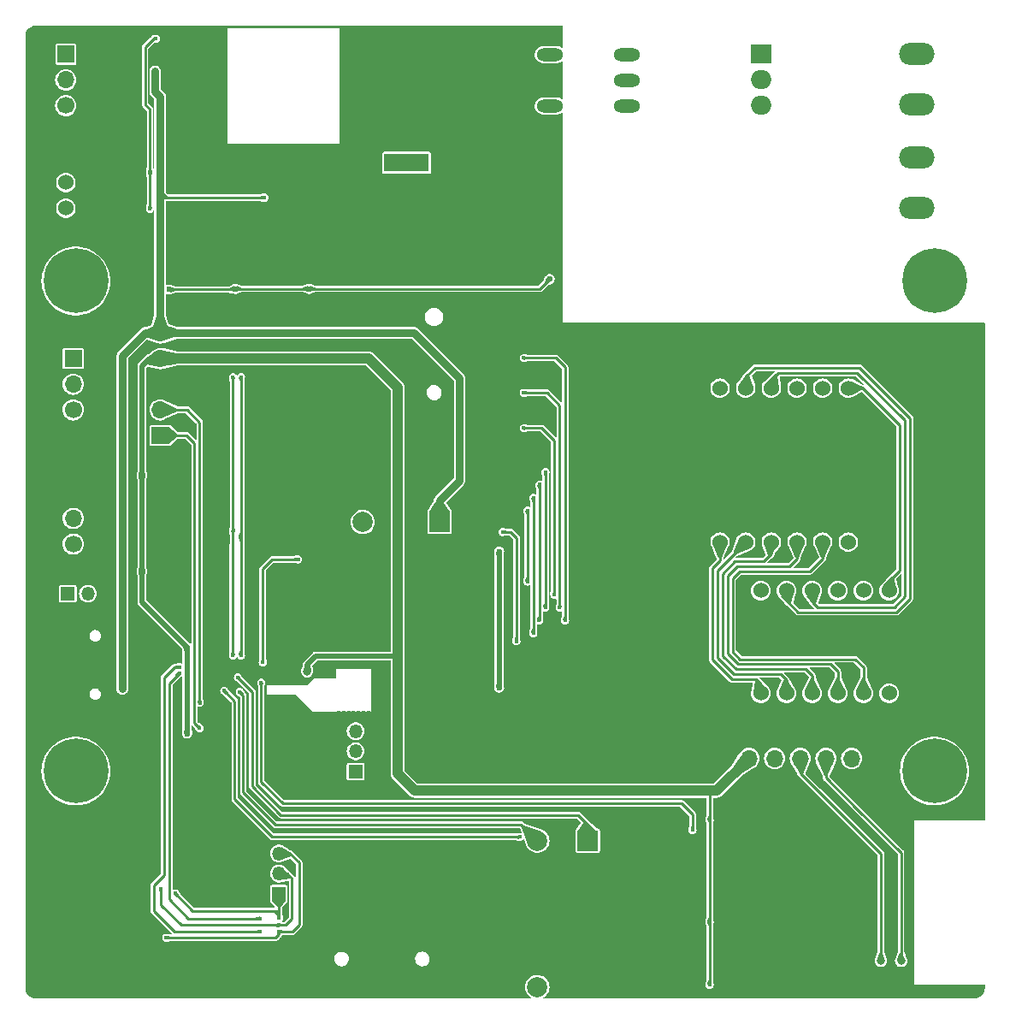
<source format=gbr>
%TF.GenerationSoftware,KiCad,Pcbnew,7.0.1*%
%TF.CreationDate,2023-04-15T09:39:37+07:00*%
%TF.ProjectId,DO_AN_DKTD,444f5f41-4e5f-4444-9b54-442e6b696361,rev?*%
%TF.SameCoordinates,Original*%
%TF.FileFunction,Copper,L2,Bot*%
%TF.FilePolarity,Positive*%
%FSLAX46Y46*%
G04 Gerber Fmt 4.6, Leading zero omitted, Abs format (unit mm)*
G04 Created by KiCad (PCBNEW 7.0.1) date 2023-04-15 09:39:37*
%MOMM*%
%LPD*%
G01*
G04 APERTURE LIST*
%TA.AperFunction,ComponentPad*%
%ADD10R,1.350000X1.350000*%
%TD*%
%TA.AperFunction,ComponentPad*%
%ADD11O,1.350000X1.350000*%
%TD*%
%TA.AperFunction,ComponentPad*%
%ADD12R,2.000000X1.905000*%
%TD*%
%TA.AperFunction,ComponentPad*%
%ADD13O,2.000000X1.905000*%
%TD*%
%TA.AperFunction,ComponentPad*%
%ADD14C,0.800000*%
%TD*%
%TA.AperFunction,ComponentPad*%
%ADD15C,6.400000*%
%TD*%
%TA.AperFunction,ComponentPad*%
%ADD16O,3.500000X2.200000*%
%TD*%
%TA.AperFunction,ComponentPad*%
%ADD17R,1.700000X1.700000*%
%TD*%
%TA.AperFunction,ComponentPad*%
%ADD18O,1.700000X1.700000*%
%TD*%
%TA.AperFunction,ComponentPad*%
%ADD19C,1.700000*%
%TD*%
%TA.AperFunction,ComponentPad*%
%ADD20R,4.400000X1.800000*%
%TD*%
%TA.AperFunction,ComponentPad*%
%ADD21O,4.000000X1.800000*%
%TD*%
%TA.AperFunction,ComponentPad*%
%ADD22O,1.800000X4.000000*%
%TD*%
%TA.AperFunction,ComponentPad*%
%ADD23C,1.524000*%
%TD*%
%TA.AperFunction,ComponentPad*%
%ADD24O,2.616000X1.308000*%
%TD*%
%TA.AperFunction,ComponentPad*%
%ADD25O,2.100000X1.000000*%
%TD*%
%TA.AperFunction,ComponentPad*%
%ADD26O,1.600000X1.000000*%
%TD*%
%TA.AperFunction,ComponentPad*%
%ADD27R,2.000000X2.000000*%
%TD*%
%TA.AperFunction,ComponentPad*%
%ADD28C,2.000000*%
%TD*%
%TA.AperFunction,ComponentPad*%
%ADD29R,2.000000X3.200000*%
%TD*%
%TA.AperFunction,ViaPad*%
%ADD30C,0.600000*%
%TD*%
%TA.AperFunction,ViaPad*%
%ADD31C,0.400000*%
%TD*%
%TA.AperFunction,ViaPad*%
%ADD32C,0.800000*%
%TD*%
%TA.AperFunction,Conductor*%
%ADD33C,0.250000*%
%TD*%
%TA.AperFunction,Conductor*%
%ADD34C,0.750000*%
%TD*%
%TA.AperFunction,Conductor*%
%ADD35C,0.500000*%
%TD*%
%TA.AperFunction,Conductor*%
%ADD36C,1.000000*%
%TD*%
G04 APERTURE END LIST*
D10*
%TO.P,J13,1,Pin_1*%
%TO.N,/Peripheral/TYPE_C.D+*%
X100700000Y-103700000D03*
D11*
%TO.P,J13,2,Pin_2*%
%TO.N,/Peripheral/TYPE_C.D-*%
X102700000Y-103700000D03*
%TD*%
D10*
%TO.P,J12,1,Pin_1*%
%TO.N,/Peripheral/LORA.MISO*%
X121600000Y-133400000D03*
D11*
%TO.P,J12,2,Pin_2*%
%TO.N,/Peripheral/LORA.SCK*%
X121600000Y-131400000D03*
%TO.P,J12,3,Pin_3*%
%TO.N,/Peripheral/LORA.MOSI*%
X121600000Y-129400000D03*
%TD*%
D12*
%TO.P,D2,1,A1*%
%TO.N,/Peripheral/Load*%
X169305000Y-50250000D03*
D13*
%TO.P,D2,2,A2*%
%TO.N,/Peripheral/L_after*%
X169305000Y-52790000D03*
%TO.P,D2,3,G*%
%TO.N,Net-(D2-G)*%
X169305000Y-55330000D03*
%TD*%
D14*
%TO.P,REF\u002A\u002A,1*%
%TO.N,N/C*%
X184100000Y-121250000D03*
X184802944Y-119552944D03*
X184802944Y-122947056D03*
X186500000Y-118850000D03*
D15*
X186500000Y-121250000D03*
D14*
X186500000Y-123650000D03*
X188197056Y-119552944D03*
X188197056Y-122947056D03*
X188900000Y-121250000D03*
%TD*%
D16*
%TO.P,J5,1,Pin_1*%
%TO.N,/Peripheral/L*%
X184750000Y-65500000D03*
%TO.P,J5,2,Pin_2*%
%TO.N,/Peripheral/N*%
X184750000Y-60500000D03*
%TD*%
D17*
%TO.P,J7,1,Pin_1*%
%TO.N,/STM32/SWCLK*%
X109850000Y-88040000D03*
D18*
%TO.P,J7,2,Pin_2*%
%TO.N,/STM32/SWDIO*%
X109850000Y-85500000D03*
%TO.P,J7,3,Pin_3*%
%TO.N,GND*%
X109850000Y-82960000D03*
%TO.P,J7,4,Pin_4*%
%TO.N,+3V3*%
X109850000Y-80420000D03*
%TO.P,J7,5,Pin_5*%
%TO.N,+5V*%
X109850000Y-77880000D03*
%TD*%
D17*
%TO.P,J4,1,Pin_1*%
%TO.N,GND*%
X101250000Y-93710000D03*
D18*
%TO.P,J4,2,Pin_2*%
%TO.N,/Peripheral/LOG_RX*%
X101250000Y-96250000D03*
D19*
%TO.P,J4,3,Pin_3*%
%TO.N,/Peripheral/LOG_TX*%
X101250000Y-98790000D03*
%TD*%
D20*
%TO.P,J10,1*%
%TO.N,/POWER/A*%
X134250000Y-61050000D03*
D21*
%TO.P,J10,2*%
%TO.N,GND*%
X134250000Y-55250000D03*
D22*
X129450000Y-58050000D03*
%TD*%
D14*
%TO.P,REF\u002A\u002A,1*%
%TO.N,N/C*%
X184100000Y-72750000D03*
X184802944Y-71052944D03*
X184802944Y-74447056D03*
X186500000Y-70350000D03*
D15*
X186500000Y-72750000D03*
D14*
X186500000Y-75150000D03*
X188197056Y-71052944D03*
X188197056Y-74447056D03*
X188900000Y-72750000D03*
%TD*%
%TO.P,REF\u002A\u002A,1*%
%TO.N,N/C*%
X99100000Y-121250000D03*
X99802944Y-119552944D03*
X99802944Y-122947056D03*
X101500000Y-118850000D03*
D15*
X101500000Y-121250000D03*
D14*
X101500000Y-123650000D03*
X103197056Y-119552944D03*
X103197056Y-122947056D03*
X103900000Y-121250000D03*
%TD*%
D23*
%TO.P,LE1,1,e*%
%TO.N,Net-(LE1-e)*%
X165282500Y-98600000D03*
%TO.P,LE1,2,d*%
%TO.N,Net-(LE1-d)*%
X167822500Y-98600000D03*
%TO.P,LE1,3,DPX*%
%TO.N,Net-(LE1-DPX)*%
X170362500Y-98600000D03*
%TO.P,LE1,4,c*%
%TO.N,Net-(LE1-c)*%
X172902500Y-98600000D03*
%TO.P,LE1,5,g*%
%TO.N,Net-(LE1-g)*%
X175442500Y-98600000D03*
%TO.P,LE1,6*%
%TO.N,N/C*%
X177982500Y-98600000D03*
%TO.P,LE1,7,b*%
%TO.N,Net-(LE1-b)*%
X177982500Y-83360000D03*
%TO.P,LE1,8,CC3*%
%TO.N,Net-(LE1-CC3)*%
X175442500Y-83360000D03*
%TO.P,LE1,9,CC2*%
%TO.N,Net-(LE1-CC2)*%
X172902500Y-83360000D03*
%TO.P,LE1,10,f*%
%TO.N,Net-(LE1-f)*%
X170362500Y-83360000D03*
%TO.P,LE1,11,a*%
%TO.N,Net-(LE1-a)*%
X167822500Y-83360000D03*
%TO.P,LE1,12,CC1*%
%TO.N,Net-(LE1-CC1)*%
X165282500Y-83360000D03*
%TD*%
%TO.P,LE2,1,e*%
%TO.N,Net-(LE1-e)*%
X169320000Y-113560000D03*
%TO.P,LE2,2,d*%
%TO.N,Net-(LE1-d)*%
X171860000Y-113560000D03*
%TO.P,LE2,3,DPX*%
%TO.N,Net-(LE1-DPX)*%
X174400000Y-113560000D03*
%TO.P,LE2,4,c*%
%TO.N,Net-(LE1-c)*%
X176940000Y-113560000D03*
%TO.P,LE2,5,g*%
%TO.N,Net-(LE1-g)*%
X179480000Y-113560000D03*
%TO.P,LE2,6,CC4*%
%TO.N,Net-(LE2-CC4)*%
X182020000Y-113560000D03*
%TO.P,LE2,7,b*%
%TO.N,Net-(LE1-b)*%
X182020000Y-103400000D03*
%TO.P,LE2,8,CC3*%
%TO.N,Net-(LE2-CC3)*%
X179480000Y-103400000D03*
%TO.P,LE2,9,CC2*%
%TO.N,Net-(LE2-CC2)*%
X176940000Y-103400000D03*
%TO.P,LE2,10,f*%
%TO.N,Net-(LE1-f)*%
X174400000Y-103400000D03*
%TO.P,LE2,11,a*%
%TO.N,Net-(LE1-a)*%
X171860000Y-103400000D03*
%TO.P,LE2,12,CC1*%
%TO.N,Net-(LE2-CC1)*%
X169320000Y-103400000D03*
%TD*%
D14*
%TO.P,REF\u002A\u002A,1*%
%TO.N,N/C*%
X99100000Y-72750000D03*
X99802944Y-71052944D03*
X99802944Y-74447056D03*
X101500000Y-70350000D03*
D15*
X101500000Y-72750000D03*
D14*
X101500000Y-75150000D03*
X103197056Y-71052944D03*
X103197056Y-74447056D03*
X103900000Y-72750000D03*
%TD*%
D17*
%TO.P,J3,1,Pin_1*%
%TO.N,+3V3*%
X101250000Y-80420000D03*
D18*
%TO.P,J3,2,Pin_2*%
%TO.N,/Peripheral/24C32.SCL*%
X101250000Y-82960000D03*
D19*
%TO.P,J3,3,Pin_3*%
%TO.N,/Peripheral/24C32.SDA*%
X101250000Y-85500000D03*
D23*
%TO.P,J3,4,Pin_4*%
%TO.N,GND*%
X101250000Y-88040000D03*
%TD*%
D10*
%TO.P,J11,1,Pin_1*%
%TO.N,/STM32/Led_test1*%
X129200000Y-121300000D03*
D11*
%TO.P,J11,2,Pin_2*%
%TO.N,/STM32/Led_test2*%
X129200000Y-119300000D03*
%TO.P,J11,3,Pin_3*%
%TO.N,/STM32/Led_test3*%
X129200000Y-117300000D03*
%TD*%
D24*
%TO.P,U4,1*%
%TO.N,Net-(R25-Pad2)*%
X148440000Y-50340000D03*
%TO.P,U4,2*%
%TO.N,GND*%
X148440000Y-52880000D03*
%TO.P,U4,3,NC*%
%TO.N,unconnected-(U4-NC-Pad3)*%
X148440000Y-55420000D03*
%TO.P,U4,4*%
%TO.N,Net-(D2-G)*%
X156060000Y-55420000D03*
%TO.P,U4,5,NC*%
%TO.N,unconnected-(U4-NC-Pad5)*%
X156060000Y-52880000D03*
%TO.P,U4,6*%
%TO.N,Net-(R23-Pad1)*%
X156060000Y-50340000D03*
%TD*%
D25*
%TO.P,J9,S1,SHIELD*%
%TO.N,GND*%
X104105000Y-106430000D03*
D26*
X99925000Y-106430000D03*
D25*
X104105000Y-115070000D03*
D26*
X99925000Y-115070000D03*
%TD*%
D17*
%TO.P,J1,1,Pin_1*%
%TO.N,unconnected-(J1-Pin_1-Pad1)*%
X100510000Y-50310000D03*
D18*
%TO.P,J1,2,Pin_2*%
%TO.N,/POWER/5vin*%
X100510000Y-52850000D03*
D19*
%TO.P,J1,3,Pin_3*%
X100510000Y-55390000D03*
D23*
%TO.P,J1,4,Pin_4*%
%TO.N,GND*%
X100510000Y-57930000D03*
%TO.P,J1,5,Pin_5*%
X100510000Y-60470000D03*
%TO.P,J1,6,Pin_6*%
%TO.N,unconnected-(J1-Pin_6-Pad6)*%
X100510000Y-63010000D03*
%TO.P,J1,7,Pin_7*%
%TO.N,unconnected-(J1-Pin_7-Pad7)*%
X100510000Y-65550000D03*
%TD*%
D17*
%TO.P,J6,1,Pin_1*%
%TO.N,GND*%
X180850000Y-120000000D03*
D18*
%TO.P,J6,2,Pin_2*%
%TO.N,/ESP/RST*%
X178310000Y-120000000D03*
%TO.P,J6,3,Pin_3*%
%TO.N,/ESP/TX*%
X175770000Y-120000000D03*
%TO.P,J6,4,Pin_4*%
%TO.N,/ESP/RX*%
X173230000Y-120000000D03*
%TO.P,J6,5,Pin_5*%
%TO.N,/ESP/BOOT*%
X170690000Y-120000000D03*
%TO.P,J6,6,Pin_6*%
%TO.N,+3V3*%
X168150000Y-120000000D03*
%TD*%
D27*
%TO.P,BZ1,1,-*%
%TO.N,+5V*%
X137500000Y-96600000D03*
D28*
%TO.P,BZ1,2,+*%
%TO.N,Net-(BZ1-+)*%
X129900000Y-96600000D03*
%TD*%
D27*
%TO.P,SW1,A,A*%
%TO.N,/Peripheral/Encoder.EnC_A*%
X152188400Y-128131600D03*
D28*
%TO.P,SW1,B,B*%
%TO.N,/Peripheral/Encoder.EnC_B*%
X147188400Y-128131600D03*
%TO.P,SW1,C,C*%
%TO.N,GND*%
X149688400Y-128131600D03*
D29*
%TO.P,SW1,MP,Shield*%
X155288400Y-135631600D03*
X144088400Y-135631600D03*
D28*
%TO.P,SW1,S1,S1*%
%TO.N,/Peripheral/Encoder.EnC_BT*%
X147188400Y-142631600D03*
%TO.P,SW1,S2,S2*%
%TO.N,GND*%
X152188400Y-142631600D03*
%TD*%
D16*
%TO.P,J2,1,Pin_1*%
%TO.N,/Peripheral/N*%
X184750000Y-55250000D03*
%TO.P,J2,2,Pin_2*%
%TO.N,/Peripheral/Load*%
X184750000Y-50250000D03*
%TD*%
D30*
%TO.N,GND*%
X124800000Y-128700000D03*
X124800000Y-131800000D03*
X157490000Y-110110000D03*
X157490000Y-113660000D03*
X157490000Y-106660000D03*
X114500000Y-88600000D03*
X184000000Y-133700000D03*
X189000000Y-93700000D03*
X189000000Y-108700000D03*
X189000000Y-103700000D03*
X184000000Y-113700000D03*
X185100000Y-98700000D03*
X184000000Y-128700000D03*
X184000000Y-138700000D03*
X183700000Y-123900000D03*
X189000000Y-143400000D03*
X189200000Y-118500000D03*
X189200000Y-123900000D03*
X185100000Y-93700000D03*
X189000001Y-98266795D03*
X189000000Y-88700000D03*
X184000000Y-78700000D03*
X189000001Y-113266795D03*
X188999999Y-84133205D03*
X183800000Y-118500000D03*
X184000000Y-84133205D03*
X184000000Y-108700000D03*
X185100000Y-88700000D03*
X189000000Y-78700000D03*
X139000000Y-74500000D03*
X169100000Y-84200000D03*
X164000000Y-78700000D03*
X174200000Y-84200000D03*
X169000000Y-78700000D03*
X154000000Y-143400000D03*
X169000000Y-143400000D03*
X154000000Y-78700000D03*
X154000000Y-88700000D03*
X179000000Y-88700000D03*
X179000000Y-78700000D03*
X144000000Y-133700000D03*
X139000000Y-133700000D03*
X144000000Y-63700000D03*
X149000000Y-138700000D03*
X144000000Y-138700000D03*
X144000000Y-48700000D03*
X143999999Y-69133205D03*
X139000000Y-138700000D03*
X149000000Y-133700000D03*
X144000000Y-58700000D03*
X149000000Y-48700000D03*
X154000000Y-138700000D03*
X149000000Y-143400000D03*
X149000000Y-58700000D03*
X149000000Y-73700000D03*
X139000000Y-48700000D03*
X179000000Y-138700000D03*
X174000000Y-138700000D03*
X139000000Y-69133205D03*
X143999999Y-54133205D03*
X139000000Y-143400000D03*
X144000000Y-143400000D03*
X169000000Y-138700000D03*
X144000000Y-118700000D03*
X179000000Y-93700000D03*
X174000000Y-132900000D03*
X179000000Y-133700000D03*
X139000000Y-103700000D03*
X149000000Y-113266795D03*
X179000000Y-118700000D03*
X174100000Y-128600000D03*
X149000000Y-108700000D03*
X169000000Y-118700000D03*
X149000000Y-118700000D03*
X158999999Y-84133205D03*
X143999999Y-84133205D03*
X139000000Y-108700000D03*
X149300000Y-83100000D03*
X174000000Y-78700000D03*
X179000000Y-108700000D03*
X159000000Y-88700000D03*
X159000000Y-78700000D03*
X169000000Y-132900000D03*
X143700000Y-88700000D03*
X178500000Y-128700000D03*
X154000000Y-118700000D03*
X174000000Y-118700000D03*
X159000000Y-118700000D03*
X153300000Y-84000000D03*
X143400000Y-114000000D03*
X154000000Y-133700000D03*
X174000000Y-88700000D03*
X164000000Y-118700000D03*
X129000000Y-98700000D03*
X99000000Y-98700000D03*
X129000000Y-93700000D03*
X139000000Y-103700000D03*
X104200000Y-118500000D03*
X104000000Y-103700000D03*
X104000000Y-93700000D03*
X109000000Y-98100000D03*
X104000001Y-98100000D03*
X114600000Y-93700000D03*
X139000000Y-133700000D03*
X99000000Y-103700000D03*
X99000000Y-113700000D03*
X98800000Y-118500000D03*
X119000000Y-133700000D03*
X109000000Y-93700000D03*
X109000000Y-103700000D03*
X124000000Y-93700000D03*
X114500000Y-113800000D03*
X99000000Y-93700000D03*
X109000000Y-108700000D03*
X139000000Y-108700000D03*
X113900000Y-123500000D03*
X114000000Y-118700000D03*
X99000000Y-108700000D03*
X128500000Y-133700000D03*
X133400000Y-123200000D03*
X139300000Y-113300000D03*
X134000000Y-48700000D03*
X129000000Y-48700000D03*
X139000000Y-48700000D03*
X129000000Y-54133205D03*
X103999999Y-84133205D03*
X119000000Y-79100000D03*
X104000000Y-88700000D03*
X109000000Y-118700000D03*
X99000000Y-78700000D03*
X114500000Y-84133205D03*
X118999999Y-84133205D03*
X104000000Y-78700000D03*
X124000000Y-118700000D03*
X99000000Y-84133205D03*
X99000000Y-88700000D03*
X134000000Y-79100000D03*
X134000000Y-74500000D03*
X129000000Y-84133205D03*
X129000000Y-88700000D03*
X129000000Y-79100000D03*
X124000000Y-79100000D03*
X114000000Y-79100000D03*
X124000000Y-88700000D03*
X129000000Y-74500000D03*
X114000000Y-143400000D03*
X129000000Y-143400000D03*
X124000000Y-143400000D03*
X134000000Y-143400000D03*
X119000000Y-143400000D03*
X139000000Y-143400000D03*
X104000000Y-63700000D03*
X99000000Y-63700000D03*
X103999999Y-69133205D03*
X104000000Y-58700000D03*
X99000000Y-58700000D03*
X104000000Y-48700000D03*
X99000000Y-48700000D03*
X114000000Y-69133205D03*
X114000000Y-58700000D03*
X99000000Y-69133205D03*
X114000000Y-54133205D03*
X133999999Y-69133205D03*
X114000000Y-72800000D03*
X114000000Y-63700000D03*
X139000000Y-138700000D03*
X119000000Y-138700000D03*
X104038674Y-123940994D03*
X109000000Y-128266795D03*
X134000000Y-138700000D03*
X124000000Y-138700000D03*
X129000000Y-138700000D03*
X109000000Y-138700000D03*
X104000000Y-138700000D03*
X109000000Y-123700000D03*
X104000001Y-128266795D03*
X98800000Y-123900000D03*
X109000000Y-143400000D03*
X104000000Y-143400000D03*
X99000000Y-143400000D03*
X112200000Y-105400000D03*
D31*
%TO.N,/Peripheral/LORA.MOSI*%
X110450000Y-137750000D03*
D30*
%TO.N,GND*%
X129500000Y-129700000D03*
X147500000Y-65900000D03*
X123900000Y-61300000D03*
X120050000Y-61300000D03*
X111200000Y-59600000D03*
X126000000Y-67450000D03*
X136900000Y-85800000D03*
X120700000Y-94000000D03*
X120700000Y-92500000D03*
X120700000Y-90700000D03*
X120700000Y-89000000D03*
X126100000Y-99500000D03*
X115800000Y-103000000D03*
X120800000Y-121100000D03*
X110600000Y-105400000D03*
X110600000Y-108400000D03*
X109400000Y-114300000D03*
X121100000Y-99100000D03*
X120100000Y-99100000D03*
X119100000Y-99100000D03*
%TO.N,+5V*%
X109350000Y-53000000D03*
X109350000Y-52000000D03*
X106100000Y-113125000D03*
D31*
X120159500Y-64500000D03*
D30*
X106125000Y-108350000D03*
X109350000Y-54000000D03*
X143400000Y-113000000D03*
X143400000Y-99525000D03*
%TO.N,GND*%
X121500000Y-68000000D03*
X137000000Y-100100000D03*
X102000000Y-129000000D03*
X120500000Y-68000000D03*
X130000000Y-94400000D03*
X169900000Y-138800000D03*
D31*
X131000000Y-111500000D03*
D30*
X124700000Y-82000000D03*
X103000000Y-129000000D03*
X171900000Y-138800000D03*
X119800000Y-111590000D03*
X123700000Y-83000000D03*
D31*
X129000000Y-111000000D03*
D30*
X103000000Y-127000000D03*
D31*
X130500000Y-111000000D03*
X129000000Y-115500000D03*
D30*
X114750000Y-109990000D03*
D31*
X131000000Y-112000000D03*
D30*
X142800000Y-79000000D03*
X130000000Y-92400000D03*
D31*
X131000000Y-115500000D03*
D30*
X123500000Y-67100000D03*
X170900000Y-137800000D03*
X103000000Y-128000000D03*
X119500000Y-67100000D03*
X101000000Y-129000000D03*
X122500000Y-68000000D03*
X137000000Y-101100000D03*
X165460000Y-138930000D03*
X136000000Y-99100000D03*
X157490000Y-103310000D03*
D31*
X129500000Y-111000000D03*
X131000000Y-114000000D03*
X131000000Y-114500000D03*
X130500000Y-115500000D03*
X131000000Y-111000000D03*
D30*
X141800000Y-81000000D03*
D31*
X131000000Y-115000000D03*
X128000000Y-115500000D03*
D30*
X131000000Y-94400000D03*
X169900000Y-139800000D03*
X142800000Y-81000000D03*
X140800000Y-79000000D03*
X132000000Y-93400000D03*
X122700000Y-83000000D03*
X120500000Y-66100000D03*
X131000000Y-92400000D03*
D31*
X131000000Y-113500000D03*
D30*
X125700000Y-82000000D03*
X123700000Y-84000000D03*
X124700000Y-83000000D03*
X122700000Y-82000000D03*
X132000000Y-94400000D03*
X122700000Y-84000000D03*
D31*
X131000000Y-112500000D03*
D30*
X132000000Y-92400000D03*
X130000000Y-93400000D03*
X135000000Y-100100000D03*
X125700000Y-84000000D03*
X101000000Y-127000000D03*
D31*
X127500000Y-115500000D03*
D30*
X141800000Y-79000000D03*
X135000000Y-101100000D03*
X120700000Y-84000000D03*
X170900000Y-138800000D03*
X120700000Y-83000000D03*
X125700000Y-83000000D03*
X122480000Y-109910000D03*
D31*
X127500000Y-111000000D03*
D30*
X141800000Y-80000000D03*
X121500000Y-67100000D03*
D31*
X128000000Y-111000000D03*
D30*
X120700000Y-82000000D03*
X119500000Y-68000000D03*
X171900000Y-139800000D03*
X171900000Y-137800000D03*
X121700000Y-82000000D03*
X122500000Y-67100000D03*
X121700000Y-83000000D03*
X149400000Y-65900000D03*
D31*
X128500000Y-115500000D03*
D30*
X120500000Y-67100000D03*
D31*
X129500000Y-115500000D03*
D30*
X142800000Y-80000000D03*
X121500000Y-66100000D03*
X102000000Y-128000000D03*
D31*
X131000000Y-113000000D03*
X128500000Y-111000000D03*
D30*
X169900000Y-137800000D03*
X135000000Y-99100000D03*
X137000000Y-99100000D03*
X101000000Y-128000000D03*
D31*
X130000000Y-111000000D03*
D30*
X170900000Y-139800000D03*
X140800000Y-81000000D03*
X124700000Y-84000000D03*
X131000000Y-93400000D03*
X123700000Y-82000000D03*
X123500000Y-68000000D03*
X119500000Y-66100000D03*
X136000000Y-100100000D03*
X123500000Y-66100000D03*
X121700000Y-84000000D03*
D31*
X130000000Y-115500000D03*
D30*
X122500000Y-66100000D03*
X136000000Y-101100000D03*
X102000000Y-127000000D03*
X140800000Y-80000000D03*
%TO.N,+3V3*%
X124600000Y-73525000D03*
X112500000Y-117550000D03*
D31*
X108840000Y-62000000D03*
X150650000Y-123200000D03*
X164250000Y-126125000D03*
X108840000Y-65600000D03*
D32*
X124400000Y-111375000D03*
D31*
X164250000Y-136150000D03*
X164250000Y-142400000D03*
D30*
X133360000Y-120810000D03*
X108050000Y-101500000D03*
X148400000Y-72550000D03*
D31*
X143900000Y-123200000D03*
D30*
X108050000Y-92000000D03*
X112500000Y-109000000D03*
X110750000Y-73600000D03*
D31*
X148750000Y-123200000D03*
D30*
X133360000Y-121500000D03*
X133390000Y-111475000D03*
D31*
X109430000Y-48760000D03*
D30*
X133360000Y-110750000D03*
X117300000Y-73525000D03*
D31*
%TO.N,/Peripheral/Encoder.EnC_BT*%
X116200000Y-113300000D03*
X145450000Y-127780000D03*
%TO.N,/Peripheral/Encoder.EnC_B*%
X117725500Y-113415000D03*
%TO.N,/Peripheral/Encoder.EnC_A*%
X117540000Y-112000000D03*
%TO.N,/Peripheral/SD.DET*%
X119750000Y-135854304D03*
X111748373Y-111568416D03*
%TO.N,/Peripheral/LE3*%
X145840000Y-80365000D03*
X149940000Y-106365000D03*
%TO.N,/Peripheral/LE2*%
X145840000Y-83815000D03*
X149400000Y-105095000D03*
%TO.N,/Peripheral/LE1*%
X148875500Y-103825000D03*
X145840000Y-87315000D03*
D32*
%TO.N,/ESP/TX*%
X183200000Y-140050000D03*
%TO.N,/ESP/RX*%
X181200000Y-140050000D03*
D31*
%TO.N,/STM32/SWCLK*%
X113750000Y-117000000D03*
%TO.N,/STM32/SWDIO*%
X113774500Y-114500000D03*
%TO.N,/Peripheral/LORA.MISO*%
X121600000Y-135800000D03*
X111325000Y-133350000D03*
%TO.N,/Peripheral/LORA.MOSI*%
X121600000Y-137154304D03*
%TO.N,/STM32/RST*%
X119850000Y-112500000D03*
X162552500Y-127087500D03*
%TO.N,/Peripheral/24C32.SDA*%
X117850000Y-82250000D03*
X117850000Y-98100000D03*
X117850000Y-109800000D03*
%TO.N,/Peripheral/24C32.SCL*%
X117055000Y-82250000D03*
X117050000Y-109800000D03*
X117077500Y-97400000D03*
%TO.N,/Peripheral/SD.CS*%
X111788374Y-110970250D03*
X119750000Y-137154304D03*
%TO.N,/Peripheral/74HC595.OE*%
X146800000Y-94200000D03*
X146800000Y-107600000D03*
%TO.N,/Peripheral/74HC595.SER*%
X145120000Y-108400000D03*
X143750000Y-97600000D03*
%TO.N,/Peripheral/74HC595.RCLK*%
X147374500Y-106365000D03*
X147400000Y-92900000D03*
%TO.N,/Peripheral/74HC595.SRCLK*%
X147974500Y-105095000D03*
X148000000Y-91650000D03*
%TO.N,/Peripheral/Buzzer*%
X120000000Y-110500000D03*
X123500000Y-100300000D03*
%TO.N,/Peripheral/LORA.SCK*%
X109925000Y-132925000D03*
X121600000Y-136504304D03*
%TO.N,Net-(U2-SER)*%
X146200000Y-95450000D03*
X146200000Y-102500000D03*
%TD*%
D33*
%TO.N,/Peripheral/LORA.MOSI*%
X123600000Y-130300000D02*
X122700000Y-129400000D01*
X122700000Y-129400000D02*
X121600000Y-129400000D01*
X123600000Y-136500000D02*
X123600000Y-130300000D01*
X122945696Y-137154304D02*
X123600000Y-136500000D01*
X121600000Y-137154304D02*
X122945696Y-137154304D01*
%TO.N,/Peripheral/LORA.SCK*%
X122900000Y-135900000D02*
X122900000Y-131900000D01*
X122400000Y-131400000D02*
X121600000Y-131400000D01*
X122295696Y-136504304D02*
X122900000Y-135900000D01*
X122900000Y-131900000D02*
X122400000Y-131400000D01*
X121600000Y-136504304D02*
X122295696Y-136504304D01*
%TO.N,/Peripheral/LORA.MISO*%
X121200000Y-135100000D02*
X121600000Y-135100000D01*
X121600000Y-135100000D02*
X121600000Y-133400000D01*
X121600000Y-135800000D02*
X121600000Y-135100000D01*
%TO.N,/Peripheral/SD.CS*%
X110250000Y-131550000D02*
X110250000Y-112000000D01*
X110250000Y-112000000D02*
X111279750Y-110970250D01*
X111279750Y-110970250D02*
X111788374Y-110970250D01*
X109200000Y-132600000D02*
X110250000Y-131550000D01*
X109200000Y-135100000D02*
X109200000Y-132600000D01*
X119750000Y-137154304D02*
X111254304Y-137154304D01*
X111254304Y-137154304D02*
X109200000Y-135100000D01*
%TO.N,/Peripheral/LORA.SCK*%
X111904304Y-136504304D02*
X121600000Y-136504304D01*
X109925000Y-132925000D02*
X109925000Y-134525000D01*
X109925000Y-134525000D02*
X111904304Y-136504304D01*
%TO.N,/Peripheral/LORA.MISO*%
X113075000Y-135100000D02*
X111325000Y-133350000D01*
X121200000Y-135100000D02*
X113075000Y-135100000D01*
X121600000Y-135500000D02*
X121200000Y-135100000D01*
X121600000Y-135800000D02*
X121600000Y-135500000D01*
%TO.N,/Peripheral/SD.DET*%
X110750000Y-112566789D02*
X111748373Y-111568416D01*
X112654304Y-135854304D02*
X110750000Y-133950000D01*
X110750000Y-133950000D02*
X110750000Y-112566789D01*
X119750000Y-135854304D02*
X112654304Y-135854304D01*
%TO.N,/Peripheral/LORA.MOSI*%
X121250000Y-137750000D02*
X121400000Y-137600000D01*
X110450000Y-137750000D02*
X121250000Y-137750000D01*
X121600000Y-137400000D02*
X121400000Y-137600000D01*
X121600000Y-137154304D02*
X121600000Y-137400000D01*
D34*
%TO.N,+5V*%
X139500000Y-92500000D02*
X137500000Y-94500000D01*
X134990000Y-77880000D02*
X139500000Y-82390000D01*
X109850000Y-64025000D02*
X109850000Y-54500000D01*
X109350000Y-54000000D02*
X109350000Y-53000000D01*
X106125000Y-80125000D02*
X106100000Y-113125000D01*
X139500000Y-91500000D02*
X139500000Y-92500000D01*
X109850000Y-54500000D02*
X109350000Y-54000000D01*
D35*
X143400000Y-113000000D02*
X143400000Y-99525000D01*
D34*
X109850000Y-77880000D02*
X108370000Y-77880000D01*
X108370000Y-77880000D02*
X106125000Y-80125000D01*
X109850000Y-77880000D02*
X109850000Y-64500000D01*
X137500000Y-94500000D02*
X137500000Y-96600000D01*
D33*
X110500000Y-64500000D02*
X110025000Y-64025000D01*
D34*
X139500000Y-82390000D02*
X139500000Y-91500000D01*
D33*
X110025000Y-64025000D02*
X109850000Y-64025000D01*
D34*
X109850000Y-77880000D02*
X134990000Y-77880000D01*
D33*
X120159500Y-64500000D02*
X110500000Y-64500000D01*
D34*
X109350000Y-53000000D02*
X109350000Y-52000000D01*
D33*
X110500000Y-64500000D02*
X109850000Y-64500000D01*
D34*
X109850000Y-64500000D02*
X109850000Y-64025000D01*
D35*
%TO.N,+3V3*%
X112500000Y-109000000D02*
X112500000Y-117500000D01*
D33*
X110750000Y-73600000D02*
X117225000Y-73600000D01*
D36*
X133360000Y-120810000D02*
X133360000Y-121500000D01*
D35*
X112500000Y-117500000D02*
X112500000Y-117550000D01*
D33*
X108840000Y-62000000D02*
X108840000Y-65600000D01*
D36*
X133360000Y-120230000D02*
X133360000Y-120810000D01*
D33*
X108350000Y-55270000D02*
X108840000Y-55760000D01*
D35*
X109850000Y-80420000D02*
X108780000Y-80420000D01*
X108780000Y-80420000D02*
X108050000Y-81150000D01*
D36*
X133360000Y-120230000D02*
X133360000Y-110750000D01*
D35*
X125275000Y-109875000D02*
X124400000Y-110750000D01*
X108050000Y-104550000D02*
X112500000Y-109000000D01*
D36*
X133360000Y-121500000D02*
X135060000Y-123200000D01*
X133360000Y-83310000D02*
X130470000Y-80420000D01*
X162750000Y-123200000D02*
X164250000Y-123200000D01*
D33*
X164250000Y-125880000D02*
X164250000Y-136150000D01*
D36*
X143900000Y-123200000D02*
X148750000Y-123200000D01*
X150650000Y-123200000D02*
X162750000Y-123200000D01*
D33*
X117225000Y-73600000D02*
X117300000Y-73525000D01*
D36*
X130470000Y-80420000D02*
X109850000Y-80420000D01*
D33*
X109430000Y-48760000D02*
X109220000Y-48760000D01*
D36*
X164250000Y-123200000D02*
X164950000Y-123200000D01*
X133360000Y-86120000D02*
X133360000Y-83310000D01*
D33*
X109220000Y-48760000D02*
X108350000Y-49630000D01*
X108840000Y-55760000D02*
X108840000Y-62000000D01*
X164250000Y-123200000D02*
X164250000Y-125550000D01*
D35*
X108050000Y-93500000D02*
X108050000Y-99950000D01*
D33*
X164250000Y-125550000D02*
X164250000Y-126125000D01*
X164250000Y-136150000D02*
X164250000Y-142400000D01*
D35*
X124400000Y-110750000D02*
X124400000Y-111375000D01*
X108050000Y-99950000D02*
X108050000Y-101500000D01*
D33*
X147425000Y-73525000D02*
X148400000Y-72550000D01*
D35*
X108050000Y-101500000D02*
X108050000Y-104550000D01*
D33*
X117300000Y-73525000D02*
X124600000Y-73525000D01*
D36*
X164950000Y-123200000D02*
X168150000Y-120000000D01*
D33*
X124600000Y-73525000D02*
X147425000Y-73525000D01*
D35*
X133335000Y-109875000D02*
X125275000Y-109875000D01*
D36*
X148750000Y-123200000D02*
X150650000Y-123200000D01*
D33*
X108350000Y-49630000D02*
X108350000Y-55270000D01*
D36*
X135060000Y-123200000D02*
X143900000Y-123200000D01*
D35*
X108050000Y-81150000D02*
X108050000Y-92000000D01*
X108050000Y-92000000D02*
X108050000Y-93500000D01*
D36*
X133360000Y-110750000D02*
X133360000Y-86120000D01*
D33*
%TO.N,Net-(LE1-e)*%
X168820000Y-112180000D02*
X169320000Y-112680000D01*
X164520000Y-110258424D02*
X166441576Y-112180000D01*
X164520000Y-101195394D02*
X164520000Y-110258424D01*
X165282500Y-100432894D02*
X164520000Y-101195394D01*
X166441576Y-112180000D02*
X168820000Y-112180000D01*
X165282500Y-98600000D02*
X165282500Y-100432894D01*
X169320000Y-112680000D02*
X169320000Y-113560000D01*
%TO.N,Net-(LE1-d)*%
X171270000Y-111680000D02*
X171860000Y-112270000D01*
X165020000Y-110051318D02*
X166648682Y-111680000D01*
X166648682Y-111680000D02*
X171270000Y-111680000D01*
X171860000Y-112270000D02*
X171860000Y-113560000D01*
X167822500Y-98600000D02*
X165020000Y-101402500D01*
X165020000Y-101402500D02*
X165020000Y-110051318D01*
%TO.N,Net-(LE1-DPX)*%
X169620000Y-100480000D02*
X166762893Y-100480000D01*
X166855788Y-111180000D02*
X173770000Y-111180000D01*
X170362500Y-98600000D02*
X170362500Y-99737500D01*
X170362500Y-99737500D02*
X169620000Y-100480000D01*
X166762893Y-100480000D02*
X165520000Y-101722893D01*
X173770000Y-111180000D02*
X174400000Y-111810000D01*
X174400000Y-111810000D02*
X174400000Y-113560000D01*
X165520000Y-109844212D02*
X166855788Y-111180000D01*
X165520000Y-101722893D02*
X165520000Y-109844212D01*
%TO.N,Net-(LE1-c)*%
X176940000Y-111400000D02*
X176220000Y-110680000D01*
X167062894Y-110680000D02*
X166020000Y-109637106D01*
X166970000Y-100980000D02*
X172170000Y-100980000D01*
X176220000Y-110680000D02*
X167062894Y-110680000D01*
X166020000Y-109637106D02*
X166020000Y-101930000D01*
X172902500Y-100247500D02*
X172902500Y-98600000D01*
X172170000Y-100980000D02*
X172902500Y-100247500D01*
X166020000Y-101930000D02*
X166970000Y-100980000D01*
X176940000Y-113560000D02*
X176940000Y-111400000D01*
%TO.N,Net-(LE1-g)*%
X174170000Y-101480000D02*
X167220000Y-101480000D01*
X175442500Y-98600000D02*
X175442500Y-100207500D01*
X166520000Y-109430000D02*
X167270000Y-110180000D01*
X167220000Y-101480000D02*
X166520000Y-102180000D01*
X166520000Y-102180000D02*
X166520000Y-109430000D01*
X167270000Y-110180000D02*
X178670000Y-110180000D01*
X179480000Y-110990000D02*
X179480000Y-113560000D01*
X178670000Y-110180000D02*
X179480000Y-110990000D01*
X175442500Y-100207500D02*
X174170000Y-101480000D01*
%TO.N,Net-(LE1-b)*%
X182020000Y-103400000D02*
X182020000Y-102430000D01*
X179450000Y-83360000D02*
X177982500Y-83360000D01*
X182020000Y-102430000D02*
X183070000Y-101380000D01*
X183070000Y-101380000D02*
X183070000Y-86980000D01*
X183070000Y-86980000D02*
X179450000Y-83360000D01*
%TO.N,Net-(LE1-f)*%
X182520000Y-105030000D02*
X174920000Y-105030000D01*
X183570000Y-103980000D02*
X182520000Y-105030000D01*
X174920000Y-105030000D02*
X174400000Y-104510000D01*
X178862894Y-81830000D02*
X183570000Y-86537106D01*
X171070000Y-81830000D02*
X178862894Y-81830000D01*
X170362500Y-82537500D02*
X171070000Y-81830000D01*
X183570000Y-86537106D02*
X183570000Y-103980000D01*
X174400000Y-104510000D02*
X174400000Y-103400000D01*
X170362500Y-83360000D02*
X170362500Y-82537500D01*
%TO.N,Net-(LE1-a)*%
X184070000Y-104187106D02*
X184070000Y-86330000D01*
X184070000Y-86330000D02*
X179070000Y-81330000D01*
X168720000Y-81330000D02*
X167822500Y-82227500D01*
X182727106Y-105530000D02*
X184070000Y-104187106D01*
X167822500Y-82227500D02*
X167822500Y-83360000D01*
X179070000Y-81330000D02*
X168720000Y-81330000D01*
X173020000Y-105530000D02*
X182727106Y-105530000D01*
X171860000Y-103400000D02*
X171860000Y-104370000D01*
X171860000Y-104370000D02*
X173020000Y-105530000D01*
%TO.N,/Peripheral/Encoder.EnC_BT*%
X117230000Y-124060000D02*
X120940000Y-127770000D01*
X120940000Y-127770000D02*
X145440000Y-127770000D01*
X145440000Y-127770000D02*
X145450000Y-127780000D01*
X117230000Y-114330000D02*
X117230000Y-124060000D01*
X116200000Y-113300000D02*
X117230000Y-114330000D01*
%TO.N,/Peripheral/Encoder.EnC_B*%
X117725500Y-113415000D02*
X118070000Y-113759500D01*
X118070000Y-113759500D02*
X118070000Y-123370000D01*
X121260000Y-126560000D02*
X145580000Y-126560000D01*
X147151600Y-128131600D02*
X147188400Y-128131600D01*
X145580000Y-126560000D02*
X147151600Y-128131600D01*
X118070000Y-123370000D02*
X121260000Y-126560000D01*
%TO.N,/Peripheral/Encoder.EnC_A*%
X118980000Y-113440000D02*
X118980000Y-122780000D01*
X121800000Y-125600000D02*
X151200000Y-125600000D01*
X118980000Y-122780000D02*
X121800000Y-125600000D01*
X152188400Y-126588400D02*
X152188400Y-128131600D01*
X117540000Y-112000000D02*
X118980000Y-113440000D01*
X151200000Y-125600000D02*
X152188400Y-126588400D01*
%TO.N,/Peripheral/LE3*%
X145840000Y-80365000D02*
X149015000Y-80365000D01*
X149930000Y-106355000D02*
X149930000Y-81280000D01*
X149015000Y-80365000D02*
X149930000Y-81280000D01*
X149940000Y-106365000D02*
X149930000Y-106355000D01*
%TO.N,/Peripheral/LE2*%
X145840000Y-83815000D02*
X148165000Y-83815000D01*
X149400000Y-105095000D02*
X149400000Y-85050000D01*
X148165000Y-83815000D02*
X149400000Y-85050000D01*
%TO.N,/Peripheral/LE1*%
X145840000Y-87315000D02*
X147615000Y-87315000D01*
X148870000Y-103819500D02*
X148870000Y-88570000D01*
X147615000Y-87315000D02*
X148870000Y-88570000D01*
X148875500Y-103825000D02*
X148870000Y-103819500D01*
%TO.N,/ESP/TX*%
X175770000Y-120000000D02*
X175770000Y-121920000D01*
X183200000Y-129350000D02*
X183200000Y-140050000D01*
X178850000Y-125000000D02*
X183200000Y-129350000D01*
X175770000Y-121920000D02*
X178850000Y-125000000D01*
%TO.N,/ESP/RX*%
X174910000Y-123150000D02*
X181200000Y-129440000D01*
X181200000Y-129440000D02*
X181200000Y-140050000D01*
X173230000Y-121470000D02*
X174910000Y-123150000D01*
X173230000Y-120000000D02*
X173230000Y-121470000D01*
%TO.N,/STM32/SWCLK*%
X113500000Y-116750000D02*
X113750000Y-117000000D01*
X109850000Y-88040000D02*
X112465000Y-88040000D01*
X113250000Y-114045822D02*
X113250000Y-116500000D01*
X113250000Y-88825000D02*
X113250000Y-114045822D01*
X112465000Y-88040000D02*
X113250000Y-88825000D01*
X113250000Y-116500000D02*
X113500000Y-116750000D01*
%TO.N,/STM32/SWDIO*%
X113754500Y-114480000D02*
X113754500Y-86729500D01*
X112525000Y-85500000D02*
X109850000Y-85500000D01*
X113754500Y-86729500D02*
X112525000Y-85500000D01*
X113774500Y-114500000D02*
X113754500Y-114480000D01*
%TO.N,/STM32/RST*%
X161450000Y-124450000D02*
X162562500Y-125562500D01*
X119850000Y-122300000D02*
X122000000Y-124450000D01*
X162562500Y-125562500D02*
X162562500Y-127077500D01*
X122000000Y-124450000D02*
X161450000Y-124450000D01*
X162562500Y-127077500D02*
X162552500Y-127087500D01*
X119850000Y-112500000D02*
X119850000Y-122300000D01*
%TO.N,/Peripheral/24C32.SDA*%
X117850000Y-98100000D02*
X117850000Y-109800000D01*
X117850000Y-82250000D02*
X117850000Y-98100000D01*
%TO.N,/Peripheral/24C32.SCL*%
X117055000Y-97550000D02*
X117055000Y-98300000D01*
X117055000Y-98300000D02*
X117055000Y-98845000D01*
X117055000Y-98845000D02*
X117050000Y-98850000D01*
X117050000Y-109800000D02*
X117050000Y-98850000D01*
X117055000Y-82250000D02*
X117055000Y-98300000D01*
X117077500Y-97527500D02*
X117055000Y-97550000D01*
%TO.N,/Peripheral/74HC595.OE*%
X146800000Y-107600000D02*
X146800000Y-94200000D01*
%TO.N,/Peripheral/74HC595.SER*%
X145120000Y-108400000D02*
X145120000Y-98170000D01*
X145120000Y-98170000D02*
X144550000Y-97600000D01*
X144550000Y-97600000D02*
X143750000Y-97600000D01*
%TO.N,/Peripheral/74HC595.RCLK*%
X147400000Y-92900000D02*
X147400000Y-106339500D01*
X147400000Y-106339500D02*
X147374500Y-106365000D01*
%TO.N,/Peripheral/74HC595.SRCLK*%
X148000000Y-105069500D02*
X147974500Y-105095000D01*
X148000000Y-91650000D02*
X148000000Y-105069500D01*
%TO.N,/Peripheral/Buzzer*%
X120000000Y-110500000D02*
X120000000Y-101250000D01*
X120000000Y-101250000D02*
X120950000Y-100300000D01*
X120950000Y-100300000D02*
X123500000Y-100300000D01*
%TO.N,Net-(U2-SER)*%
X146200000Y-102500000D02*
X146200000Y-95450000D01*
%TD*%
%TA.AperFunction,Conductor*%
%TO.N,GND*%
G36*
X149685648Y-47514852D02*
G01*
X149700000Y-47549500D01*
X149700000Y-49628503D01*
X149687176Y-49661553D01*
X149655417Y-49677303D01*
X149621346Y-49667511D01*
X149587903Y-49642088D01*
X149537139Y-49603497D01*
X149368449Y-49525453D01*
X149186935Y-49485500D01*
X149186933Y-49485500D01*
X147739668Y-49485500D01*
X147718684Y-49487782D01*
X147601223Y-49500556D01*
X147425088Y-49559904D01*
X147265829Y-49655726D01*
X147130892Y-49783545D01*
X147026587Y-49937384D01*
X146957790Y-50110052D01*
X146927721Y-50293463D01*
X146937783Y-50479057D01*
X146987508Y-50658148D01*
X147074569Y-50822362D01*
X147194895Y-50964021D01*
X147342861Y-51076502D01*
X147342862Y-51076502D01*
X147342863Y-51076503D01*
X147511550Y-51154546D01*
X147693065Y-51194500D01*
X147693067Y-51194500D01*
X149140330Y-51194500D01*
X149140332Y-51194500D01*
X149232627Y-51184461D01*
X149278776Y-51179443D01*
X149323165Y-51164485D01*
X149454911Y-51120096D01*
X149614171Y-51024273D01*
X149617302Y-51021306D01*
X149651884Y-51007888D01*
X149685959Y-51022546D01*
X149700000Y-51056880D01*
X149700000Y-54708503D01*
X149687176Y-54741553D01*
X149655417Y-54757303D01*
X149621346Y-54747511D01*
X149590455Y-54724028D01*
X149537139Y-54683497D01*
X149368449Y-54605453D01*
X149186935Y-54565500D01*
X149186933Y-54565500D01*
X147739668Y-54565500D01*
X147718684Y-54567782D01*
X147601223Y-54580556D01*
X147425088Y-54639904D01*
X147265829Y-54735726D01*
X147130892Y-54863545D01*
X147026587Y-55017384D01*
X146957790Y-55190052D01*
X146927721Y-55373463D01*
X146937783Y-55559057D01*
X146987508Y-55738148D01*
X147070573Y-55894826D01*
X147074569Y-55902362D01*
X147194895Y-56044021D01*
X147342861Y-56156502D01*
X147342862Y-56156502D01*
X147342863Y-56156503D01*
X147511550Y-56234546D01*
X147693065Y-56274500D01*
X147693067Y-56274500D01*
X149140330Y-56274500D01*
X149140332Y-56274500D01*
X149232627Y-56264462D01*
X149278776Y-56259443D01*
X149323165Y-56244485D01*
X149454911Y-56200096D01*
X149614171Y-56104273D01*
X149617302Y-56101306D01*
X149651884Y-56087888D01*
X149685959Y-56102546D01*
X149700000Y-56136880D01*
X149700000Y-76900000D01*
X178450000Y-76900000D01*
X191450500Y-76900000D01*
X191485148Y-76914352D01*
X191499500Y-76949000D01*
X191499500Y-126081000D01*
X191485148Y-126115648D01*
X191450500Y-126130000D01*
X184500000Y-126130000D01*
X184500000Y-142370000D01*
X191450500Y-142370000D01*
X191485148Y-142384352D01*
X191499500Y-142419000D01*
X191499500Y-142747855D01*
X191499314Y-142752126D01*
X191484688Y-142919295D01*
X191483204Y-142927706D01*
X191440332Y-143087707D01*
X191437411Y-143095733D01*
X191367403Y-143245866D01*
X191363132Y-143253263D01*
X191268120Y-143388953D01*
X191262630Y-143395496D01*
X191145496Y-143512630D01*
X191138953Y-143518120D01*
X191003263Y-143613132D01*
X190995866Y-143617403D01*
X190845733Y-143687411D01*
X190837707Y-143690332D01*
X190677706Y-143733204D01*
X190669295Y-143734688D01*
X190502126Y-143749314D01*
X190497855Y-143749500D01*
X147835592Y-143749500D01*
X147806063Y-143739603D01*
X147788463Y-143713909D01*
X147789901Y-143682799D01*
X147809797Y-143658839D01*
X147914962Y-143593724D01*
X148079381Y-143443836D01*
X148213458Y-143266289D01*
X148312629Y-143067128D01*
X148373515Y-142853136D01*
X148394043Y-142631600D01*
X148373515Y-142410064D01*
X148335577Y-142276726D01*
X148312630Y-142196074D01*
X148213458Y-141996911D01*
X148079379Y-141819362D01*
X147914965Y-141669478D01*
X147725799Y-141552352D01*
X147622070Y-141512167D01*
X147518340Y-141471982D01*
X147299643Y-141431100D01*
X147077157Y-141431100D01*
X146858460Y-141471982D01*
X146858457Y-141471982D01*
X146858457Y-141471983D01*
X146651000Y-141552352D01*
X146461834Y-141669478D01*
X146297420Y-141819362D01*
X146163341Y-141996911D01*
X146064169Y-142196074D01*
X146003285Y-142410061D01*
X145982756Y-142631600D01*
X146003285Y-142853138D01*
X146064169Y-143067125D01*
X146163341Y-143266288D01*
X146163342Y-143266289D01*
X146297419Y-143443836D01*
X146461838Y-143593724D01*
X146567003Y-143658839D01*
X146586899Y-143682799D01*
X146588337Y-143713909D01*
X146570737Y-143739603D01*
X146541208Y-143749500D01*
X97502145Y-143749500D01*
X97497874Y-143749314D01*
X97330704Y-143734688D01*
X97322293Y-143733204D01*
X97162292Y-143690332D01*
X97154266Y-143687411D01*
X97045509Y-143636697D01*
X97004130Y-143617401D01*
X96996740Y-143613134D01*
X96861046Y-143518120D01*
X96854503Y-143512630D01*
X96737369Y-143395496D01*
X96731879Y-143388953D01*
X96636863Y-143253256D01*
X96632600Y-143245873D01*
X96562587Y-143095731D01*
X96559667Y-143087707D01*
X96554152Y-143067125D01*
X96516793Y-142927699D01*
X96515312Y-142919303D01*
X96500685Y-142752125D01*
X96500500Y-142747855D01*
X96500500Y-139892471D01*
X127070797Y-139892471D01*
X127100247Y-140059492D01*
X127167421Y-140215219D01*
X127268698Y-140351258D01*
X127398617Y-140460273D01*
X127550175Y-140536388D01*
X127683581Y-140568006D01*
X127715200Y-140575500D01*
X127715201Y-140575500D01*
X127842254Y-140575500D01*
X127842256Y-140575500D01*
X127968451Y-140560750D01*
X128127820Y-140502744D01*
X128269517Y-140409549D01*
X128385902Y-140286188D01*
X128470701Y-140139312D01*
X128519342Y-139976839D01*
X128524256Y-139892471D01*
X135070797Y-139892471D01*
X135100247Y-140059492D01*
X135167421Y-140215219D01*
X135268698Y-140351258D01*
X135398617Y-140460273D01*
X135550175Y-140536388D01*
X135683581Y-140568006D01*
X135715200Y-140575500D01*
X135715201Y-140575500D01*
X135842254Y-140575500D01*
X135842256Y-140575500D01*
X135968451Y-140560750D01*
X136127820Y-140502744D01*
X136269517Y-140409549D01*
X136385902Y-140286188D01*
X136470701Y-140139312D01*
X136519342Y-139976839D01*
X136529203Y-139807529D01*
X136499753Y-139640508D01*
X136432579Y-139484781D01*
X136331302Y-139348742D01*
X136201383Y-139239727D01*
X136201382Y-139239726D01*
X136125938Y-139201837D01*
X136049825Y-139163612D01*
X135947034Y-139139250D01*
X135884800Y-139124500D01*
X135884799Y-139124500D01*
X135757744Y-139124500D01*
X135673613Y-139134333D01*
X135631548Y-139139250D01*
X135472180Y-139197256D01*
X135330482Y-139290451D01*
X135214097Y-139413812D01*
X135129300Y-139560685D01*
X135080657Y-139723162D01*
X135074341Y-139831621D01*
X135070797Y-139892471D01*
X128524256Y-139892471D01*
X128529203Y-139807529D01*
X128499753Y-139640508D01*
X128432579Y-139484781D01*
X128331302Y-139348742D01*
X128201383Y-139239727D01*
X128201382Y-139239726D01*
X128125938Y-139201837D01*
X128049825Y-139163612D01*
X127947034Y-139139250D01*
X127884800Y-139124500D01*
X127884799Y-139124500D01*
X127757744Y-139124500D01*
X127673613Y-139134333D01*
X127631548Y-139139250D01*
X127472180Y-139197256D01*
X127330482Y-139290451D01*
X127214097Y-139413812D01*
X127129300Y-139560685D01*
X127080657Y-139723162D01*
X127074341Y-139831621D01*
X127070797Y-139892471D01*
X96500500Y-139892471D01*
X96500500Y-121250000D01*
X98094505Y-121250000D01*
X98114469Y-121618203D01*
X98174123Y-121982075D01*
X98272772Y-122337378D01*
X98409257Y-122679932D01*
X98581976Y-123005714D01*
X98788909Y-123310916D01*
X99027627Y-123591957D01*
X99295325Y-123845534D01*
X99295328Y-123845536D01*
X99295330Y-123845538D01*
X99588881Y-124068690D01*
X99588886Y-124068693D01*
X99904837Y-124258795D01*
X100239496Y-124413625D01*
X100326856Y-124443059D01*
X100588934Y-124531364D01*
X100831328Y-124584719D01*
X100949046Y-124610631D01*
X100949048Y-124610631D01*
X100949052Y-124610632D01*
X101315630Y-124650500D01*
X101684368Y-124650500D01*
X101684370Y-124650500D01*
X102050948Y-124610632D01*
X102411066Y-124531364D01*
X102760503Y-124413625D01*
X103095162Y-124258795D01*
X103411119Y-124068690D01*
X103704670Y-123845538D01*
X103972373Y-123591956D01*
X104211090Y-123310917D01*
X104418022Y-123005716D01*
X104590743Y-122679930D01*
X104727227Y-122337379D01*
X104825875Y-121982081D01*
X104885531Y-121618199D01*
X104905494Y-121250000D01*
X104885531Y-120881801D01*
X104825875Y-120517919D01*
X104727227Y-120162621D01*
X104590743Y-119820070D01*
X104590742Y-119820067D01*
X104418023Y-119494285D01*
X104211090Y-119189083D01*
X103972372Y-118908042D01*
X103704674Y-118654465D01*
X103550966Y-118537619D01*
X103411119Y-118431310D01*
X103411115Y-118431307D01*
X103411113Y-118431306D01*
X103095162Y-118241204D01*
X102760503Y-118086374D01*
X102501226Y-117999014D01*
X102411066Y-117968636D01*
X102411063Y-117968635D01*
X102411062Y-117968635D01*
X102050953Y-117889368D01*
X101789106Y-117860890D01*
X101684370Y-117849500D01*
X101315630Y-117849500D01*
X101223985Y-117859467D01*
X100949046Y-117889368D01*
X100588937Y-117968635D01*
X100239496Y-118086374D01*
X99904837Y-118241204D01*
X99588886Y-118431306D01*
X99295325Y-118654465D01*
X99027627Y-118908042D01*
X98788909Y-119189083D01*
X98581976Y-119494285D01*
X98409257Y-119820067D01*
X98272772Y-120162621D01*
X98174123Y-120517924D01*
X98114469Y-120881796D01*
X98094505Y-121250000D01*
X96500500Y-121250000D01*
X96500500Y-113640000D01*
X102844534Y-113640000D01*
X102864313Y-113790236D01*
X102882997Y-113835344D01*
X102922303Y-113930235D01*
X103014548Y-114050451D01*
X103101987Y-114117545D01*
X103134767Y-114142698D01*
X103274764Y-114200687D01*
X103387280Y-114215500D01*
X103462719Y-114215500D01*
X103462720Y-114215500D01*
X103575236Y-114200687D01*
X103715233Y-114142698D01*
X103835451Y-114050451D01*
X103927698Y-113930233D01*
X103985687Y-113790236D01*
X104005466Y-113640000D01*
X103985687Y-113489764D01*
X103927698Y-113349767D01*
X103910194Y-113326955D01*
X103835451Y-113229548D01*
X103747791Y-113162284D01*
X105524472Y-113162284D01*
X105537666Y-113263094D01*
X105539199Y-113274812D01*
X105579183Y-113371547D01*
X105597082Y-113414852D01*
X105651129Y-113485398D01*
X105678140Y-113520655D01*
X105689238Y-113535140D01*
X105809386Y-113627478D01*
X105949339Y-113685573D01*
X106099560Y-113705466D01*
X106249811Y-113685801D01*
X106389852Y-113627918D01*
X106510140Y-113535762D01*
X106602478Y-113415614D01*
X106660573Y-113275661D01*
X106675471Y-113163156D01*
X106684306Y-101499997D01*
X107544352Y-101499997D01*
X107546220Y-101512989D01*
X107546646Y-101522617D01*
X107546261Y-101529691D01*
X107594316Y-102106340D01*
X107597736Y-102118737D01*
X107599500Y-102131766D01*
X107599500Y-104521947D01*
X107599192Y-104527433D01*
X107594729Y-104567035D01*
X107605617Y-104624579D01*
X107605924Y-104626384D01*
X107614652Y-104684288D01*
X107615579Y-104686212D01*
X107619577Y-104698362D01*
X107619977Y-104700472D01*
X107631596Y-104722456D01*
X107647358Y-104752280D01*
X107648172Y-104753892D01*
X107673575Y-104806642D01*
X107675030Y-104808210D01*
X107682429Y-104818637D01*
X107683433Y-104820537D01*
X107724841Y-104861945D01*
X107726113Y-104863265D01*
X107765945Y-104906194D01*
X107767797Y-104907263D01*
X107777948Y-104915052D01*
X111734720Y-108871824D01*
X111742685Y-108882283D01*
X111749034Y-108893469D01*
X112000553Y-109190718D01*
X112011978Y-109218300D01*
X112044316Y-109606339D01*
X112047736Y-109618737D01*
X112049500Y-109631766D01*
X112049500Y-110573848D01*
X112038580Y-110604685D01*
X112010687Y-110621777D01*
X111978254Y-110617507D01*
X111913679Y-110584604D01*
X111788372Y-110564757D01*
X111757094Y-110569711D01*
X111751362Y-110570276D01*
X111736718Y-110570853D01*
X111665768Y-110584156D01*
X111664410Y-110584391D01*
X111657491Y-110585487D01*
X111656033Y-110585981D01*
X111360047Y-110641480D01*
X111359638Y-110641634D01*
X111342442Y-110644750D01*
X111296097Y-110644750D01*
X111291826Y-110644564D01*
X111250942Y-110640986D01*
X111211292Y-110651610D01*
X111207121Y-110652534D01*
X111166705Y-110659661D01*
X111159690Y-110663711D01*
X111147881Y-110668602D01*
X111140065Y-110670696D01*
X111106448Y-110694235D01*
X111102849Y-110696527D01*
X111067295Y-110717056D01*
X111067294Y-110717056D01*
X111067294Y-110717057D01*
X111040910Y-110748498D01*
X111038023Y-110751648D01*
X110031403Y-111758269D01*
X110028252Y-111761156D01*
X109996807Y-111787542D01*
X109976278Y-111823098D01*
X109973982Y-111826701D01*
X109950446Y-111860314D01*
X109948351Y-111868133D01*
X109943459Y-111879944D01*
X109939411Y-111886955D01*
X109932287Y-111927357D01*
X109931363Y-111931528D01*
X109920735Y-111971192D01*
X109924314Y-112012088D01*
X109924500Y-112016359D01*
X109924500Y-131394877D01*
X109920770Y-131413629D01*
X109910148Y-131429525D01*
X108981403Y-132358269D01*
X108978252Y-132361156D01*
X108946807Y-132387542D01*
X108926278Y-132423098D01*
X108923982Y-132426701D01*
X108900446Y-132460314D01*
X108898351Y-132468133D01*
X108893459Y-132479944D01*
X108889411Y-132486955D01*
X108882287Y-132527357D01*
X108881363Y-132531528D01*
X108870735Y-132571192D01*
X108874314Y-132612088D01*
X108874500Y-132616359D01*
X108874500Y-135083641D01*
X108874314Y-135087912D01*
X108870735Y-135128809D01*
X108881360Y-135168460D01*
X108882285Y-135172632D01*
X108889411Y-135213044D01*
X108893456Y-135220050D01*
X108898351Y-135231867D01*
X108900445Y-135239682D01*
X108923988Y-135273306D01*
X108926284Y-135276911D01*
X108946806Y-135312456D01*
X108978253Y-135338843D01*
X108981405Y-135341731D01*
X110980526Y-137340852D01*
X110994878Y-137375500D01*
X110980526Y-137410148D01*
X110945878Y-137424500D01*
X110895932Y-137424500D01*
X110878736Y-137421384D01*
X110878326Y-137421230D01*
X110764372Y-137399863D01*
X110719729Y-137391493D01*
X110719728Y-137391493D01*
X110688768Y-137385688D01*
X110582445Y-137365752D01*
X110580983Y-137365253D01*
X110573957Y-137364140D01*
X110572597Y-137363905D01*
X110501651Y-137350603D01*
X110487011Y-137350026D01*
X110481279Y-137349461D01*
X110450001Y-137344507D01*
X110324694Y-137364354D01*
X110211656Y-137421950D01*
X110121950Y-137511656D01*
X110064354Y-137624694D01*
X110044507Y-137750000D01*
X110064354Y-137875305D01*
X110121950Y-137988343D01*
X110211656Y-138078049D01*
X110211658Y-138078050D01*
X110324696Y-138135646D01*
X110450000Y-138155492D01*
X110481288Y-138150535D01*
X110487020Y-138149971D01*
X110501656Y-138149395D01*
X110572646Y-138136083D01*
X110573881Y-138135870D01*
X110575304Y-138135646D01*
X110575306Y-138135644D01*
X110580972Y-138134749D01*
X110582443Y-138134247D01*
X110878328Y-138078769D01*
X110878737Y-138078615D01*
X110895931Y-138075500D01*
X121233641Y-138075500D01*
X121237911Y-138075685D01*
X121278807Y-138079264D01*
X121318462Y-138068637D01*
X121322623Y-138067715D01*
X121363045Y-138060588D01*
X121370052Y-138056541D01*
X121381865Y-138051648D01*
X121389684Y-138049554D01*
X121423330Y-138025993D01*
X121426885Y-138023729D01*
X121462455Y-138003194D01*
X121488854Y-137971731D01*
X121491720Y-137968604D01*
X121650298Y-137810028D01*
X121650298Y-137810027D01*
X121716792Y-137743532D01*
X121719748Y-137741084D01*
X121722103Y-137738878D01*
X121722106Y-137738877D01*
X121727277Y-137734036D01*
X121729023Y-137731806D01*
X121732938Y-137727386D01*
X121818605Y-137641719D01*
X121821747Y-137638841D01*
X121838605Y-137624696D01*
X121853194Y-137612455D01*
X121873729Y-137576885D01*
X121875993Y-137573330D01*
X121899554Y-137539684D01*
X121900728Y-137535299D01*
X121914760Y-137512031D01*
X121939030Y-137499816D01*
X122028328Y-137483073D01*
X122028737Y-137482919D01*
X122045931Y-137479804D01*
X122929337Y-137479804D01*
X122933607Y-137479989D01*
X122974503Y-137483568D01*
X123014158Y-137472941D01*
X123018319Y-137472019D01*
X123058741Y-137464892D01*
X123065748Y-137460845D01*
X123077561Y-137455952D01*
X123085380Y-137453858D01*
X123119026Y-137430297D01*
X123122581Y-137428033D01*
X123158151Y-137407498D01*
X123184550Y-137376035D01*
X123187417Y-137372907D01*
X123818605Y-136741719D01*
X123821747Y-136738841D01*
X123836991Y-136726050D01*
X123853194Y-136712455D01*
X123873729Y-136676885D01*
X123875993Y-136673330D01*
X123899554Y-136639684D01*
X123901648Y-136631865D01*
X123906541Y-136620052D01*
X123910588Y-136613045D01*
X123917715Y-136572623D01*
X123918640Y-136568452D01*
X123929264Y-136528807D01*
X123925686Y-136487908D01*
X123925500Y-136483638D01*
X123925500Y-130316351D01*
X123925686Y-130312081D01*
X123929263Y-130271192D01*
X123927035Y-130262879D01*
X123918636Y-130231534D01*
X123917717Y-130227392D01*
X123910588Y-130186955D01*
X123906542Y-130179947D01*
X123901647Y-130168128D01*
X123899553Y-130160314D01*
X123876009Y-130126689D01*
X123873712Y-130123084D01*
X123853194Y-130087545D01*
X123821750Y-130061160D01*
X123818599Y-130058272D01*
X123119816Y-129359490D01*
X123116863Y-129355755D01*
X123116690Y-129355902D01*
X123109905Y-129347876D01*
X123097176Y-129336704D01*
X123094851Y-129334525D01*
X122941724Y-129181398D01*
X122938847Y-129178259D01*
X122912455Y-129146806D01*
X122876911Y-129126284D01*
X122873306Y-129123988D01*
X122853020Y-129109784D01*
X122839684Y-129100446D01*
X122839683Y-129100445D01*
X122839682Y-129100445D01*
X122831867Y-129098351D01*
X122820050Y-129093456D01*
X122813044Y-129089411D01*
X122772632Y-129082285D01*
X122768461Y-129081361D01*
X122728807Y-129070736D01*
X122728805Y-129070736D01*
X122716396Y-129071821D01*
X122685620Y-129064217D01*
X122403222Y-128882559D01*
X122178151Y-128737777D01*
X122175867Y-128736215D01*
X122040162Y-128637619D01*
X121986050Y-128613527D01*
X121983367Y-128612077D01*
X121926871Y-128586450D01*
X121925527Y-128586064D01*
X121919144Y-128583738D01*
X121872034Y-128562764D01*
X121692020Y-128524500D01*
X121692019Y-128524500D01*
X121507981Y-128524500D01*
X121507980Y-128524500D01*
X121327967Y-128562763D01*
X121159837Y-128637619D01*
X121010949Y-128745793D01*
X120887805Y-128882559D01*
X120795787Y-129041938D01*
X120738915Y-129216970D01*
X120722667Y-129371556D01*
X120719678Y-129400000D01*
X120738053Y-129574827D01*
X120738915Y-129583029D01*
X120795787Y-129758061D01*
X120887805Y-129917440D01*
X121010949Y-130054206D01*
X121159837Y-130162380D01*
X121159838Y-130162380D01*
X121159839Y-130162381D01*
X121327966Y-130237236D01*
X121417973Y-130256368D01*
X121507980Y-130275500D01*
X121507981Y-130275500D01*
X121692019Y-130275500D01*
X121692020Y-130275500D01*
X121723576Y-130268792D01*
X121872034Y-130237236D01*
X121916660Y-130217366D01*
X121928065Y-130213878D01*
X121942857Y-130211268D01*
X122712953Y-129914470D01*
X122740726Y-129912257D01*
X122765218Y-129925545D01*
X123260148Y-130420475D01*
X123274500Y-130455123D01*
X123274500Y-131711942D01*
X123265016Y-131740916D01*
X123240235Y-131758674D01*
X123209751Y-131758342D01*
X123185363Y-131740050D01*
X123175999Y-131726676D01*
X123173718Y-131723094D01*
X123167279Y-131711942D01*
X123153194Y-131687545D01*
X123121744Y-131661155D01*
X123118593Y-131658267D01*
X123039380Y-131579054D01*
X123035540Y-131574732D01*
X123012043Y-131544910D01*
X122766771Y-131306439D01*
X122766281Y-131305955D01*
X122641724Y-131181398D01*
X122638847Y-131178259D01*
X122612455Y-131146806D01*
X122593437Y-131135825D01*
X122583785Y-131128527D01*
X122228808Y-130783393D01*
X122228806Y-130783391D01*
X122219937Y-130777619D01*
X122210251Y-130769339D01*
X122189048Y-130745791D01*
X122040162Y-130637619D01*
X121872032Y-130562763D01*
X121692020Y-130524500D01*
X121692019Y-130524500D01*
X121507981Y-130524500D01*
X121507980Y-130524500D01*
X121327967Y-130562763D01*
X121159837Y-130637619D01*
X121010949Y-130745793D01*
X120887805Y-130882559D01*
X120795787Y-131041938D01*
X120751498Y-131178246D01*
X120738915Y-131216971D01*
X120719678Y-131400000D01*
X120738915Y-131583029D01*
X120772874Y-131687545D01*
X120795787Y-131758061D01*
X120887805Y-131917440D01*
X121010949Y-132054206D01*
X121159837Y-132162380D01*
X121159838Y-132162380D01*
X121159839Y-132162381D01*
X121327966Y-132237236D01*
X121417973Y-132256367D01*
X121507980Y-132275500D01*
X121507981Y-132275500D01*
X121577108Y-132275500D01*
X121582660Y-132275816D01*
X121590476Y-132276707D01*
X121590479Y-132276706D01*
X121590480Y-132276707D01*
X121627253Y-132275524D01*
X121628827Y-132275500D01*
X121692020Y-132275500D01*
X121872030Y-132237237D01*
X121872030Y-132237236D01*
X121872034Y-132237236D01*
X121875332Y-132235767D01*
X121886594Y-132232302D01*
X122516836Y-132119084D01*
X122544811Y-132122278D01*
X122566410Y-132140342D01*
X122574500Y-132167312D01*
X122574500Y-134060411D01*
X122573469Y-134063119D01*
X122574500Y-134065729D01*
X122574500Y-135744878D01*
X122560148Y-135779526D01*
X122175222Y-136164452D01*
X122140574Y-136178804D01*
X122045932Y-136178804D01*
X122028736Y-136175688D01*
X122028326Y-136175534D01*
X121919660Y-136155159D01*
X121890035Y-136137111D01*
X121879784Y-136103972D01*
X121894041Y-136072350D01*
X121928050Y-136038342D01*
X121985646Y-135925304D01*
X122005492Y-135800000D01*
X122000536Y-135768712D01*
X121999972Y-135762981D01*
X121999744Y-135757208D01*
X121999395Y-135748343D01*
X121986084Y-135677354D01*
X121985863Y-135676075D01*
X121985646Y-135674696D01*
X121985645Y-135674694D01*
X121984751Y-135669034D01*
X121984247Y-135667559D01*
X121928770Y-135371673D01*
X121928616Y-135371262D01*
X121925500Y-135354067D01*
X121925500Y-134846695D01*
X121936513Y-134815743D01*
X121973053Y-134770898D01*
X122427640Y-134212994D01*
X122443250Y-134184429D01*
X122445484Y-134180739D01*
X122463867Y-134153231D01*
X122475500Y-134094748D01*
X122475500Y-134073199D01*
X122475933Y-134066697D01*
X122476182Y-134064837D01*
X122476181Y-134064836D01*
X122476358Y-134063519D01*
X122475500Y-134056217D01*
X122475500Y-132705249D01*
X122463867Y-132646770D01*
X122463867Y-132646769D01*
X122440694Y-132612088D01*
X122419552Y-132580447D01*
X122358051Y-132539354D01*
X122353231Y-132536133D01*
X122353230Y-132536132D01*
X122353229Y-132536132D01*
X122294751Y-132524500D01*
X122294748Y-132524500D01*
X120905252Y-132524500D01*
X120905249Y-132524500D01*
X120846770Y-132536132D01*
X120780447Y-132580447D01*
X120736132Y-132646770D01*
X120724500Y-132705249D01*
X120724500Y-134056213D01*
X120723640Y-134063530D01*
X120724067Y-134066718D01*
X120724500Y-134073220D01*
X120724500Y-134094751D01*
X120736132Y-134153229D01*
X120736132Y-134153230D01*
X120736133Y-134153231D01*
X120742297Y-134162456D01*
X120754496Y-134180713D01*
X120756750Y-134184435D01*
X120772359Y-134212994D01*
X120916728Y-134390174D01*
X121164736Y-134694548D01*
X121175636Y-134728819D01*
X121160203Y-134761303D01*
X121126749Y-134774500D01*
X113230122Y-134774500D01*
X113195474Y-134760148D01*
X111870483Y-133435157D01*
X111860528Y-133420797D01*
X111860347Y-133420398D01*
X111666339Y-133136847D01*
X111663128Y-133131437D01*
X111653050Y-133111658D01*
X111625610Y-133084218D01*
X111624271Y-133082825D01*
X111603388Y-133060225D01*
X111596251Y-133054467D01*
X111592379Y-133050987D01*
X111563342Y-133021950D01*
X111559265Y-133019872D01*
X111450305Y-132964354D01*
X111325000Y-132944507D01*
X111199694Y-132964354D01*
X111146746Y-132991333D01*
X111114312Y-132995603D01*
X111086420Y-132978511D01*
X111075500Y-132947674D01*
X111075500Y-112721911D01*
X111089852Y-112687263D01*
X111231632Y-112545483D01*
X111663217Y-112113896D01*
X111677581Y-112103941D01*
X111677974Y-112103763D01*
X111961528Y-111909752D01*
X111966929Y-111906546D01*
X111978257Y-111900774D01*
X112010689Y-111896507D01*
X112038581Y-111913600D01*
X112049500Y-111944436D01*
X112049500Y-116918234D01*
X112047736Y-116931263D01*
X112044316Y-116943659D01*
X111996261Y-117520307D01*
X111996646Y-117527376D01*
X111996220Y-117537003D01*
X111994352Y-117550000D01*
X112014834Y-117692454D01*
X112074623Y-117823373D01*
X112131807Y-117889368D01*
X112168872Y-117932143D01*
X112289947Y-118009953D01*
X112428039Y-118050500D01*
X112571961Y-118050500D01*
X112710053Y-118009953D01*
X112831128Y-117932143D01*
X112925377Y-117823373D01*
X112985165Y-117692457D01*
X113005647Y-117550000D01*
X113003777Y-117537002D01*
X113003352Y-117527360D01*
X113003737Y-117520304D01*
X112955684Y-116943662D01*
X112952264Y-116931263D01*
X112950500Y-116918234D01*
X112950500Y-116779123D01*
X112964852Y-116744475D01*
X112999500Y-116730123D01*
X113034148Y-116744475D01*
X113204514Y-116914840D01*
X113214468Y-116929197D01*
X113214652Y-116929603D01*
X113408655Y-117213146D01*
X113411873Y-117218567D01*
X113421950Y-117238342D01*
X113449384Y-117265776D01*
X113450722Y-117267168D01*
X113471617Y-117289778D01*
X113471619Y-117289780D01*
X113476858Y-117294007D01*
X113476860Y-117294008D01*
X113478740Y-117295525D01*
X113482612Y-117299004D01*
X113511658Y-117328050D01*
X113624696Y-117385646D01*
X113750000Y-117405492D01*
X113875304Y-117385646D01*
X113988342Y-117328050D01*
X114078050Y-117238342D01*
X114135646Y-117125304D01*
X114155492Y-117000000D01*
X114135646Y-116874696D01*
X114078050Y-116761658D01*
X114049004Y-116732612D01*
X114045525Y-116728740D01*
X114039778Y-116721617D01*
X114017168Y-116700722D01*
X114015776Y-116699384D01*
X113988342Y-116671950D01*
X113968567Y-116661873D01*
X113963146Y-116658655D01*
X113679603Y-116464652D01*
X113679379Y-116464550D01*
X113679195Y-116464467D01*
X113664840Y-116454514D01*
X113589852Y-116379526D01*
X113575500Y-116344878D01*
X113575500Y-114928057D01*
X113586420Y-114897220D01*
X113614313Y-114880128D01*
X113646746Y-114884397D01*
X113649196Y-114885646D01*
X113774500Y-114905492D01*
X113899804Y-114885646D01*
X114012842Y-114828050D01*
X114102550Y-114738342D01*
X114160146Y-114625304D01*
X114179992Y-114500000D01*
X114160146Y-114374696D01*
X114160145Y-114374694D01*
X114160126Y-114374572D01*
X114156368Y-114364523D01*
X114081460Y-114064531D01*
X114080000Y-114052660D01*
X114080000Y-113300000D01*
X115794507Y-113300000D01*
X115814354Y-113425305D01*
X115847198Y-113489764D01*
X115871950Y-113538342D01*
X115900987Y-113567379D01*
X115904467Y-113571251D01*
X115910225Y-113578388D01*
X115932825Y-113599271D01*
X115934218Y-113600610D01*
X115961658Y-113628050D01*
X115981437Y-113638128D01*
X115986847Y-113641339D01*
X116004389Y-113653342D01*
X116270393Y-113835344D01*
X116270394Y-113835344D01*
X116270398Y-113835347D01*
X116270797Y-113835528D01*
X116285157Y-113845483D01*
X116890148Y-114450474D01*
X116904500Y-114485122D01*
X116904500Y-124043641D01*
X116904314Y-124047912D01*
X116900735Y-124088809D01*
X116911360Y-124128460D01*
X116912285Y-124132632D01*
X116919411Y-124173044D01*
X116923456Y-124180050D01*
X116928351Y-124191867D01*
X116930445Y-124199682D01*
X116953988Y-124233306D01*
X116956284Y-124236911D01*
X116976806Y-124272456D01*
X117008253Y-124298843D01*
X117011405Y-124301731D01*
X120698274Y-127988601D01*
X120701162Y-127991752D01*
X120727545Y-128023194D01*
X120763088Y-128043715D01*
X120766689Y-128046009D01*
X120800314Y-128069553D01*
X120800316Y-128069554D01*
X120806495Y-128071209D01*
X120808128Y-128071647D01*
X120819947Y-128076542D01*
X120826953Y-128080587D01*
X120826955Y-128080588D01*
X120867392Y-128087717D01*
X120871534Y-128088636D01*
X120897150Y-128095500D01*
X120911192Y-128099263D01*
X120911192Y-128099262D01*
X120911193Y-128099263D01*
X120952079Y-128095686D01*
X120956350Y-128095500D01*
X145002346Y-128095500D01*
X145013392Y-128097643D01*
X145013545Y-128096940D01*
X145017616Y-128097823D01*
X145017617Y-128097824D01*
X145314497Y-128162262D01*
X145323421Y-128165444D01*
X145449999Y-128185492D01*
X145449999Y-128185491D01*
X145450000Y-128185492D01*
X145575304Y-128165646D01*
X145688342Y-128108050D01*
X145778050Y-128018342D01*
X145781787Y-128011006D01*
X145809927Y-127986774D01*
X145846984Y-127989239D01*
X145871667Y-128016986D01*
X145881450Y-128044785D01*
X146059065Y-128549517D01*
X146059972Y-128552372D01*
X146064170Y-128567127D01*
X146163341Y-128766288D01*
X146297420Y-128943837D01*
X146461834Y-129093721D01*
X146461836Y-129093722D01*
X146461838Y-129093724D01*
X146650999Y-129210847D01*
X146858460Y-129291218D01*
X147077157Y-129332100D01*
X147299641Y-129332100D01*
X147299643Y-129332100D01*
X147518340Y-129291218D01*
X147725801Y-129210847D01*
X147914962Y-129093724D01*
X148079381Y-128943836D01*
X148213458Y-128766289D01*
X148312629Y-128567128D01*
X148316828Y-128552372D01*
X148373514Y-128353138D01*
X148373515Y-128353136D01*
X148394043Y-128131600D01*
X148373515Y-127910064D01*
X148312629Y-127696072D01*
X148213458Y-127496911D01*
X148079381Y-127319364D01*
X147962492Y-127212805D01*
X147914965Y-127169478D01*
X147861529Y-127136392D01*
X147725801Y-127052353D01*
X147725799Y-127052352D01*
X147665240Y-127028891D01*
X147661629Y-127027322D01*
X147622198Y-127008276D01*
X147562311Y-126988930D01*
X147559674Y-126987994D01*
X147518339Y-126971981D01*
X147501253Y-126968787D01*
X147495196Y-126967250D01*
X145958915Y-126470983D01*
X145939329Y-126459003D01*
X145821724Y-126341398D01*
X145818847Y-126338259D01*
X145792455Y-126306806D01*
X145756911Y-126286284D01*
X145753306Y-126283988D01*
X145749306Y-126281187D01*
X145719684Y-126260446D01*
X145719683Y-126260445D01*
X145719682Y-126260445D01*
X145711867Y-126258351D01*
X145700050Y-126253456D01*
X145693044Y-126249411D01*
X145652632Y-126242285D01*
X145648460Y-126241360D01*
X145608809Y-126230735D01*
X145567912Y-126234314D01*
X145563641Y-126234500D01*
X121415123Y-126234500D01*
X121380475Y-126220148D01*
X118409852Y-123249526D01*
X118399230Y-123233629D01*
X118395500Y-123214878D01*
X118395500Y-113775859D01*
X118395686Y-113771588D01*
X118399264Y-113730691D01*
X118388640Y-113691045D01*
X118387714Y-113686871D01*
X118387605Y-113686251D01*
X118380588Y-113646455D01*
X118376861Y-113640000D01*
X118376542Y-113639447D01*
X118371647Y-113627628D01*
X118369554Y-113619816D01*
X118346006Y-113586186D01*
X118343718Y-113582594D01*
X118330673Y-113560000D01*
X118323194Y-113547045D01*
X118291744Y-113520655D01*
X118288593Y-113517767D01*
X118270983Y-113500157D01*
X118261028Y-113485797D01*
X118260847Y-113485398D01*
X118243437Y-113459953D01*
X118066840Y-113201848D01*
X118063628Y-113196437D01*
X118053550Y-113176658D01*
X118026111Y-113149219D01*
X118024771Y-113147825D01*
X118003888Y-113125225D01*
X117996751Y-113119467D01*
X117992879Y-113115987D01*
X117963842Y-113086950D01*
X117914200Y-113061656D01*
X117850805Y-113029354D01*
X117725500Y-113009507D01*
X117600194Y-113029354D01*
X117487156Y-113086950D01*
X117397450Y-113176656D01*
X117339854Y-113289694D01*
X117320007Y-113415000D01*
X117339854Y-113540305D01*
X117384348Y-113627628D01*
X117397450Y-113653342D01*
X117426487Y-113682379D01*
X117429967Y-113686251D01*
X117435725Y-113693388D01*
X117458325Y-113714271D01*
X117459718Y-113715610D01*
X117487158Y-113743050D01*
X117506937Y-113753128D01*
X117512347Y-113756339D01*
X117628083Y-113835527D01*
X117723169Y-113900585D01*
X117738841Y-113918165D01*
X117744500Y-113941025D01*
X117744500Y-123353641D01*
X117744314Y-123357912D01*
X117740735Y-123398809D01*
X117751360Y-123438460D01*
X117752285Y-123442632D01*
X117759411Y-123483044D01*
X117763456Y-123490050D01*
X117768351Y-123501867D01*
X117770445Y-123509682D01*
X117793988Y-123543306D01*
X117796284Y-123546911D01*
X117816806Y-123582456D01*
X117848253Y-123608843D01*
X117851405Y-123611731D01*
X121018274Y-126778601D01*
X121021162Y-126781752D01*
X121047545Y-126813194D01*
X121083088Y-126833715D01*
X121086689Y-126836009D01*
X121120314Y-126859553D01*
X121120316Y-126859554D01*
X121126495Y-126861209D01*
X121128128Y-126861647D01*
X121139947Y-126866542D01*
X121146953Y-126870587D01*
X121146955Y-126870588D01*
X121187392Y-126877717D01*
X121191534Y-126878636D01*
X121217150Y-126885500D01*
X121231192Y-126889263D01*
X121231192Y-126889262D01*
X121231193Y-126889263D01*
X121272079Y-126885686D01*
X121276350Y-126885500D01*
X145424878Y-126885500D01*
X145459526Y-126899852D01*
X145480999Y-126921325D01*
X145492573Y-126939708D01*
X145629844Y-127329795D01*
X145629645Y-127362880D01*
X145608464Y-127388296D01*
X145575957Y-127394457D01*
X145449999Y-127374507D01*
X145424536Y-127378540D01*
X145417752Y-127379135D01*
X145403360Y-127379393D01*
X145028679Y-127440583D01*
X145025427Y-127441727D01*
X145009178Y-127444500D01*
X121095123Y-127444500D01*
X121060475Y-127430148D01*
X117569852Y-123939526D01*
X117559230Y-123923629D01*
X117555500Y-123904878D01*
X117555500Y-114346359D01*
X117555686Y-114342088D01*
X117559264Y-114301191D01*
X117548640Y-114261545D01*
X117547714Y-114257371D01*
X117545336Y-114243883D01*
X117540588Y-114216955D01*
X117536542Y-114209947D01*
X117531647Y-114198128D01*
X117529554Y-114190316D01*
X117529553Y-114190315D01*
X117506006Y-114156686D01*
X117503718Y-114153094D01*
X117483194Y-114117545D01*
X117451744Y-114091155D01*
X117448593Y-114088267D01*
X116745483Y-113385157D01*
X116735528Y-113370797D01*
X116735347Y-113370398D01*
X116734716Y-113369476D01*
X116541340Y-113086848D01*
X116538128Y-113081437D01*
X116528050Y-113061658D01*
X116500611Y-113034219D01*
X116499271Y-113032825D01*
X116478388Y-113010225D01*
X116471251Y-113004467D01*
X116467379Y-113000987D01*
X116438342Y-112971950D01*
X116387281Y-112945933D01*
X116325305Y-112914354D01*
X116200000Y-112894507D01*
X116074694Y-112914354D01*
X115961656Y-112971950D01*
X115871950Y-113061656D01*
X115814354Y-113174694D01*
X115794507Y-113300000D01*
X114080000Y-113300000D01*
X114080000Y-112000000D01*
X117134507Y-112000000D01*
X117154354Y-112125305D01*
X117209872Y-112234265D01*
X117211950Y-112238342D01*
X117240987Y-112267379D01*
X117244467Y-112271251D01*
X117250225Y-112278388D01*
X117272825Y-112299271D01*
X117274219Y-112300611D01*
X117301658Y-112328050D01*
X117321437Y-112338128D01*
X117326848Y-112341340D01*
X117610393Y-112535344D01*
X117610394Y-112535344D01*
X117610398Y-112535347D01*
X117610797Y-112535528D01*
X117625157Y-112545483D01*
X118640148Y-113560474D01*
X118654500Y-113595122D01*
X118654500Y-122763641D01*
X118654314Y-122767912D01*
X118650735Y-122808809D01*
X118661360Y-122848460D01*
X118662285Y-122852632D01*
X118669411Y-122893044D01*
X118673456Y-122900050D01*
X118678351Y-122911867D01*
X118680445Y-122919682D01*
X118703988Y-122953306D01*
X118706284Y-122956911D01*
X118726806Y-122992456D01*
X118758253Y-123018843D01*
X118761405Y-123021731D01*
X121558274Y-125818601D01*
X121561162Y-125821752D01*
X121587545Y-125853194D01*
X121623088Y-125873715D01*
X121626689Y-125876009D01*
X121660314Y-125899553D01*
X121660316Y-125899554D01*
X121666495Y-125901209D01*
X121668128Y-125901647D01*
X121679947Y-125906542D01*
X121686953Y-125910587D01*
X121686955Y-125910588D01*
X121727392Y-125917717D01*
X121731534Y-125918636D01*
X121757150Y-125925500D01*
X121771192Y-125929263D01*
X121771192Y-125929262D01*
X121771193Y-125929263D01*
X121812079Y-125925686D01*
X121816350Y-125925500D01*
X151044878Y-125925500D01*
X151079526Y-125939852D01*
X151477984Y-126338310D01*
X151492220Y-126369589D01*
X151482409Y-126402526D01*
X151030682Y-126999466D01*
X151016795Y-127026896D01*
X151013821Y-127031984D01*
X150999532Y-127053370D01*
X150997010Y-127066043D01*
X150995919Y-127070449D01*
X150995253Y-127072687D01*
X150994936Y-127075546D01*
X150994294Y-127079699D01*
X150987900Y-127111852D01*
X150987900Y-127136392D01*
X150987602Y-127141786D01*
X150987004Y-127147179D01*
X150987900Y-127154367D01*
X150987900Y-129151351D01*
X150999532Y-129209829D01*
X150999532Y-129209830D01*
X150999533Y-129209831D01*
X151010686Y-129226523D01*
X151043847Y-129276152D01*
X151066395Y-129291218D01*
X151110169Y-129320467D01*
X151124789Y-129323375D01*
X151168649Y-129332100D01*
X151168652Y-129332100D01*
X153208148Y-129332100D01*
X153208151Y-129332100D01*
X153243237Y-129325120D01*
X153266631Y-129320467D01*
X153332952Y-129276152D01*
X153377267Y-129209831D01*
X153384206Y-129174945D01*
X153388900Y-129151351D01*
X153388900Y-127111849D01*
X153377267Y-127053370D01*
X153377267Y-127053369D01*
X153355109Y-127020208D01*
X153332952Y-126987047D01*
X153280498Y-126951999D01*
X153266631Y-126942733D01*
X153266630Y-126942732D01*
X153266629Y-126942732D01*
X153208151Y-126931100D01*
X153208148Y-126931100D01*
X153132722Y-126931100D01*
X153100216Y-126918765D01*
X152098353Y-126030544D01*
X152085159Y-126022698D01*
X152075556Y-126015230D01*
X151441724Y-125381398D01*
X151438847Y-125378259D01*
X151412455Y-125346806D01*
X151376911Y-125326284D01*
X151373306Y-125323988D01*
X151368706Y-125320767D01*
X151339684Y-125300446D01*
X151339683Y-125300445D01*
X151339682Y-125300445D01*
X151331867Y-125298351D01*
X151320050Y-125293456D01*
X151313044Y-125289411D01*
X151272632Y-125282285D01*
X151268460Y-125281360D01*
X151228809Y-125270735D01*
X151187912Y-125274314D01*
X151183641Y-125274500D01*
X121955123Y-125274500D01*
X121920475Y-125260148D01*
X119319852Y-122659526D01*
X119309230Y-122643629D01*
X119305500Y-122624878D01*
X119305500Y-113456360D01*
X119305686Y-113452089D01*
X119309264Y-113411192D01*
X119298640Y-113371547D01*
X119297714Y-113367373D01*
X119294610Y-113349767D01*
X119290588Y-113326955D01*
X119286542Y-113319947D01*
X119281647Y-113308128D01*
X119279554Y-113300316D01*
X119272116Y-113289694D01*
X119256006Y-113266686D01*
X119253718Y-113263094D01*
X119233194Y-113227545D01*
X119201744Y-113201155D01*
X119198593Y-113198267D01*
X118500326Y-112500000D01*
X119444508Y-112500000D01*
X119449461Y-112531279D01*
X119450026Y-112537011D01*
X119450603Y-112551651D01*
X119463903Y-112622584D01*
X119464137Y-112623940D01*
X119465254Y-112630985D01*
X119465752Y-112632445D01*
X119521230Y-112928327D01*
X119521384Y-112928738D01*
X119524500Y-112945933D01*
X119524500Y-122283641D01*
X119524314Y-122287912D01*
X119520735Y-122328809D01*
X119531360Y-122368460D01*
X119532285Y-122372632D01*
X119539411Y-122413044D01*
X119543456Y-122420050D01*
X119548351Y-122431867D01*
X119550445Y-122439682D01*
X119573988Y-122473306D01*
X119576284Y-122476911D01*
X119596806Y-122512456D01*
X119628253Y-122538843D01*
X119631405Y-122541731D01*
X121758274Y-124668601D01*
X121761162Y-124671752D01*
X121787545Y-124703194D01*
X121823088Y-124723715D01*
X121826689Y-124726009D01*
X121860314Y-124749553D01*
X121860316Y-124749554D01*
X121866495Y-124751209D01*
X121868128Y-124751647D01*
X121879947Y-124756542D01*
X121886953Y-124760587D01*
X121886955Y-124760588D01*
X121927392Y-124767717D01*
X121931534Y-124768636D01*
X121957150Y-124775500D01*
X121971192Y-124779263D01*
X121971192Y-124779262D01*
X121971193Y-124779263D01*
X122012079Y-124775686D01*
X122016350Y-124775500D01*
X161294878Y-124775500D01*
X161329526Y-124789852D01*
X162222648Y-125682974D01*
X162237000Y-125717622D01*
X162237000Y-126639844D01*
X162234855Y-126650893D01*
X162235559Y-126651046D01*
X162170236Y-126951999D01*
X162167056Y-126960922D01*
X162166854Y-126962195D01*
X162166854Y-126962196D01*
X162148244Y-127079699D01*
X162147008Y-127087500D01*
X162166854Y-127212805D01*
X162224450Y-127325843D01*
X162314156Y-127415549D01*
X162314158Y-127415550D01*
X162427196Y-127473146D01*
X162552500Y-127492992D01*
X162677804Y-127473146D01*
X162790842Y-127415550D01*
X162880550Y-127325842D01*
X162938146Y-127212804D01*
X162957992Y-127087500D01*
X162953955Y-127062018D01*
X162953362Y-127055249D01*
X162953105Y-127040860D01*
X162951655Y-127031984D01*
X162891916Y-126666181D01*
X162890773Y-126662929D01*
X162888000Y-126646680D01*
X162888000Y-125578859D01*
X162888186Y-125574588D01*
X162891764Y-125533691D01*
X162881140Y-125494045D01*
X162880214Y-125489871D01*
X162873088Y-125449455D01*
X162869042Y-125442447D01*
X162864147Y-125430628D01*
X162862054Y-125422816D01*
X162838506Y-125389186D01*
X162836218Y-125385594D01*
X162833795Y-125381398D01*
X162815694Y-125350045D01*
X162787377Y-125326284D01*
X162784244Y-125323655D01*
X162781093Y-125320767D01*
X161691724Y-124231398D01*
X161688847Y-124228259D01*
X161662455Y-124196806D01*
X161643110Y-124185637D01*
X161626911Y-124176284D01*
X161623306Y-124173988D01*
X161619306Y-124171187D01*
X161589684Y-124150446D01*
X161589683Y-124150445D01*
X161589682Y-124150445D01*
X161581867Y-124148351D01*
X161570050Y-124143456D01*
X161563044Y-124139411D01*
X161522632Y-124132285D01*
X161518460Y-124131360D01*
X161478809Y-124120735D01*
X161437912Y-124124314D01*
X161433641Y-124124500D01*
X122155123Y-124124500D01*
X122120475Y-124110148D01*
X120189852Y-122179526D01*
X120179230Y-122163629D01*
X120175500Y-122144878D01*
X120175500Y-121994751D01*
X128324500Y-121994751D01*
X128336132Y-122053229D01*
X128336132Y-122053230D01*
X128336133Y-122053231D01*
X128340445Y-122059684D01*
X128380447Y-122119552D01*
X128413608Y-122141709D01*
X128446769Y-122163867D01*
X128453340Y-122165174D01*
X128505249Y-122175500D01*
X128505252Y-122175500D01*
X129894748Y-122175500D01*
X129894751Y-122175500D01*
X129929837Y-122168520D01*
X129953231Y-122163867D01*
X130019552Y-122119552D01*
X130063867Y-122053231D01*
X130068520Y-122029837D01*
X130075500Y-121994751D01*
X130075500Y-120605249D01*
X130063867Y-120546770D01*
X130063867Y-120546769D01*
X130041709Y-120513608D01*
X130019552Y-120480447D01*
X129969923Y-120447286D01*
X129953231Y-120436133D01*
X129953230Y-120436132D01*
X129953229Y-120436132D01*
X129894751Y-120424500D01*
X129894748Y-120424500D01*
X128505252Y-120424500D01*
X128505249Y-120424500D01*
X128446770Y-120436132D01*
X128380447Y-120480447D01*
X128336132Y-120546770D01*
X128324500Y-120605249D01*
X128324500Y-121994751D01*
X120175500Y-121994751D01*
X120175500Y-119300000D01*
X128319678Y-119300000D01*
X128338915Y-119483029D01*
X128395787Y-119658061D01*
X128487805Y-119817440D01*
X128610949Y-119954206D01*
X128759837Y-120062380D01*
X128759838Y-120062380D01*
X128759839Y-120062381D01*
X128927966Y-120137236D01*
X129017973Y-120156367D01*
X129107980Y-120175500D01*
X129107981Y-120175500D01*
X129292019Y-120175500D01*
X129292020Y-120175500D01*
X129352609Y-120162621D01*
X129472034Y-120137236D01*
X129640161Y-120062381D01*
X129789050Y-119954207D01*
X129912195Y-119817440D01*
X130004214Y-119658059D01*
X130061085Y-119483029D01*
X130080322Y-119300000D01*
X130061085Y-119116971D01*
X130004214Y-118941941D01*
X129912195Y-118782560D01*
X129789050Y-118645793D01*
X129789049Y-118645792D01*
X129640162Y-118537619D01*
X129472032Y-118462763D01*
X129292020Y-118424500D01*
X129292019Y-118424500D01*
X129107981Y-118424500D01*
X129107980Y-118424500D01*
X128927967Y-118462763D01*
X128759837Y-118537619D01*
X128610949Y-118645793D01*
X128487805Y-118782559D01*
X128395787Y-118941938D01*
X128395786Y-118941940D01*
X128395786Y-118941941D01*
X128391688Y-118954552D01*
X128338915Y-119116970D01*
X128319678Y-119300000D01*
X120175500Y-119300000D01*
X120175500Y-117300000D01*
X128319678Y-117300000D01*
X128338915Y-117483029D01*
X128351026Y-117520304D01*
X128395787Y-117658061D01*
X128487805Y-117817440D01*
X128591083Y-117932143D01*
X128610950Y-117954207D01*
X128630810Y-117968636D01*
X128759837Y-118062380D01*
X128759838Y-118062380D01*
X128759839Y-118062381D01*
X128927966Y-118137236D01*
X129017973Y-118156368D01*
X129107980Y-118175500D01*
X129107981Y-118175500D01*
X129292019Y-118175500D01*
X129292020Y-118175500D01*
X129352024Y-118162745D01*
X129472034Y-118137236D01*
X129640161Y-118062381D01*
X129789050Y-117954207D01*
X129912195Y-117817440D01*
X130004214Y-117658059D01*
X130061085Y-117483029D01*
X130080322Y-117300000D01*
X130061085Y-117116971D01*
X130004214Y-116941941D01*
X129912195Y-116782560D01*
X129789050Y-116645793D01*
X129780748Y-116639761D01*
X129640162Y-116537619D01*
X129472032Y-116462763D01*
X129292020Y-116424500D01*
X129292019Y-116424500D01*
X129107981Y-116424500D01*
X129107980Y-116424500D01*
X128927967Y-116462763D01*
X128759837Y-116537619D01*
X128610949Y-116645793D01*
X128487805Y-116782559D01*
X128395787Y-116941938D01*
X128395786Y-116941940D01*
X128395786Y-116941941D01*
X128338915Y-117116971D01*
X128319678Y-117300000D01*
X120175500Y-117300000D01*
X120175500Y-113700000D01*
X120400000Y-113700000D01*
X123279704Y-113700000D01*
X123314351Y-113714351D01*
X124950000Y-115350000D01*
X130700000Y-115350000D01*
X130700000Y-111150000D01*
X127300000Y-111150000D01*
X127300000Y-111929704D01*
X127285648Y-111964352D01*
X127164352Y-112085648D01*
X127129704Y-112100000D01*
X125050000Y-112100000D01*
X124364352Y-112785648D01*
X124329704Y-112800000D01*
X120400000Y-112800000D01*
X120400000Y-113700000D01*
X120175500Y-113700000D01*
X120175500Y-112945933D01*
X120178616Y-112928738D01*
X120178618Y-112928730D01*
X120178770Y-112928327D01*
X120234237Y-112632492D01*
X120234741Y-112631022D01*
X120235644Y-112625306D01*
X120235646Y-112625304D01*
X120235869Y-112623890D01*
X120236087Y-112622624D01*
X120249395Y-112551656D01*
X120249972Y-112537011D01*
X120250536Y-112531283D01*
X120254024Y-112509264D01*
X120255492Y-112500000D01*
X120235646Y-112374696D01*
X120178050Y-112261658D01*
X120178049Y-112261656D01*
X120088343Y-112171950D01*
X119975305Y-112114354D01*
X119850000Y-112094507D01*
X119724694Y-112114354D01*
X119611656Y-112171950D01*
X119521950Y-112261656D01*
X119464354Y-112374694D01*
X119444508Y-112500000D01*
X118500326Y-112500000D01*
X118085483Y-112085157D01*
X118075528Y-112070797D01*
X118075347Y-112070398D01*
X118071297Y-112064479D01*
X117881340Y-111786848D01*
X117878128Y-111781437D01*
X117868050Y-111761658D01*
X117840611Y-111734219D01*
X117839271Y-111732825D01*
X117818388Y-111710225D01*
X117811251Y-111704467D01*
X117807379Y-111700987D01*
X117778342Y-111671950D01*
X117774265Y-111669872D01*
X117665305Y-111614354D01*
X117540000Y-111594507D01*
X117414694Y-111614354D01*
X117301656Y-111671950D01*
X117211950Y-111761656D01*
X117154354Y-111874694D01*
X117134507Y-112000000D01*
X114080000Y-112000000D01*
X114080000Y-110499998D01*
X119594507Y-110499998D01*
X119614354Y-110625305D01*
X119671950Y-110738343D01*
X119761656Y-110828049D01*
X119761658Y-110828050D01*
X119874696Y-110885646D01*
X120000000Y-110905492D01*
X120125304Y-110885646D01*
X120238342Y-110828050D01*
X120328050Y-110738342D01*
X120385646Y-110625304D01*
X120405492Y-110500000D01*
X120400536Y-110468712D01*
X120399972Y-110462981D01*
X120399395Y-110448345D01*
X120397853Y-110440120D01*
X120386084Y-110377354D01*
X120385858Y-110376038D01*
X120385646Y-110374696D01*
X120385645Y-110374694D01*
X120384751Y-110369034D01*
X120384247Y-110367559D01*
X120328770Y-110071673D01*
X120328616Y-110071262D01*
X120325500Y-110054067D01*
X120325500Y-101405122D01*
X120339852Y-101370474D01*
X121070474Y-100639852D01*
X121105122Y-100625500D01*
X123054067Y-100625500D01*
X123071262Y-100628615D01*
X123071671Y-100628769D01*
X123367558Y-100684247D01*
X123369024Y-100684748D01*
X123374693Y-100685644D01*
X123374696Y-100685646D01*
X123376113Y-100685870D01*
X123377383Y-100686089D01*
X123448343Y-100699395D01*
X123462984Y-100699972D01*
X123468712Y-100700536D01*
X123500000Y-100705492D01*
X123625304Y-100685646D01*
X123738342Y-100628050D01*
X123828050Y-100538342D01*
X123885646Y-100425304D01*
X123905492Y-100300000D01*
X123885646Y-100174696D01*
X123828050Y-100061658D01*
X123828049Y-100061656D01*
X123738343Y-99971950D01*
X123625305Y-99914354D01*
X123499998Y-99894507D01*
X123468720Y-99899461D01*
X123462988Y-99900026D01*
X123448344Y-99900603D01*
X123377394Y-99913906D01*
X123376036Y-99914141D01*
X123369117Y-99915237D01*
X123367659Y-99915731D01*
X123071673Y-99971230D01*
X123071264Y-99971384D01*
X123054068Y-99974500D01*
X120966359Y-99974500D01*
X120962088Y-99974314D01*
X120921192Y-99970735D01*
X120881528Y-99981363D01*
X120877357Y-99982287D01*
X120836955Y-99989411D01*
X120829944Y-99993459D01*
X120818133Y-99998351D01*
X120810314Y-100000446D01*
X120776701Y-100023982D01*
X120773099Y-100026277D01*
X120737545Y-100046805D01*
X120711155Y-100078254D01*
X120708268Y-100081404D01*
X119781403Y-101008269D01*
X119778252Y-101011156D01*
X119746807Y-101037542D01*
X119726278Y-101073098D01*
X119723982Y-101076701D01*
X119700446Y-101110314D01*
X119698351Y-101118133D01*
X119693459Y-101129944D01*
X119689411Y-101136955D01*
X119682287Y-101177357D01*
X119681363Y-101181528D01*
X119670735Y-101221192D01*
X119674314Y-101262088D01*
X119674500Y-101266359D01*
X119674500Y-110054066D01*
X119671384Y-110071258D01*
X119671230Y-110071670D01*
X119671230Y-110071671D01*
X119615731Y-110367660D01*
X119615239Y-110369112D01*
X119614141Y-110376038D01*
X119613907Y-110377392D01*
X119600603Y-110448347D01*
X119600026Y-110462988D01*
X119599461Y-110468720D01*
X119594507Y-110499998D01*
X114080000Y-110499998D01*
X114080000Y-109799998D01*
X116644507Y-109799998D01*
X116664354Y-109925305D01*
X116721950Y-110038343D01*
X116811656Y-110128049D01*
X116811658Y-110128050D01*
X116924696Y-110185646D01*
X117050000Y-110205492D01*
X117175304Y-110185646D01*
X117288342Y-110128050D01*
X117378050Y-110038342D01*
X117406340Y-109982819D01*
X117432440Y-109959320D01*
X117467560Y-109959320D01*
X117493659Y-109982819D01*
X117521950Y-110038343D01*
X117611656Y-110128049D01*
X117611658Y-110128050D01*
X117724696Y-110185646D01*
X117850000Y-110205492D01*
X117975304Y-110185646D01*
X118088342Y-110128050D01*
X118178050Y-110038342D01*
X118235646Y-109925304D01*
X118255492Y-109800000D01*
X118250536Y-109768712D01*
X118249972Y-109762981D01*
X118249395Y-109748345D01*
X118249395Y-109748343D01*
X118236084Y-109677354D01*
X118235858Y-109676038D01*
X118235646Y-109674696D01*
X118235645Y-109674694D01*
X118234751Y-109669034D01*
X118234247Y-109667559D01*
X118178770Y-109371673D01*
X118178616Y-109371262D01*
X118175500Y-109354067D01*
X118175500Y-98545933D01*
X118178616Y-98528738D01*
X118178618Y-98528730D01*
X118178770Y-98528327D01*
X118234237Y-98232492D01*
X118234741Y-98231022D01*
X118235644Y-98225306D01*
X118235646Y-98225304D01*
X118235869Y-98223890D01*
X118236087Y-98222624D01*
X118249395Y-98151656D01*
X118249971Y-98137020D01*
X118250536Y-98131283D01*
X118255492Y-98100000D01*
X118250536Y-98068712D01*
X118249972Y-98062981D01*
X118249734Y-98056955D01*
X118249395Y-98048343D01*
X118236084Y-97977354D01*
X118235863Y-97976075D01*
X118235646Y-97974696D01*
X118235645Y-97974694D01*
X118234751Y-97969034D01*
X118234247Y-97967559D01*
X118178770Y-97671673D01*
X118178616Y-97671262D01*
X118175500Y-97654067D01*
X118175500Y-96600000D01*
X128694356Y-96600000D01*
X128714885Y-96821538D01*
X128775769Y-97035525D01*
X128874941Y-97234688D01*
X129009020Y-97412237D01*
X129173434Y-97562121D01*
X129173436Y-97562122D01*
X129173438Y-97562124D01*
X129362599Y-97679247D01*
X129570060Y-97759618D01*
X129788757Y-97800500D01*
X130011241Y-97800500D01*
X130011243Y-97800500D01*
X130229940Y-97759618D01*
X130437401Y-97679247D01*
X130626562Y-97562124D01*
X130790981Y-97412236D01*
X130925058Y-97234689D01*
X131024229Y-97035528D01*
X131085115Y-96821536D01*
X131105643Y-96600000D01*
X131085115Y-96378464D01*
X131024229Y-96164472D01*
X130925058Y-95965311D01*
X130790981Y-95787764D01*
X130790979Y-95787762D01*
X130626565Y-95637878D01*
X130626562Y-95637876D01*
X130437401Y-95520753D01*
X130437399Y-95520752D01*
X130333670Y-95480567D01*
X130229940Y-95440382D01*
X130011243Y-95399500D01*
X129788757Y-95399500D01*
X129570060Y-95440382D01*
X129570057Y-95440382D01*
X129570057Y-95440383D01*
X129362600Y-95520752D01*
X129173434Y-95637878D01*
X129009020Y-95787762D01*
X128874941Y-95965311D01*
X128775769Y-96164474D01*
X128714885Y-96378461D01*
X128694356Y-96600000D01*
X118175500Y-96600000D01*
X118175500Y-82695933D01*
X118178616Y-82678738D01*
X118178618Y-82678730D01*
X118178770Y-82678327D01*
X118234237Y-82382492D01*
X118234741Y-82381022D01*
X118235644Y-82375306D01*
X118235646Y-82375304D01*
X118235869Y-82373890D01*
X118236087Y-82372624D01*
X118249395Y-82301656D01*
X118249972Y-82287011D01*
X118250536Y-82281283D01*
X118250537Y-82281279D01*
X118255492Y-82250000D01*
X118235646Y-82124696D01*
X118178050Y-82011658D01*
X118178049Y-82011656D01*
X118088343Y-81921950D01*
X117975305Y-81864354D01*
X117850000Y-81844507D01*
X117724694Y-81864354D01*
X117611656Y-81921950D01*
X117521950Y-82011656D01*
X117496159Y-82062274D01*
X117470060Y-82085773D01*
X117434940Y-82085773D01*
X117408841Y-82062274D01*
X117383049Y-82011656D01*
X117293343Y-81921950D01*
X117180305Y-81864354D01*
X117055000Y-81844507D01*
X116929694Y-81864354D01*
X116816656Y-81921950D01*
X116726950Y-82011656D01*
X116669354Y-82124694D01*
X116649508Y-82250000D01*
X116654461Y-82281279D01*
X116655026Y-82287011D01*
X116655603Y-82301651D01*
X116668903Y-82372584D01*
X116669137Y-82373940D01*
X116670254Y-82380985D01*
X116670752Y-82382445D01*
X116726230Y-82678327D01*
X116726384Y-82678738D01*
X116729500Y-82695933D01*
X116729500Y-97189048D01*
X116724159Y-97211294D01*
X116691854Y-97274694D01*
X116672007Y-97400000D01*
X116675055Y-97419242D01*
X116675656Y-97427369D01*
X116675534Y-97440213D01*
X116724937Y-97812403D01*
X116727138Y-97819231D01*
X116729500Y-97834261D01*
X116729500Y-98782036D01*
X116727830Y-98794719D01*
X116720735Y-98821191D01*
X116724314Y-98862088D01*
X116724500Y-98866359D01*
X116724500Y-109354066D01*
X116721384Y-109371258D01*
X116721230Y-109371670D01*
X116721230Y-109371671D01*
X116665731Y-109667660D01*
X116665239Y-109669112D01*
X116664141Y-109676038D01*
X116663907Y-109677392D01*
X116650603Y-109748347D01*
X116650026Y-109762988D01*
X116649461Y-109768720D01*
X116644507Y-109799998D01*
X114080000Y-109799998D01*
X114080000Y-86745859D01*
X114080186Y-86741588D01*
X114083764Y-86700691D01*
X114073140Y-86661045D01*
X114072214Y-86656871D01*
X114065088Y-86616455D01*
X114061042Y-86609447D01*
X114056147Y-86597628D01*
X114054054Y-86589816D01*
X114054053Y-86589815D01*
X114030506Y-86556186D01*
X114028218Y-86552594D01*
X114018233Y-86535300D01*
X114007694Y-86517045D01*
X113976244Y-86490655D01*
X113973093Y-86487767D01*
X112766724Y-85281398D01*
X112763847Y-85278259D01*
X112737455Y-85246806D01*
X112701911Y-85226284D01*
X112698306Y-85223988D01*
X112671362Y-85205122D01*
X112664684Y-85200446D01*
X112664683Y-85200445D01*
X112664682Y-85200445D01*
X112656867Y-85198351D01*
X112645050Y-85193456D01*
X112638044Y-85189411D01*
X112597632Y-85182285D01*
X112593460Y-85181360D01*
X112553809Y-85170735D01*
X112512912Y-85174314D01*
X112508641Y-85174500D01*
X111618359Y-85174500D01*
X111597144Y-85169669D01*
X110275384Y-84534807D01*
X110272864Y-84533993D01*
X110264834Y-84530583D01*
X110253952Y-84524767D01*
X110055934Y-84464699D01*
X109868463Y-84446235D01*
X109850000Y-84444417D01*
X109849999Y-84444417D01*
X109644065Y-84464699D01*
X109446047Y-84524767D01*
X109263550Y-84622315D01*
X109103590Y-84753590D01*
X108972315Y-84913550D01*
X108874767Y-85096047D01*
X108814699Y-85294065D01*
X108794417Y-85499999D01*
X108814699Y-85705934D01*
X108855323Y-85839852D01*
X108874768Y-85903954D01*
X108972315Y-86086450D01*
X109103590Y-86246410D01*
X109263550Y-86377685D01*
X109446046Y-86475232D01*
X109545055Y-86505265D01*
X109644065Y-86535300D01*
X109662529Y-86537118D01*
X109850000Y-86555583D01*
X110055934Y-86535300D01*
X110253954Y-86475232D01*
X110264832Y-86469416D01*
X110272879Y-86465999D01*
X110275387Y-86465190D01*
X111597144Y-85830330D01*
X111618359Y-85825500D01*
X112369878Y-85825500D01*
X112404526Y-85839852D01*
X113414648Y-86849974D01*
X113429000Y-86884622D01*
X113429000Y-88425378D01*
X113414648Y-88460026D01*
X113380000Y-88474378D01*
X113345352Y-88460026D01*
X112706724Y-87821398D01*
X112703847Y-87818259D01*
X112677455Y-87786806D01*
X112641911Y-87766284D01*
X112638306Y-87763988D01*
X112634306Y-87761187D01*
X112604684Y-87740446D01*
X112604683Y-87740445D01*
X112604682Y-87740445D01*
X112596867Y-87738351D01*
X112585050Y-87733456D01*
X112578044Y-87729411D01*
X112537632Y-87722285D01*
X112533460Y-87721360D01*
X112493809Y-87710735D01*
X112452912Y-87714314D01*
X112448641Y-87714500D01*
X111649656Y-87714500D01*
X111617858Y-87702781D01*
X111615882Y-87701096D01*
X110841576Y-87040657D01*
X110838660Y-87038988D01*
X110813830Y-87024778D01*
X110810946Y-87022992D01*
X110778230Y-87001132D01*
X110719751Y-86989500D01*
X110719748Y-86989500D01*
X110699886Y-86989500D01*
X110692709Y-86988972D01*
X110690875Y-86988700D01*
X110683822Y-86989500D01*
X108980249Y-86989500D01*
X108921770Y-87001132D01*
X108855447Y-87045447D01*
X108811132Y-87111770D01*
X108799500Y-87170249D01*
X108799500Y-88909751D01*
X108811132Y-88968229D01*
X108811132Y-88968230D01*
X108811133Y-88968231D01*
X108822286Y-88984923D01*
X108855447Y-89034552D01*
X108886364Y-89055210D01*
X108921769Y-89078867D01*
X108936389Y-89081775D01*
X108980249Y-89090500D01*
X108980252Y-89090500D01*
X110683829Y-89090500D01*
X110690875Y-89091298D01*
X110692081Y-89091119D01*
X110692082Y-89091120D01*
X110692696Y-89091028D01*
X110699876Y-89090500D01*
X110719746Y-89090500D01*
X110719748Y-89090500D01*
X110778231Y-89078867D01*
X110810992Y-89056975D01*
X110813802Y-89055234D01*
X110841576Y-89039341D01*
X111617857Y-88377218D01*
X111649655Y-88365500D01*
X112309878Y-88365500D01*
X112344526Y-88379852D01*
X112910148Y-88945474D01*
X112924500Y-88980122D01*
X112924500Y-108594241D01*
X112915749Y-108622187D01*
X112892623Y-108640152D01*
X112863380Y-108641718D01*
X112838467Y-108626327D01*
X112831129Y-108617858D01*
X112831128Y-108617857D01*
X112826430Y-108614838D01*
X112821276Y-108611026D01*
X112801439Y-108594241D01*
X112613837Y-108435500D01*
X112393469Y-108249034D01*
X112382281Y-108242684D01*
X112371822Y-108234719D01*
X108514852Y-104377749D01*
X108500500Y-104343101D01*
X108500500Y-102131766D01*
X108502264Y-102118737D01*
X108505683Y-102106340D01*
X108505684Y-102106338D01*
X108553737Y-101529695D01*
X108553352Y-101522635D01*
X108553778Y-101512992D01*
X108555647Y-101500000D01*
X108553777Y-101487002D01*
X108553352Y-101477360D01*
X108553737Y-101470304D01*
X108505684Y-100893662D01*
X108502264Y-100881263D01*
X108500500Y-100868234D01*
X108500500Y-92631766D01*
X108502264Y-92618737D01*
X108503637Y-92613760D01*
X108505684Y-92606338D01*
X108553737Y-92029695D01*
X108553352Y-92022635D01*
X108553778Y-92012992D01*
X108555647Y-92000000D01*
X108553777Y-91987002D01*
X108553352Y-91977360D01*
X108553737Y-91970304D01*
X108505684Y-91393662D01*
X108502264Y-91381263D01*
X108500500Y-91368234D01*
X108500500Y-81356901D01*
X108514851Y-81322254D01*
X108557574Y-81279528D01*
X108577347Y-81267488D01*
X108600438Y-81265869D01*
X109551830Y-81427725D01*
X109557818Y-81429136D01*
X109615283Y-81446568D01*
X109644065Y-81455300D01*
X109662529Y-81457118D01*
X109850000Y-81475583D01*
X110055934Y-81455300D01*
X110216682Y-81406537D01*
X110222393Y-81405599D01*
X110222354Y-81405407D01*
X110226507Y-81404545D01*
X110226509Y-81404545D01*
X111582435Y-81123147D01*
X111582435Y-81123146D01*
X111586540Y-81122295D01*
X111586633Y-81122745D01*
X111598459Y-81120500D01*
X130159547Y-81120500D01*
X130194195Y-81134852D01*
X132645148Y-83585805D01*
X132659500Y-83620453D01*
X132659500Y-109375500D01*
X132645148Y-109410148D01*
X132610500Y-109424500D01*
X125303053Y-109424500D01*
X125297567Y-109424192D01*
X125257964Y-109419729D01*
X125200419Y-109430616D01*
X125198616Y-109430922D01*
X125140709Y-109439652D01*
X125138775Y-109440583D01*
X125126645Y-109444574D01*
X125124531Y-109444974D01*
X125072716Y-109472359D01*
X125071081Y-109473184D01*
X125018355Y-109498576D01*
X125016781Y-109500037D01*
X125006366Y-109507427D01*
X125004461Y-109508433D01*
X124963039Y-109549854D01*
X124961721Y-109551124D01*
X124918804Y-109590945D01*
X124917730Y-109592806D01*
X124909947Y-109602947D01*
X124101286Y-110411609D01*
X124097190Y-110415270D01*
X124066030Y-110440120D01*
X124033047Y-110488496D01*
X124031988Y-110489988D01*
X123997206Y-110537118D01*
X123996499Y-110539139D01*
X123990741Y-110550545D01*
X123989528Y-110552324D01*
X123972258Y-110608312D01*
X123971686Y-110610052D01*
X123952352Y-110665306D01*
X123952272Y-110667450D01*
X123950133Y-110680043D01*
X123949500Y-110682096D01*
X123949500Y-110740651D01*
X123949466Y-110742482D01*
X123949123Y-110751648D01*
X123947276Y-110801009D01*
X123947830Y-110803076D01*
X123949500Y-110815760D01*
X123949500Y-110867845D01*
X123945841Y-110886423D01*
X123938028Y-110905492D01*
X123844703Y-111133245D01*
X123840751Y-111153427D01*
X123837934Y-111162761D01*
X123814956Y-111218236D01*
X123803226Y-111307335D01*
X123794318Y-111375000D01*
X123814956Y-111531762D01*
X123875464Y-111677841D01*
X123875465Y-111677842D01*
X123971717Y-111803282D01*
X124021604Y-111841561D01*
X124097159Y-111899536D01*
X124243238Y-111960044D01*
X124400000Y-111980682D01*
X124556762Y-111960044D01*
X124702841Y-111899536D01*
X124828282Y-111803282D01*
X124924536Y-111677841D01*
X124985044Y-111531762D01*
X125005682Y-111375000D01*
X125000629Y-111336624D01*
X125000228Y-111331549D01*
X125000081Y-111326108D01*
X125000081Y-111326106D01*
X124996809Y-111307296D01*
X124996509Y-111305331D01*
X124993167Y-111279947D01*
X124985044Y-111218238D01*
X124985043Y-111218236D01*
X124980699Y-111207748D01*
X124977694Y-111197392D01*
X124943725Y-111002088D01*
X124924569Y-110891948D01*
X124926129Y-110868765D01*
X124938194Y-110848908D01*
X125447251Y-110339852D01*
X125481899Y-110325500D01*
X132610500Y-110325500D01*
X132645148Y-110339852D01*
X132659500Y-110374500D01*
X132659500Y-121477343D01*
X132659411Y-121480302D01*
X132655642Y-121542605D01*
X132666891Y-121603993D01*
X132667336Y-121606918D01*
X132674860Y-121668874D01*
X132680867Y-121684715D01*
X132683248Y-121693255D01*
X132686304Y-121709931D01*
X132711918Y-121766842D01*
X132713049Y-121769571D01*
X132735182Y-121827930D01*
X132742337Y-121838296D01*
X132744811Y-121841880D01*
X132749167Y-121849604D01*
X132756122Y-121865058D01*
X132794605Y-121914178D01*
X132796359Y-121916561D01*
X132831817Y-121967929D01*
X132878529Y-122009312D01*
X132880684Y-122011341D01*
X134548657Y-123679314D01*
X134550686Y-123681469D01*
X134592071Y-123728183D01*
X134643429Y-123763633D01*
X134645813Y-123765387D01*
X134694944Y-123803879D01*
X134710395Y-123810833D01*
X134718122Y-123815190D01*
X134732069Y-123824817D01*
X134732070Y-123824818D01*
X134790430Y-123846950D01*
X134793125Y-123848067D01*
X134850068Y-123873695D01*
X134850069Y-123873695D01*
X134850071Y-123873696D01*
X134866742Y-123876751D01*
X134875286Y-123879132D01*
X134891127Y-123885140D01*
X134903494Y-123886641D01*
X134953090Y-123892663D01*
X134955986Y-123893104D01*
X135017394Y-123904358D01*
X135079697Y-123900589D01*
X135082657Y-123900500D01*
X143857628Y-123900500D01*
X143942372Y-123900500D01*
X148707628Y-123900500D01*
X148792372Y-123900500D01*
X150607628Y-123900500D01*
X150692372Y-123900500D01*
X162707628Y-123900500D01*
X162792372Y-123900500D01*
X163875500Y-123900500D01*
X163910148Y-123914852D01*
X163924500Y-123949500D01*
X163924500Y-125679066D01*
X163921384Y-125696258D01*
X163921230Y-125696670D01*
X163921230Y-125696671D01*
X163865731Y-125992660D01*
X163865239Y-125994112D01*
X163864141Y-126001038D01*
X163863907Y-126002392D01*
X163850603Y-126073347D01*
X163850026Y-126087988D01*
X163849461Y-126093720D01*
X163844507Y-126124998D01*
X163864354Y-126250305D01*
X163919159Y-126357865D01*
X163924500Y-126380111D01*
X163924500Y-135704066D01*
X163921384Y-135721258D01*
X163921229Y-135721671D01*
X163921230Y-135721671D01*
X163865731Y-136017660D01*
X163865239Y-136019112D01*
X163864141Y-136026038D01*
X163863907Y-136027392D01*
X163850603Y-136098347D01*
X163850026Y-136112988D01*
X163849461Y-136118720D01*
X163844507Y-136149999D01*
X163849461Y-136181279D01*
X163850026Y-136187011D01*
X163850603Y-136201651D01*
X163863903Y-136272584D01*
X163864137Y-136273940D01*
X163865254Y-136280985D01*
X163865752Y-136282445D01*
X163921230Y-136578327D01*
X163921384Y-136578738D01*
X163924500Y-136595933D01*
X163924500Y-141954066D01*
X163921384Y-141971258D01*
X163921230Y-141971670D01*
X163921230Y-141971671D01*
X163865731Y-142267660D01*
X163865239Y-142269112D01*
X163864141Y-142276038D01*
X163863907Y-142277392D01*
X163850603Y-142348347D01*
X163850026Y-142362988D01*
X163849461Y-142368720D01*
X163844507Y-142399998D01*
X163864354Y-142525305D01*
X163921950Y-142638343D01*
X164011656Y-142728049D01*
X164011658Y-142728050D01*
X164124696Y-142785646D01*
X164250000Y-142805492D01*
X164375304Y-142785646D01*
X164488342Y-142728050D01*
X164578050Y-142638342D01*
X164635646Y-142525304D01*
X164655492Y-142400000D01*
X164650536Y-142368712D01*
X164649972Y-142362981D01*
X164649395Y-142348345D01*
X164649395Y-142348343D01*
X164636084Y-142277354D01*
X164635858Y-142276038D01*
X164635646Y-142274696D01*
X164635645Y-142274694D01*
X164634751Y-142269034D01*
X164634247Y-142267559D01*
X164578770Y-141971673D01*
X164578616Y-141971262D01*
X164575500Y-141954067D01*
X164575500Y-136595933D01*
X164578616Y-136578738D01*
X164578618Y-136578730D01*
X164578770Y-136578327D01*
X164634237Y-136282492D01*
X164634741Y-136281022D01*
X164635644Y-136275306D01*
X164635646Y-136275304D01*
X164635869Y-136273890D01*
X164636087Y-136272624D01*
X164649395Y-136201656D01*
X164649972Y-136187011D01*
X164650536Y-136181283D01*
X164650929Y-136178804D01*
X164655492Y-136150000D01*
X164650536Y-136118712D01*
X164649972Y-136112981D01*
X164649395Y-136098345D01*
X164648327Y-136092647D01*
X164636084Y-136027354D01*
X164635858Y-136026038D01*
X164635646Y-136024696D01*
X164635645Y-136024694D01*
X164634751Y-136019034D01*
X164634247Y-136017559D01*
X164578770Y-135721673D01*
X164578616Y-135721262D01*
X164575500Y-135704067D01*
X164575500Y-126380111D01*
X164580841Y-126357865D01*
X164630478Y-126260446D01*
X164635646Y-126250304D01*
X164655492Y-126125000D01*
X164650536Y-126093712D01*
X164649972Y-126087981D01*
X164649395Y-126073345D01*
X164649395Y-126073343D01*
X164636084Y-126002354D01*
X164635858Y-126001038D01*
X164635646Y-125999696D01*
X164635645Y-125999694D01*
X164634751Y-125994034D01*
X164634247Y-125992559D01*
X164578770Y-125696673D01*
X164578616Y-125696262D01*
X164575500Y-125679067D01*
X164575500Y-123949500D01*
X164589852Y-123914852D01*
X164624500Y-123900500D01*
X164927343Y-123900500D01*
X164930302Y-123900589D01*
X164992606Y-123904358D01*
X165054017Y-123893103D01*
X165056908Y-123892663D01*
X165106561Y-123886634D01*
X165118873Y-123885140D01*
X165125177Y-123882748D01*
X165134711Y-123879132D01*
X165143245Y-123876752D01*
X165159932Y-123873695D01*
X165216871Y-123848067D01*
X165219570Y-123846950D01*
X165261477Y-123831057D01*
X165277928Y-123824819D01*
X165277928Y-123824818D01*
X165277930Y-123824818D01*
X165291882Y-123815186D01*
X165299595Y-123810835D01*
X165315057Y-123803878D01*
X165364201Y-123765374D01*
X165366541Y-123763653D01*
X165417929Y-123728183D01*
X165459329Y-123681450D01*
X165461324Y-123679331D01*
X167408982Y-121731673D01*
X167418927Y-121724907D01*
X167418673Y-121724520D01*
X168437973Y-121055583D01*
X168579945Y-120962411D01*
X168579945Y-120962410D01*
X168583492Y-120960083D01*
X168583599Y-120960246D01*
X168588308Y-120956869D01*
X168601405Y-120949868D01*
X168736450Y-120877685D01*
X168896410Y-120746410D01*
X169027685Y-120586450D01*
X169125232Y-120403954D01*
X169185300Y-120205934D01*
X169205583Y-120000000D01*
X169205583Y-119999999D01*
X169634417Y-119999999D01*
X169654699Y-120205934D01*
X169714767Y-120403952D01*
X169714768Y-120403954D01*
X169812315Y-120586450D01*
X169943590Y-120746410D01*
X170103550Y-120877685D01*
X170286046Y-120975232D01*
X170385056Y-121005266D01*
X170484065Y-121035300D01*
X170502529Y-121037118D01*
X170690000Y-121055583D01*
X170895934Y-121035300D01*
X171093954Y-120975232D01*
X171276450Y-120877685D01*
X171436410Y-120746410D01*
X171567685Y-120586450D01*
X171665232Y-120403954D01*
X171725300Y-120205934D01*
X171745583Y-120000000D01*
X171745583Y-119999999D01*
X172174417Y-119999999D01*
X172194699Y-120205934D01*
X172254767Y-120403952D01*
X172254768Y-120403954D01*
X172352315Y-120586450D01*
X172397810Y-120641886D01*
X172401655Y-120647277D01*
X172895381Y-121448997D01*
X172902472Y-121478959D01*
X172900736Y-121498806D01*
X172911361Y-121538461D01*
X172912285Y-121542632D01*
X172919411Y-121583044D01*
X172923456Y-121590050D01*
X172928351Y-121601867D01*
X172930445Y-121609682D01*
X172953988Y-121643306D01*
X172956284Y-121646911D01*
X172976806Y-121682456D01*
X173008253Y-121708843D01*
X173011405Y-121711731D01*
X173151191Y-121851517D01*
X173153937Y-121854500D01*
X173161270Y-121863165D01*
X173161271Y-121863166D01*
X173169271Y-121870156D01*
X173169201Y-121870235D01*
X173172789Y-121873115D01*
X174659702Y-123360028D01*
X180860148Y-129560475D01*
X180874500Y-129595123D01*
X180874500Y-139190276D01*
X180871334Y-139207602D01*
X180642223Y-139813678D01*
X180639154Y-139831634D01*
X180636127Y-139842124D01*
X180614956Y-139893238D01*
X180594318Y-140050000D01*
X180614956Y-140206762D01*
X180675464Y-140352841D01*
X180675465Y-140352842D01*
X180771717Y-140478282D01*
X180847442Y-140536387D01*
X180897159Y-140574536D01*
X181043238Y-140635044D01*
X181200000Y-140655682D01*
X181356762Y-140635044D01*
X181502841Y-140574536D01*
X181628282Y-140478282D01*
X181724536Y-140352841D01*
X181785044Y-140206762D01*
X181805682Y-140050000D01*
X181785044Y-139893238D01*
X181763867Y-139842113D01*
X181760842Y-139831633D01*
X181757775Y-139813679D01*
X181757773Y-139813675D01*
X181757773Y-139813672D01*
X181528666Y-139207603D01*
X181525500Y-139190277D01*
X181525500Y-129456348D01*
X181525686Y-129452077D01*
X181529263Y-129411193D01*
X181518636Y-129371534D01*
X181517717Y-129367392D01*
X181510588Y-129326955D01*
X181506542Y-129319947D01*
X181501647Y-129308128D01*
X181499553Y-129300314D01*
X181476009Y-129266689D01*
X181473712Y-129263084D01*
X181453194Y-129227545D01*
X181421750Y-129201160D01*
X181418599Y-129198272D01*
X175120028Y-122899702D01*
X173747092Y-121526766D01*
X173733587Y-121501187D01*
X173736862Y-121472448D01*
X173845673Y-121224195D01*
X174198721Y-120418707D01*
X174198895Y-120418102D01*
X174202767Y-120408564D01*
X174205232Y-120403954D01*
X174265300Y-120205934D01*
X174285583Y-120000000D01*
X174285583Y-119999999D01*
X174714417Y-119999999D01*
X174734699Y-120205934D01*
X174794767Y-120403952D01*
X174800583Y-120414834D01*
X174803993Y-120422864D01*
X174804807Y-120425384D01*
X175439669Y-121747144D01*
X175444500Y-121768359D01*
X175444500Y-121903641D01*
X175444314Y-121907912D01*
X175440735Y-121948809D01*
X175451360Y-121988460D01*
X175452285Y-121992632D01*
X175459411Y-122033044D01*
X175463456Y-122040050D01*
X175468351Y-122051867D01*
X175470445Y-122059682D01*
X175493988Y-122093306D01*
X175496284Y-122096911D01*
X175516806Y-122132456D01*
X175548253Y-122158843D01*
X175551405Y-122161731D01*
X182860148Y-129470474D01*
X182874500Y-129505122D01*
X182874500Y-139190276D01*
X182871334Y-139207602D01*
X182642223Y-139813678D01*
X182639154Y-139831634D01*
X182636127Y-139842124D01*
X182614956Y-139893238D01*
X182594318Y-140050000D01*
X182614956Y-140206762D01*
X182675464Y-140352841D01*
X182675465Y-140352842D01*
X182771717Y-140478282D01*
X182847442Y-140536387D01*
X182897159Y-140574536D01*
X183043238Y-140635044D01*
X183200000Y-140655682D01*
X183356762Y-140635044D01*
X183502841Y-140574536D01*
X183628282Y-140478282D01*
X183724536Y-140352841D01*
X183785044Y-140206762D01*
X183805682Y-140050000D01*
X183785044Y-139893238D01*
X183763867Y-139842113D01*
X183760842Y-139831633D01*
X183757775Y-139813679D01*
X183757773Y-139813675D01*
X183757773Y-139813672D01*
X183528666Y-139207603D01*
X183525500Y-139190277D01*
X183525500Y-129366359D01*
X183525686Y-129362088D01*
X183526267Y-129355442D01*
X183529264Y-129321193D01*
X183529263Y-129321192D01*
X183529264Y-129321191D01*
X183518640Y-129281545D01*
X183517714Y-129277371D01*
X183517499Y-129276152D01*
X183510588Y-129236955D01*
X183506542Y-129229947D01*
X183501647Y-129218128D01*
X183499554Y-129210316D01*
X183492183Y-129199789D01*
X183476006Y-129176686D01*
X183473718Y-129173094D01*
X183453194Y-129137545D01*
X183421744Y-129111155D01*
X183418593Y-129108267D01*
X179066920Y-124756594D01*
X179066920Y-124756593D01*
X176110981Y-121800655D01*
X176097326Y-121774240D01*
X176101459Y-121744794D01*
X176339116Y-121250000D01*
X183094505Y-121250000D01*
X183114469Y-121618203D01*
X183174123Y-121982075D01*
X183272772Y-122337378D01*
X183409257Y-122679932D01*
X183581976Y-123005714D01*
X183788909Y-123310916D01*
X184027627Y-123591957D01*
X184295325Y-123845534D01*
X184295328Y-123845536D01*
X184295330Y-123845538D01*
X184588881Y-124068690D01*
X184588886Y-124068693D01*
X184904837Y-124258795D01*
X185239496Y-124413625D01*
X185326856Y-124443059D01*
X185588934Y-124531364D01*
X185831328Y-124584719D01*
X185949046Y-124610631D01*
X185949048Y-124610631D01*
X185949052Y-124610632D01*
X186315630Y-124650500D01*
X186684368Y-124650500D01*
X186684370Y-124650500D01*
X187050948Y-124610632D01*
X187411066Y-124531364D01*
X187760503Y-124413625D01*
X188095162Y-124258795D01*
X188411119Y-124068690D01*
X188704670Y-123845538D01*
X188972373Y-123591956D01*
X189211090Y-123310917D01*
X189418022Y-123005716D01*
X189590743Y-122679930D01*
X189727227Y-122337379D01*
X189825875Y-121982081D01*
X189885531Y-121618199D01*
X189905494Y-121250000D01*
X189885531Y-120881801D01*
X189825875Y-120517919D01*
X189727227Y-120162621D01*
X189590743Y-119820070D01*
X189590742Y-119820067D01*
X189418023Y-119494285D01*
X189211090Y-119189083D01*
X188972372Y-118908042D01*
X188704674Y-118654465D01*
X188550966Y-118537619D01*
X188411119Y-118431310D01*
X188411115Y-118431307D01*
X188411113Y-118431306D01*
X188095162Y-118241204D01*
X187760503Y-118086374D01*
X187501226Y-117999014D01*
X187411066Y-117968636D01*
X187411063Y-117968635D01*
X187411062Y-117968635D01*
X187050953Y-117889368D01*
X186789106Y-117860890D01*
X186684370Y-117849500D01*
X186315630Y-117849500D01*
X186223985Y-117859467D01*
X185949046Y-117889368D01*
X185588937Y-117968635D01*
X185239496Y-118086374D01*
X184904837Y-118241204D01*
X184588886Y-118431306D01*
X184295325Y-118654465D01*
X184027627Y-118908042D01*
X183788909Y-119189083D01*
X183581976Y-119494285D01*
X183409257Y-119820067D01*
X183272772Y-120162621D01*
X183174123Y-120517924D01*
X183114469Y-120881796D01*
X183094505Y-121250000D01*
X176339116Y-121250000D01*
X176735190Y-120425387D01*
X176735999Y-120422879D01*
X176739418Y-120414829D01*
X176742772Y-120408555D01*
X176745232Y-120403954D01*
X176805300Y-120205934D01*
X176825583Y-120000000D01*
X176825583Y-119999999D01*
X177254417Y-119999999D01*
X177274699Y-120205934D01*
X177334767Y-120403952D01*
X177334768Y-120403954D01*
X177432315Y-120586450D01*
X177563590Y-120746410D01*
X177723550Y-120877685D01*
X177906046Y-120975232D01*
X178005056Y-121005266D01*
X178104065Y-121035300D01*
X178122529Y-121037118D01*
X178310000Y-121055583D01*
X178515934Y-121035300D01*
X178713954Y-120975232D01*
X178896450Y-120877685D01*
X179056410Y-120746410D01*
X179187685Y-120586450D01*
X179285232Y-120403954D01*
X179345300Y-120205934D01*
X179365583Y-120000000D01*
X179345300Y-119794066D01*
X179285232Y-119596046D01*
X179187685Y-119413550D01*
X179056410Y-119253590D01*
X178896450Y-119122315D01*
X178713954Y-119024768D01*
X178713953Y-119024767D01*
X178713952Y-119024767D01*
X178515934Y-118964699D01*
X178310000Y-118944417D01*
X178104065Y-118964699D01*
X177906047Y-119024767D01*
X177723550Y-119122315D01*
X177563590Y-119253590D01*
X177432315Y-119413550D01*
X177334767Y-119596047D01*
X177274699Y-119794065D01*
X177254417Y-119999999D01*
X176825583Y-119999999D01*
X176805300Y-119794066D01*
X176745232Y-119596046D01*
X176647685Y-119413550D01*
X176516410Y-119253590D01*
X176356450Y-119122315D01*
X176173954Y-119024768D01*
X176173953Y-119024767D01*
X176173952Y-119024767D01*
X175975934Y-118964699D01*
X175770000Y-118944417D01*
X175564065Y-118964699D01*
X175366047Y-119024767D01*
X175183550Y-119122315D01*
X175023590Y-119253590D01*
X174892315Y-119413550D01*
X174794767Y-119596047D01*
X174734699Y-119794065D01*
X174714417Y-119999999D01*
X174285583Y-119999999D01*
X174265300Y-119794066D01*
X174205232Y-119596046D01*
X174107685Y-119413550D01*
X173976410Y-119253590D01*
X173816450Y-119122315D01*
X173633954Y-119024768D01*
X173633953Y-119024767D01*
X173633952Y-119024767D01*
X173435934Y-118964699D01*
X173230000Y-118944417D01*
X173024065Y-118964699D01*
X172826047Y-119024767D01*
X172643550Y-119122315D01*
X172483590Y-119253590D01*
X172352315Y-119413550D01*
X172254767Y-119596047D01*
X172194699Y-119794065D01*
X172174417Y-119999999D01*
X171745583Y-119999999D01*
X171725300Y-119794066D01*
X171665232Y-119596046D01*
X171567685Y-119413550D01*
X171436410Y-119253590D01*
X171276450Y-119122315D01*
X171093954Y-119024768D01*
X171093953Y-119024767D01*
X171093952Y-119024767D01*
X170895934Y-118964699D01*
X170690000Y-118944417D01*
X170484065Y-118964699D01*
X170286047Y-119024767D01*
X170103550Y-119122315D01*
X169943590Y-119253590D01*
X169812315Y-119413550D01*
X169714767Y-119596047D01*
X169654699Y-119794065D01*
X169634417Y-119999999D01*
X169205583Y-119999999D01*
X169185300Y-119794066D01*
X169125232Y-119596046D01*
X169027685Y-119413550D01*
X168896410Y-119253590D01*
X168736450Y-119122315D01*
X168553954Y-119024768D01*
X168553953Y-119024767D01*
X168553952Y-119024767D01*
X168355934Y-118964699D01*
X168150000Y-118944417D01*
X167944065Y-118964699D01*
X167746047Y-119024767D01*
X167563550Y-119122315D01*
X167403590Y-119253590D01*
X167272314Y-119413550D01*
X167193131Y-119561689D01*
X167189753Y-119566400D01*
X167189916Y-119566507D01*
X167187590Y-119570050D01*
X167187590Y-119570051D01*
X166480639Y-120647277D01*
X166425481Y-120731324D01*
X166425096Y-120731071D01*
X166418323Y-120741018D01*
X164674195Y-122485148D01*
X164658299Y-122495770D01*
X164639547Y-122499500D01*
X164292372Y-122499500D01*
X162792372Y-122499500D01*
X150692372Y-122499500D01*
X148792372Y-122499500D01*
X143942372Y-122499500D01*
X135370453Y-122499500D01*
X135335805Y-122485148D01*
X134074852Y-121224195D01*
X134060500Y-121189547D01*
X134060500Y-113000000D01*
X142894352Y-113000000D01*
X142914834Y-113142454D01*
X142914834Y-113142455D01*
X142914835Y-113142457D01*
X142936495Y-113189885D01*
X142974623Y-113273373D01*
X143059690Y-113371547D01*
X143068872Y-113382143D01*
X143189947Y-113459953D01*
X143328039Y-113500500D01*
X143471961Y-113500500D01*
X143610053Y-113459953D01*
X143731128Y-113382143D01*
X143825377Y-113273373D01*
X143885165Y-113142457D01*
X143905647Y-113000000D01*
X143903777Y-112987002D01*
X143903352Y-112977360D01*
X143903647Y-112971949D01*
X143903737Y-112970304D01*
X143855684Y-112393662D01*
X143852264Y-112381263D01*
X143850500Y-112368234D01*
X143850500Y-110287233D01*
X164190735Y-110287233D01*
X164201360Y-110326884D01*
X164202285Y-110331056D01*
X164209411Y-110371468D01*
X164213456Y-110378474D01*
X164218351Y-110390291D01*
X164220446Y-110398108D01*
X164232463Y-110415270D01*
X164243988Y-110431730D01*
X164246284Y-110435335D01*
X164266806Y-110470880D01*
X164298253Y-110497267D01*
X164301405Y-110500155D01*
X166199845Y-112398595D01*
X166202733Y-112401747D01*
X166229118Y-112433192D01*
X166229120Y-112433193D01*
X166229121Y-112433194D01*
X166264692Y-112453731D01*
X166268252Y-112455999D01*
X166301892Y-112479554D01*
X166309704Y-112481647D01*
X166321523Y-112486542D01*
X166328529Y-112490587D01*
X166328531Y-112490588D01*
X166368951Y-112497714D01*
X166373121Y-112498640D01*
X166412767Y-112509264D01*
X166412768Y-112509263D01*
X166412769Y-112509264D01*
X166453667Y-112505686D01*
X166457938Y-112505500D01*
X168475605Y-112505500D01*
X168502514Y-112513550D01*
X168520581Y-112535054D01*
X168523871Y-112562947D01*
X168397871Y-113282896D01*
X168396495Y-113288672D01*
X168371427Y-113371315D01*
X168352843Y-113560000D01*
X168371426Y-113748683D01*
X168426463Y-113930116D01*
X168515838Y-114097325D01*
X168636116Y-114243883D01*
X168782674Y-114364161D01*
X168944154Y-114450474D01*
X168949885Y-114453537D01*
X169052315Y-114484608D01*
X169131316Y-114508573D01*
X169148233Y-114510239D01*
X169320000Y-114527157D01*
X169508683Y-114508573D01*
X169690115Y-114453537D01*
X169857324Y-114364162D01*
X170003883Y-114243883D01*
X170124162Y-114097324D01*
X170213537Y-113930115D01*
X170268573Y-113748683D01*
X170287157Y-113560000D01*
X170268573Y-113371317D01*
X170268572Y-113371315D01*
X170217166Y-113201848D01*
X170213537Y-113189885D01*
X170205417Y-113174694D01*
X170124163Y-113022677D01*
X170081183Y-112970307D01*
X170003883Y-112876117D01*
X170002628Y-112875087D01*
X169995171Y-112867464D01*
X169993968Y-112865931D01*
X169993964Y-112865927D01*
X169993961Y-112865923D01*
X169199292Y-112089549D01*
X169185561Y-112064479D01*
X169188155Y-112036012D01*
X169206193Y-112013837D01*
X169233534Y-112005500D01*
X171114878Y-112005500D01*
X171149526Y-112019852D01*
X171342197Y-112212523D01*
X171355625Y-112237701D01*
X171352749Y-112266090D01*
X170970967Y-113178227D01*
X170970637Y-113179444D01*
X170966574Y-113189675D01*
X170966464Y-113189879D01*
X170911426Y-113371316D01*
X170892843Y-113560000D01*
X170911426Y-113748683D01*
X170966463Y-113930116D01*
X171055838Y-114097325D01*
X171176116Y-114243883D01*
X171322674Y-114364161D01*
X171484154Y-114450474D01*
X171489885Y-114453537D01*
X171592315Y-114484608D01*
X171671316Y-114508573D01*
X171688233Y-114510239D01*
X171860000Y-114527157D01*
X172048683Y-114508573D01*
X172230115Y-114453537D01*
X172397324Y-114364162D01*
X172543883Y-114243883D01*
X172664162Y-114097324D01*
X172753537Y-113930115D01*
X172808573Y-113748683D01*
X172827157Y-113560000D01*
X172808573Y-113371317D01*
X172808572Y-113371315D01*
X172757166Y-113201848D01*
X172753537Y-113189885D01*
X172745417Y-113174694D01*
X172664163Y-113022677D01*
X172626985Y-112977376D01*
X172619373Y-112968101D01*
X172615676Y-112962950D01*
X172599523Y-112937053D01*
X172195002Y-112288507D01*
X172187766Y-112258304D01*
X172189264Y-112241193D01*
X172188328Y-112237701D01*
X172178640Y-112201545D01*
X172177714Y-112197371D01*
X172176395Y-112189890D01*
X172170588Y-112156955D01*
X172166542Y-112149947D01*
X172161647Y-112138128D01*
X172159554Y-112130316D01*
X172156045Y-112125305D01*
X172136006Y-112096686D01*
X172133718Y-112093094D01*
X172131671Y-112089549D01*
X172113194Y-112057545D01*
X172081744Y-112031155D01*
X172078593Y-112028267D01*
X171936089Y-111885763D01*
X171933499Y-111882963D01*
X171925180Y-111873236D01*
X171917176Y-111866311D01*
X171917265Y-111866207D01*
X171913613Y-111863287D01*
X171639474Y-111589148D01*
X171625122Y-111554500D01*
X171639474Y-111519852D01*
X171674122Y-111505500D01*
X173614878Y-111505500D01*
X173649526Y-111519852D01*
X174060148Y-111930474D01*
X174074500Y-111965122D01*
X174074500Y-111968554D01*
X174069849Y-111989389D01*
X173975651Y-112189890D01*
X173515210Y-113169937D01*
X173513850Y-113174264D01*
X173510325Y-113182657D01*
X173506462Y-113189885D01*
X173451426Y-113371316D01*
X173432843Y-113560000D01*
X173451426Y-113748683D01*
X173506463Y-113930116D01*
X173595838Y-114097325D01*
X173716116Y-114243883D01*
X173862674Y-114364161D01*
X174024154Y-114450474D01*
X174029885Y-114453537D01*
X174132315Y-114484608D01*
X174211316Y-114508573D01*
X174228233Y-114510239D01*
X174400000Y-114527157D01*
X174588683Y-114508573D01*
X174770115Y-114453537D01*
X174937324Y-114364162D01*
X175083883Y-114243883D01*
X175204162Y-114097324D01*
X175293537Y-113930115D01*
X175348573Y-113748683D01*
X175367157Y-113560000D01*
X175348573Y-113371317D01*
X175348572Y-113371315D01*
X175293537Y-113189884D01*
X175289677Y-113182664D01*
X175286143Y-113174253D01*
X175284786Y-113169931D01*
X174730150Y-111989389D01*
X174725500Y-111968554D01*
X174725500Y-111826359D01*
X174725686Y-111822088D01*
X174728708Y-111787545D01*
X174729264Y-111781193D01*
X174729263Y-111781192D01*
X174729264Y-111781191D01*
X174718640Y-111741545D01*
X174717714Y-111737371D01*
X174717038Y-111733537D01*
X174710588Y-111696955D01*
X174706542Y-111689947D01*
X174701647Y-111678128D01*
X174699554Y-111670316D01*
X174677497Y-111638816D01*
X174676006Y-111636686D01*
X174673718Y-111633094D01*
X174653194Y-111597545D01*
X174621744Y-111571155D01*
X174618593Y-111568267D01*
X174139474Y-111089148D01*
X174125122Y-111054500D01*
X174139474Y-111019852D01*
X174174122Y-111005500D01*
X176064878Y-111005500D01*
X176099526Y-111019852D01*
X176600148Y-111520474D01*
X176614500Y-111555122D01*
X176614500Y-111968554D01*
X176609849Y-111989389D01*
X176515651Y-112189890D01*
X176055210Y-113169937D01*
X176053850Y-113174264D01*
X176050325Y-113182657D01*
X176046462Y-113189885D01*
X175991426Y-113371316D01*
X175972843Y-113560000D01*
X175991426Y-113748683D01*
X176046463Y-113930116D01*
X176135838Y-114097325D01*
X176256116Y-114243883D01*
X176402674Y-114364161D01*
X176564154Y-114450474D01*
X176569885Y-114453537D01*
X176672315Y-114484608D01*
X176751316Y-114508573D01*
X176768233Y-114510239D01*
X176940000Y-114527157D01*
X177128683Y-114508573D01*
X177310115Y-114453537D01*
X177477324Y-114364162D01*
X177623883Y-114243883D01*
X177744162Y-114097324D01*
X177833537Y-113930115D01*
X177888573Y-113748683D01*
X177907157Y-113560000D01*
X177888573Y-113371317D01*
X177888572Y-113371315D01*
X177833537Y-113189884D01*
X177829677Y-113182664D01*
X177826143Y-113174253D01*
X177824786Y-113169931D01*
X177270150Y-111989389D01*
X177265500Y-111968554D01*
X177265500Y-111416359D01*
X177265686Y-111412088D01*
X177269264Y-111371191D01*
X177258640Y-111331545D01*
X177257714Y-111327371D01*
X177250588Y-111286955D01*
X177246542Y-111279947D01*
X177241647Y-111268128D01*
X177239554Y-111260316D01*
X177216006Y-111226686D01*
X177213718Y-111223094D01*
X177210914Y-111218238D01*
X177193194Y-111187545D01*
X177161744Y-111161155D01*
X177158593Y-111158267D01*
X176589474Y-110589148D01*
X176575122Y-110554500D01*
X176589474Y-110519852D01*
X176624122Y-110505500D01*
X178514878Y-110505500D01*
X178549526Y-110519852D01*
X179140148Y-111110474D01*
X179154500Y-111145122D01*
X179154500Y-111968554D01*
X179149849Y-111989389D01*
X179055651Y-112189890D01*
X178595210Y-113169937D01*
X178593850Y-113174264D01*
X178590325Y-113182657D01*
X178586462Y-113189885D01*
X178531426Y-113371316D01*
X178512843Y-113560000D01*
X178531426Y-113748683D01*
X178586463Y-113930116D01*
X178675838Y-114097325D01*
X178796116Y-114243883D01*
X178942674Y-114364161D01*
X179104154Y-114450474D01*
X179109885Y-114453537D01*
X179212315Y-114484608D01*
X179291316Y-114508573D01*
X179308233Y-114510239D01*
X179480000Y-114527157D01*
X179668683Y-114508573D01*
X179850115Y-114453537D01*
X180017324Y-114364162D01*
X180163883Y-114243883D01*
X180284162Y-114097324D01*
X180373537Y-113930115D01*
X180428573Y-113748683D01*
X180447157Y-113560000D01*
X181052843Y-113560000D01*
X181071426Y-113748683D01*
X181126463Y-113930116D01*
X181215838Y-114097325D01*
X181336116Y-114243883D01*
X181482674Y-114364161D01*
X181644154Y-114450474D01*
X181649885Y-114453537D01*
X181752315Y-114484608D01*
X181831316Y-114508573D01*
X181848233Y-114510239D01*
X182020000Y-114527157D01*
X182208683Y-114508573D01*
X182390115Y-114453537D01*
X182557324Y-114364162D01*
X182703883Y-114243883D01*
X182824162Y-114097324D01*
X182913537Y-113930115D01*
X182968573Y-113748683D01*
X182987157Y-113560000D01*
X182968573Y-113371317D01*
X182968572Y-113371315D01*
X182917166Y-113201848D01*
X182913537Y-113189885D01*
X182891055Y-113147825D01*
X182824161Y-113022674D01*
X182703883Y-112876116D01*
X182557325Y-112755838D01*
X182390116Y-112666463D01*
X182208683Y-112611426D01*
X182020000Y-112592843D01*
X181831316Y-112611426D01*
X181649883Y-112666463D01*
X181482674Y-112755838D01*
X181336116Y-112876116D01*
X181215838Y-113022674D01*
X181126463Y-113189883D01*
X181071426Y-113371316D01*
X181052843Y-113560000D01*
X180447157Y-113560000D01*
X180428573Y-113371317D01*
X180428572Y-113371315D01*
X180373537Y-113189884D01*
X180369677Y-113182664D01*
X180366143Y-113174253D01*
X180364786Y-113169931D01*
X179810150Y-111989389D01*
X179805500Y-111968554D01*
X179805500Y-111006359D01*
X179805686Y-111002088D01*
X179809264Y-110961191D01*
X179798640Y-110921545D01*
X179797714Y-110917371D01*
X179790588Y-110876955D01*
X179786542Y-110869947D01*
X179781647Y-110858128D01*
X179779554Y-110850316D01*
X179763963Y-110828050D01*
X179756006Y-110816686D01*
X179753718Y-110813094D01*
X179751533Y-110809310D01*
X179733194Y-110777545D01*
X179733193Y-110777544D01*
X179701744Y-110751155D01*
X179698593Y-110748267D01*
X178911724Y-109961398D01*
X178908847Y-109958259D01*
X178882455Y-109926806D01*
X178846911Y-109906284D01*
X178843306Y-109903988D01*
X178839306Y-109901187D01*
X178809684Y-109880446D01*
X178809683Y-109880445D01*
X178809682Y-109880445D01*
X178801867Y-109878351D01*
X178790050Y-109873456D01*
X178783044Y-109869411D01*
X178742632Y-109862285D01*
X178738460Y-109861360D01*
X178698809Y-109850735D01*
X178657912Y-109854314D01*
X178653641Y-109854500D01*
X167425123Y-109854500D01*
X167390475Y-109840148D01*
X166859852Y-109309526D01*
X166849230Y-109293630D01*
X166845500Y-109274878D01*
X166845500Y-103399999D01*
X168352843Y-103399999D01*
X168371426Y-103588683D01*
X168426463Y-103770116D01*
X168515838Y-103937325D01*
X168636116Y-104083883D01*
X168782674Y-104204161D01*
X168882709Y-104257631D01*
X168949885Y-104293537D01*
X168994772Y-104307153D01*
X169131316Y-104348573D01*
X169148233Y-104350239D01*
X169320000Y-104367157D01*
X169508683Y-104348573D01*
X169690115Y-104293537D01*
X169857324Y-104204162D01*
X170003883Y-104083883D01*
X170124162Y-103937324D01*
X170213537Y-103770115D01*
X170268573Y-103588683D01*
X170287157Y-103400000D01*
X170268573Y-103211317D01*
X170259849Y-103182559D01*
X170220572Y-103053078D01*
X170213537Y-103029885D01*
X170124162Y-102862676D01*
X170124161Y-102862674D01*
X170003883Y-102716116D01*
X169857325Y-102595838D01*
X169690116Y-102506463D01*
X169508683Y-102451426D01*
X169320000Y-102432843D01*
X169131316Y-102451426D01*
X168949883Y-102506463D01*
X168782674Y-102595838D01*
X168636116Y-102716116D01*
X168515838Y-102862674D01*
X168426463Y-103029883D01*
X168371426Y-103211316D01*
X168352843Y-103399999D01*
X166845500Y-103399999D01*
X166845500Y-102335122D01*
X166849230Y-102316370D01*
X166859852Y-102300474D01*
X167340475Y-101819852D01*
X167375123Y-101805500D01*
X174153641Y-101805500D01*
X174157911Y-101805685D01*
X174198807Y-101809264D01*
X174238462Y-101798637D01*
X174242623Y-101797715D01*
X174283045Y-101790588D01*
X174290052Y-101786541D01*
X174301865Y-101781648D01*
X174309684Y-101779554D01*
X174343330Y-101755993D01*
X174346885Y-101753729D01*
X174382455Y-101733194D01*
X174408854Y-101701731D01*
X174411721Y-101698603D01*
X175661105Y-100449219D01*
X175664247Y-100446341D01*
X175695694Y-100419955D01*
X175716229Y-100384385D01*
X175718493Y-100380830D01*
X175742054Y-100347184D01*
X175744148Y-100339365D01*
X175749041Y-100327552D01*
X175753088Y-100320545D01*
X175760215Y-100280123D01*
X175761140Y-100275952D01*
X175762594Y-100270526D01*
X175771764Y-100236307D01*
X175768208Y-100195665D01*
X175772672Y-100170565D01*
X176327286Y-98990068D01*
X176328647Y-98985738D01*
X176332173Y-98977341D01*
X176336037Y-98970115D01*
X176391073Y-98788683D01*
X176409657Y-98600000D01*
X177015343Y-98600000D01*
X177033926Y-98788683D01*
X177088963Y-98970116D01*
X177178338Y-99137325D01*
X177298616Y-99283883D01*
X177445174Y-99404161D01*
X177445176Y-99404162D01*
X177612385Y-99493537D01*
X177714815Y-99524608D01*
X177793816Y-99548573D01*
X177810733Y-99550239D01*
X177982500Y-99567157D01*
X178171183Y-99548573D01*
X178352615Y-99493537D01*
X178519824Y-99404162D01*
X178666383Y-99283883D01*
X178786662Y-99137324D01*
X178876037Y-98970115D01*
X178931073Y-98788683D01*
X178949657Y-98600000D01*
X178931073Y-98411317D01*
X178876037Y-98229885D01*
X178872489Y-98223248D01*
X178786661Y-98062674D01*
X178666383Y-97916116D01*
X178519825Y-97795838D01*
X178352616Y-97706463D01*
X178171183Y-97651426D01*
X177999416Y-97634509D01*
X177982500Y-97632843D01*
X177982499Y-97632843D01*
X177793816Y-97651426D01*
X177612383Y-97706463D01*
X177445174Y-97795838D01*
X177298616Y-97916116D01*
X177178338Y-98062674D01*
X177088963Y-98229883D01*
X177033926Y-98411316D01*
X177015343Y-98600000D01*
X176409657Y-98600000D01*
X176391073Y-98411317D01*
X176336037Y-98229885D01*
X176332489Y-98223248D01*
X176246661Y-98062674D01*
X176126383Y-97916116D01*
X175979825Y-97795838D01*
X175812616Y-97706463D01*
X175631183Y-97651426D01*
X175459416Y-97634509D01*
X175442500Y-97632843D01*
X175442499Y-97632843D01*
X175253816Y-97651426D01*
X175072383Y-97706463D01*
X174905174Y-97795838D01*
X174758616Y-97916116D01*
X174638338Y-98062674D01*
X174548963Y-98229883D01*
X174493926Y-98411316D01*
X174475343Y-98600000D01*
X174493926Y-98788683D01*
X174546095Y-98960660D01*
X174548963Y-98970115D01*
X174552823Y-98977337D01*
X174556351Y-98985738D01*
X174557710Y-98990063D01*
X175067896Y-100075993D01*
X175071815Y-100105268D01*
X175058195Y-100131477D01*
X174049526Y-101140148D01*
X174033630Y-101150770D01*
X174014878Y-101154500D01*
X172574122Y-101154500D01*
X172539474Y-101140148D01*
X172525122Y-101105500D01*
X172539474Y-101070852D01*
X172742092Y-100868234D01*
X173121111Y-100489214D01*
X173124253Y-100486336D01*
X173155694Y-100459955D01*
X173176225Y-100424391D01*
X173178506Y-100420811D01*
X173202053Y-100387184D01*
X173204147Y-100379368D01*
X173209039Y-100367557D01*
X173213088Y-100360545D01*
X173220217Y-100320107D01*
X173221142Y-100315941D01*
X173226346Y-100296524D01*
X173231763Y-100276307D01*
X173228186Y-100235420D01*
X173228000Y-100231150D01*
X173228000Y-100191446D01*
X173232651Y-100170610D01*
X173245276Y-100143737D01*
X173787286Y-98990068D01*
X173788647Y-98985738D01*
X173792173Y-98977341D01*
X173796037Y-98970115D01*
X173851073Y-98788683D01*
X173869657Y-98600000D01*
X173851073Y-98411317D01*
X173796037Y-98229885D01*
X173792489Y-98223248D01*
X173706661Y-98062674D01*
X173586383Y-97916116D01*
X173439825Y-97795838D01*
X173272616Y-97706463D01*
X173091183Y-97651426D01*
X172919416Y-97634509D01*
X172902500Y-97632843D01*
X172902499Y-97632843D01*
X172713816Y-97651426D01*
X172532383Y-97706463D01*
X172365174Y-97795838D01*
X172218616Y-97916116D01*
X172098338Y-98062674D01*
X172008963Y-98229883D01*
X171953926Y-98411316D01*
X171935343Y-98600000D01*
X171953926Y-98788683D01*
X172006095Y-98960660D01*
X172008963Y-98970115D01*
X172012823Y-98977337D01*
X172016351Y-98985738D01*
X172017710Y-98990063D01*
X172540681Y-100103207D01*
X172544600Y-100132482D01*
X172530980Y-100158691D01*
X172049526Y-100640148D01*
X172033630Y-100650770D01*
X172014878Y-100654500D01*
X170024122Y-100654500D01*
X169989474Y-100640148D01*
X169975122Y-100605500D01*
X169989474Y-100570852D01*
X170043299Y-100517026D01*
X170300587Y-100259737D01*
X170305958Y-100255095D01*
X170308407Y-100253273D01*
X170349809Y-100212112D01*
X170352625Y-100208373D01*
X170357103Y-100203221D01*
X170581105Y-99979219D01*
X170584247Y-99976341D01*
X170590928Y-99970735D01*
X170615694Y-99949955D01*
X170636229Y-99914385D01*
X170638493Y-99910830D01*
X170662054Y-99877184D01*
X170664148Y-99869365D01*
X170669041Y-99857552D01*
X170673088Y-99850545D01*
X170680215Y-99810123D01*
X170681140Y-99805953D01*
X170691764Y-99766307D01*
X170691763Y-99766305D01*
X170692611Y-99763144D01*
X170700807Y-99746340D01*
X171059319Y-99270602D01*
X171060124Y-99269004D01*
X171065999Y-99259979D01*
X171166662Y-99137324D01*
X171256037Y-98970115D01*
X171311073Y-98788683D01*
X171329657Y-98600000D01*
X171311073Y-98411317D01*
X171256037Y-98229885D01*
X171252489Y-98223248D01*
X171166661Y-98062674D01*
X171046383Y-97916116D01*
X170899825Y-97795838D01*
X170732616Y-97706463D01*
X170551183Y-97651426D01*
X170379416Y-97634509D01*
X170362500Y-97632843D01*
X170362499Y-97632843D01*
X170173816Y-97651426D01*
X169992383Y-97706463D01*
X169825174Y-97795838D01*
X169678616Y-97916116D01*
X169558338Y-98062674D01*
X169468963Y-98229883D01*
X169413926Y-98411316D01*
X169395343Y-98600000D01*
X169413926Y-98788683D01*
X169464945Y-98956871D01*
X169466620Y-98964580D01*
X169466903Y-98966690D01*
X169758040Y-99843396D01*
X169759220Y-99870124D01*
X169746185Y-99893487D01*
X169499526Y-100140148D01*
X169483630Y-100150770D01*
X169464878Y-100154500D01*
X166846621Y-100154500D01*
X166811973Y-100140148D01*
X166797621Y-100105500D01*
X166811973Y-100070852D01*
X166858843Y-100023982D01*
X166927344Y-99955480D01*
X166945360Y-99944039D01*
X168172317Y-99501458D01*
X168176337Y-99499360D01*
X168184772Y-99495915D01*
X168192615Y-99493537D01*
X168359824Y-99404162D01*
X168506383Y-99283883D01*
X168626662Y-99137324D01*
X168716037Y-98970115D01*
X168771073Y-98788683D01*
X168789657Y-98600000D01*
X168771073Y-98411317D01*
X168716037Y-98229885D01*
X168712489Y-98223248D01*
X168626661Y-98062674D01*
X168506383Y-97916116D01*
X168359825Y-97795838D01*
X168192616Y-97706463D01*
X168011183Y-97651426D01*
X167839416Y-97634509D01*
X167822500Y-97632843D01*
X167822499Y-97632843D01*
X167633816Y-97651426D01*
X167452383Y-97706463D01*
X167285174Y-97795838D01*
X167138616Y-97916116D01*
X167018338Y-98062674D01*
X166928964Y-98229881D01*
X166926585Y-98237723D01*
X166923143Y-98246152D01*
X166921041Y-98250180D01*
X166478459Y-99477136D01*
X166467014Y-99495158D01*
X165691648Y-100270526D01*
X165666559Y-100283936D01*
X165638249Y-100281148D01*
X165616258Y-100263101D01*
X165608000Y-100235878D01*
X165608000Y-100191446D01*
X165612651Y-100170610D01*
X165625276Y-100143737D01*
X166167286Y-98990068D01*
X166168647Y-98985738D01*
X166172173Y-98977341D01*
X166176037Y-98970115D01*
X166231073Y-98788683D01*
X166249657Y-98600000D01*
X166231073Y-98411317D01*
X166176037Y-98229885D01*
X166172489Y-98223248D01*
X166086661Y-98062674D01*
X165966383Y-97916116D01*
X165819825Y-97795838D01*
X165652616Y-97706463D01*
X165471183Y-97651426D01*
X165299416Y-97634509D01*
X165282500Y-97632843D01*
X165282499Y-97632843D01*
X165093816Y-97651426D01*
X164912383Y-97706463D01*
X164745174Y-97795838D01*
X164598616Y-97916116D01*
X164478338Y-98062674D01*
X164388963Y-98229883D01*
X164333926Y-98411316D01*
X164315343Y-98600000D01*
X164333926Y-98788683D01*
X164386095Y-98960660D01*
X164388963Y-98970115D01*
X164392823Y-98977337D01*
X164396351Y-98985738D01*
X164397710Y-98990063D01*
X164810824Y-99869374D01*
X164894183Y-100046805D01*
X164952349Y-100170610D01*
X164957000Y-100191446D01*
X164957000Y-100277772D01*
X164953270Y-100296524D01*
X164942648Y-100312420D01*
X164301403Y-100953663D01*
X164298252Y-100956550D01*
X164266807Y-100982936D01*
X164246278Y-101018492D01*
X164243982Y-101022095D01*
X164220446Y-101055708D01*
X164218351Y-101063527D01*
X164213459Y-101075338D01*
X164209411Y-101082349D01*
X164202287Y-101122751D01*
X164201363Y-101126922D01*
X164190735Y-101166586D01*
X164194314Y-101207482D01*
X164194500Y-101211753D01*
X164194500Y-110242065D01*
X164194314Y-110246336D01*
X164190735Y-110287233D01*
X143850500Y-110287233D01*
X143850500Y-100156766D01*
X143852264Y-100143737D01*
X143853254Y-100140148D01*
X143855684Y-100131338D01*
X143903737Y-99554695D01*
X143903352Y-99547636D01*
X143903778Y-99537993D01*
X143905647Y-99524998D01*
X143885165Y-99382545D01*
X143885165Y-99382543D01*
X143825377Y-99251627D01*
X143731128Y-99142857D01*
X143722520Y-99137325D01*
X143610052Y-99065046D01*
X143471961Y-99024500D01*
X143328039Y-99024500D01*
X143189947Y-99065046D01*
X143068871Y-99142857D01*
X142974623Y-99251626D01*
X142914834Y-99382545D01*
X142894352Y-99524997D01*
X142896220Y-99537989D01*
X142896646Y-99547617D01*
X142896261Y-99554691D01*
X142944316Y-100131340D01*
X142947736Y-100143737D01*
X142949500Y-100156766D01*
X142949500Y-112368234D01*
X142947736Y-112381263D01*
X142944316Y-112393659D01*
X142896261Y-112970307D01*
X142896646Y-112977376D01*
X142896220Y-112987003D01*
X142894352Y-113000000D01*
X134060500Y-113000000D01*
X134060500Y-83840435D01*
X136205669Y-83840435D01*
X136236135Y-84013211D01*
X136305623Y-84174304D01*
X136305624Y-84174305D01*
X136410389Y-84315030D01*
X136544786Y-84427802D01*
X136701567Y-84506540D01*
X136872278Y-84547000D01*
X136872279Y-84547000D01*
X137003706Y-84547000D01*
X137003709Y-84547000D01*
X137134255Y-84531741D01*
X137299117Y-84471737D01*
X137445696Y-84375330D01*
X137566092Y-84247718D01*
X137653812Y-84095781D01*
X137704130Y-83927710D01*
X137714331Y-83752565D01*
X137683865Y-83579789D01*
X137614377Y-83418696D01*
X137540996Y-83320128D01*
X137509610Y-83277969D01*
X137375213Y-83165197D01*
X137218432Y-83086459D01*
X137047722Y-83046000D01*
X137047721Y-83046000D01*
X136916291Y-83046000D01*
X136837963Y-83055155D01*
X136785743Y-83061259D01*
X136620883Y-83121263D01*
X136474303Y-83217670D01*
X136353907Y-83345282D01*
X136266187Y-83497219D01*
X136215870Y-83665288D01*
X136214449Y-83689696D01*
X136205669Y-83840435D01*
X134060500Y-83840435D01*
X134060500Y-83332646D01*
X134060589Y-83329688D01*
X134061167Y-83320128D01*
X134064357Y-83267394D01*
X134053103Y-83205988D01*
X134052666Y-83203116D01*
X134045140Y-83141128D01*
X134039130Y-83125281D01*
X134036749Y-83116737D01*
X134033695Y-83100071D01*
X134027569Y-83086459D01*
X134008070Y-83043134D01*
X134006954Y-83040439D01*
X133984818Y-82982070D01*
X133975182Y-82968110D01*
X133970837Y-82960406D01*
X133963878Y-82944943D01*
X133962524Y-82943215D01*
X133925387Y-82895813D01*
X133923633Y-82893429D01*
X133888183Y-82842071D01*
X133841469Y-82800686D01*
X133839314Y-82798657D01*
X130981341Y-79940684D01*
X130979312Y-79938529D01*
X130937929Y-79891817D01*
X130886561Y-79856359D01*
X130884178Y-79854605D01*
X130835058Y-79816122D01*
X130819604Y-79809167D01*
X130811880Y-79804811D01*
X130808296Y-79802337D01*
X130797930Y-79795182D01*
X130739571Y-79773049D01*
X130736842Y-79771918D01*
X130679931Y-79746304D01*
X130663255Y-79743248D01*
X130654715Y-79740867D01*
X130638874Y-79734860D01*
X130576918Y-79727336D01*
X130573998Y-79726891D01*
X130512606Y-79715642D01*
X130512605Y-79715642D01*
X130450302Y-79719411D01*
X130447343Y-79719500D01*
X111598462Y-79719500D01*
X111586634Y-79717253D01*
X111586541Y-79717704D01*
X110222359Y-79434593D01*
X110222398Y-79434402D01*
X110216676Y-79433459D01*
X110055934Y-79384700D01*
X109850000Y-79364417D01*
X109644065Y-79384699D01*
X109446047Y-79444767D01*
X109263549Y-79542315D01*
X109121120Y-79659201D01*
X109113147Y-79664530D01*
X109112715Y-79664760D01*
X108737577Y-79963758D01*
X108716149Y-79973585D01*
X108705414Y-79975617D01*
X108703605Y-79975925D01*
X108645706Y-79984653D01*
X108643775Y-79985583D01*
X108631645Y-79989574D01*
X108629531Y-79989974D01*
X108577716Y-80017359D01*
X108576081Y-80018184D01*
X108523355Y-80043576D01*
X108521781Y-80045037D01*
X108511366Y-80052427D01*
X108509461Y-80053433D01*
X108468039Y-80094854D01*
X108466721Y-80096124D01*
X108423804Y-80135945D01*
X108422730Y-80137806D01*
X108414947Y-80147947D01*
X108057413Y-80505482D01*
X108053308Y-80509150D01*
X108039901Y-80519836D01*
X108000044Y-80561978D01*
X107995295Y-80567599D01*
X107751286Y-80811609D01*
X107747190Y-80815270D01*
X107716030Y-80840120D01*
X107683047Y-80888496D01*
X107681988Y-80889988D01*
X107647206Y-80937118D01*
X107646499Y-80939139D01*
X107640741Y-80950545D01*
X107639528Y-80952324D01*
X107622258Y-81008312D01*
X107621688Y-81010044D01*
X107620904Y-81012287D01*
X107602352Y-81065306D01*
X107602272Y-81067450D01*
X107600133Y-81080043D01*
X107599500Y-81082096D01*
X107599500Y-81140651D01*
X107599466Y-81142483D01*
X107597276Y-81201009D01*
X107597830Y-81203076D01*
X107599500Y-81215760D01*
X107599500Y-91368234D01*
X107597736Y-91381263D01*
X107594316Y-91393659D01*
X107546261Y-91970307D01*
X107546646Y-91977376D01*
X107546220Y-91987003D01*
X107544352Y-91999997D01*
X107546220Y-92012989D01*
X107546646Y-92022617D01*
X107546261Y-92029691D01*
X107594316Y-92606340D01*
X107597736Y-92618737D01*
X107599500Y-92631766D01*
X107599500Y-100868234D01*
X107597736Y-100881263D01*
X107594316Y-100893659D01*
X107546261Y-101470307D01*
X107546646Y-101477376D01*
X107546220Y-101487003D01*
X107544352Y-101499997D01*
X106684306Y-101499997D01*
X106700303Y-80383832D01*
X106714654Y-80349224D01*
X108506716Y-78557162D01*
X108530435Y-78544046D01*
X108557498Y-78545545D01*
X109446604Y-78855693D01*
X109446606Y-78855693D01*
X109447666Y-78856063D01*
X109451957Y-78857025D01*
X109644065Y-78915300D01*
X109662529Y-78917118D01*
X109850000Y-78935583D01*
X110055934Y-78915300D01*
X110234673Y-78861080D01*
X110243673Y-78859250D01*
X110244158Y-78859199D01*
X111589907Y-78457546D01*
X111603921Y-78455500D01*
X134731324Y-78455500D01*
X134765972Y-78469852D01*
X138910148Y-82614028D01*
X138924500Y-82648676D01*
X138924500Y-92241324D01*
X138920770Y-92260076D01*
X138910148Y-92275972D01*
X137122002Y-94064116D01*
X137117185Y-94068341D01*
X137089550Y-94089548D01*
X137089549Y-94089549D01*
X137066390Y-94119729D01*
X137066388Y-94119732D01*
X137066388Y-94119731D01*
X136991056Y-94217904D01*
X136988805Y-94230278D01*
X136939313Y-94349761D01*
X136924081Y-94465464D01*
X136924081Y-94465469D01*
X136919534Y-94500000D01*
X136921697Y-94516426D01*
X136914668Y-94548791D01*
X136330664Y-95483197D01*
X136322500Y-95503025D01*
X136317934Y-95511588D01*
X136311132Y-95521767D01*
X136308651Y-95534243D01*
X136305906Y-95543330D01*
X136304498Y-95546750D01*
X136304497Y-95546753D01*
X136304497Y-95546754D01*
X136302795Y-95554275D01*
X136302794Y-95554278D01*
X136302794Y-95554282D01*
X136302272Y-95563795D01*
X136301406Y-95570663D01*
X136299500Y-95580252D01*
X136299500Y-95613158D01*
X136299427Y-95615835D01*
X136298834Y-95626669D01*
X136299500Y-95631372D01*
X136299500Y-97619751D01*
X136311132Y-97678229D01*
X136355447Y-97744552D01*
X136377995Y-97759618D01*
X136421769Y-97788867D01*
X136436389Y-97791775D01*
X136480249Y-97800500D01*
X136480252Y-97800500D01*
X138519748Y-97800500D01*
X138519751Y-97800500D01*
X138554837Y-97793520D01*
X138578231Y-97788867D01*
X138644552Y-97744552D01*
X138688867Y-97678231D01*
X138694199Y-97651426D01*
X138700500Y-97619751D01*
X138700500Y-97600000D01*
X143344507Y-97600000D01*
X143364354Y-97725305D01*
X143421950Y-97838343D01*
X143511656Y-97928049D01*
X143603205Y-97974696D01*
X143624696Y-97985646D01*
X143750000Y-98005492D01*
X143781288Y-98000535D01*
X143787020Y-97999971D01*
X143801656Y-97999395D01*
X143872646Y-97986083D01*
X143873881Y-97985870D01*
X143875304Y-97985646D01*
X143875306Y-97985644D01*
X143880972Y-97984749D01*
X143882443Y-97984247D01*
X144178328Y-97928769D01*
X144178737Y-97928615D01*
X144195931Y-97925500D01*
X144394878Y-97925500D01*
X144429526Y-97939852D01*
X144780148Y-98290474D01*
X144794500Y-98325122D01*
X144794500Y-107954066D01*
X144791384Y-107971258D01*
X144791229Y-107971671D01*
X144791230Y-107971671D01*
X144735731Y-108267660D01*
X144735239Y-108269112D01*
X144734141Y-108276038D01*
X144733907Y-108277392D01*
X144720603Y-108348347D01*
X144720026Y-108362988D01*
X144719461Y-108368720D01*
X144714507Y-108399998D01*
X144734354Y-108525305D01*
X144791950Y-108638343D01*
X144881656Y-108728049D01*
X144881658Y-108728050D01*
X144994696Y-108785646D01*
X145120000Y-108805492D01*
X145245304Y-108785646D01*
X145358342Y-108728050D01*
X145448050Y-108638342D01*
X145505646Y-108525304D01*
X145525492Y-108400000D01*
X145520536Y-108368712D01*
X145519972Y-108362981D01*
X145519395Y-108348345D01*
X145519395Y-108348343D01*
X145506084Y-108277354D01*
X145505858Y-108276038D01*
X145505646Y-108274696D01*
X145505645Y-108274694D01*
X145504751Y-108269034D01*
X145504247Y-108267559D01*
X145448770Y-107971673D01*
X145448616Y-107971262D01*
X145445500Y-107954067D01*
X145445500Y-102499998D01*
X145794507Y-102499998D01*
X145814354Y-102625305D01*
X145871950Y-102738343D01*
X145961656Y-102828049D01*
X145961658Y-102828050D01*
X146074696Y-102885646D01*
X146200000Y-102905492D01*
X146325304Y-102885646D01*
X146357702Y-102869138D01*
X146403254Y-102845929D01*
X146435688Y-102841659D01*
X146463580Y-102858751D01*
X146474500Y-102889588D01*
X146474500Y-107154066D01*
X146471384Y-107171258D01*
X146471230Y-107171670D01*
X146471230Y-107171671D01*
X146415731Y-107467660D01*
X146415239Y-107469112D01*
X146414141Y-107476038D01*
X146413907Y-107477392D01*
X146400603Y-107548347D01*
X146400026Y-107562988D01*
X146399461Y-107568720D01*
X146394507Y-107599998D01*
X146414354Y-107725305D01*
X146471950Y-107838343D01*
X146561656Y-107928049D01*
X146561658Y-107928050D01*
X146674696Y-107985646D01*
X146800000Y-108005492D01*
X146925304Y-107985646D01*
X147038342Y-107928050D01*
X147128050Y-107838342D01*
X147185646Y-107725304D01*
X147205492Y-107600000D01*
X147200536Y-107568712D01*
X147199972Y-107562981D01*
X147199395Y-107548345D01*
X147199395Y-107548343D01*
X147186084Y-107477354D01*
X147185858Y-107476038D01*
X147185646Y-107474696D01*
X147185645Y-107474694D01*
X147184751Y-107469034D01*
X147184247Y-107467559D01*
X147128770Y-107171673D01*
X147128616Y-107171262D01*
X147125500Y-107154067D01*
X147125500Y-106767581D01*
X147136420Y-106736744D01*
X147164312Y-106719652D01*
X147196746Y-106723922D01*
X147249194Y-106750645D01*
X147249196Y-106750646D01*
X147374500Y-106770492D01*
X147499804Y-106750646D01*
X147612842Y-106693050D01*
X147702550Y-106603342D01*
X147760146Y-106490304D01*
X147779992Y-106365000D01*
X147777160Y-106347124D01*
X147776564Y-106338682D01*
X147776764Y-106326353D01*
X147730189Y-105954760D01*
X147727766Y-105947077D01*
X147725500Y-105932346D01*
X147725500Y-105497581D01*
X147736420Y-105466744D01*
X147764312Y-105449652D01*
X147796746Y-105453922D01*
X147832867Y-105472326D01*
X147849196Y-105480646D01*
X147974500Y-105500492D01*
X148099804Y-105480646D01*
X148212842Y-105423050D01*
X148302550Y-105333342D01*
X148360146Y-105220304D01*
X148379992Y-105095000D01*
X148377160Y-105077124D01*
X148376564Y-105068682D01*
X148376764Y-105056353D01*
X148330189Y-104684760D01*
X148327766Y-104677077D01*
X148325500Y-104662346D01*
X148325500Y-92095933D01*
X148328616Y-92078738D01*
X148328618Y-92078730D01*
X148328770Y-92078327D01*
X148384237Y-91782492D01*
X148384741Y-91781022D01*
X148385644Y-91775306D01*
X148385646Y-91775304D01*
X148385869Y-91773890D01*
X148386087Y-91772624D01*
X148399395Y-91701656D01*
X148399972Y-91687011D01*
X148400536Y-91681283D01*
X148400537Y-91681279D01*
X148405492Y-91650000D01*
X148385646Y-91524696D01*
X148328050Y-91411658D01*
X148328049Y-91411656D01*
X148238343Y-91321950D01*
X148125305Y-91264354D01*
X148000000Y-91244507D01*
X147874694Y-91264354D01*
X147761656Y-91321950D01*
X147671950Y-91411656D01*
X147614354Y-91524694D01*
X147594508Y-91650000D01*
X147599461Y-91681279D01*
X147600026Y-91687011D01*
X147600603Y-91701651D01*
X147613903Y-91772584D01*
X147614137Y-91773940D01*
X147615254Y-91780985D01*
X147615752Y-91782445D01*
X147671230Y-92078327D01*
X147671384Y-92078738D01*
X147674500Y-92095933D01*
X147674500Y-92510412D01*
X147663580Y-92541249D01*
X147635688Y-92558341D01*
X147603254Y-92554071D01*
X147525305Y-92514354D01*
X147400000Y-92494507D01*
X147274694Y-92514354D01*
X147161656Y-92571950D01*
X147071950Y-92661656D01*
X147014354Y-92774694D01*
X146994508Y-92900000D01*
X146999461Y-92931279D01*
X147000026Y-92937011D01*
X147000603Y-92951651D01*
X147013903Y-93022584D01*
X147014137Y-93023940D01*
X147015254Y-93030985D01*
X147015752Y-93032445D01*
X147071230Y-93328327D01*
X147071384Y-93328738D01*
X147074500Y-93345933D01*
X147074500Y-93810412D01*
X147063580Y-93841249D01*
X147035688Y-93858341D01*
X147003254Y-93854071D01*
X146925305Y-93814354D01*
X146800000Y-93794507D01*
X146674694Y-93814354D01*
X146561656Y-93871950D01*
X146471950Y-93961656D01*
X146414354Y-94074694D01*
X146394508Y-94200000D01*
X146399461Y-94231279D01*
X146400026Y-94237011D01*
X146400603Y-94251651D01*
X146413903Y-94322584D01*
X146414137Y-94323940D01*
X146415254Y-94330985D01*
X146415752Y-94332445D01*
X146471230Y-94628327D01*
X146471384Y-94628738D01*
X146474500Y-94645933D01*
X146474500Y-95060412D01*
X146463580Y-95091249D01*
X146435688Y-95108341D01*
X146403254Y-95104071D01*
X146325305Y-95064354D01*
X146200000Y-95044507D01*
X146074694Y-95064354D01*
X145961656Y-95121950D01*
X145871950Y-95211656D01*
X145814354Y-95324694D01*
X145794508Y-95450000D01*
X145799461Y-95481279D01*
X145800026Y-95487011D01*
X145800603Y-95501651D01*
X145813903Y-95572584D01*
X145814137Y-95573940D01*
X145815254Y-95580985D01*
X145815752Y-95582445D01*
X145871230Y-95878327D01*
X145871384Y-95878738D01*
X145874500Y-95895933D01*
X145874500Y-102054066D01*
X145871384Y-102071258D01*
X145871230Y-102071670D01*
X145871230Y-102071671D01*
X145815731Y-102367660D01*
X145815239Y-102369112D01*
X145814141Y-102376038D01*
X145813907Y-102377392D01*
X145800603Y-102448347D01*
X145800026Y-102462988D01*
X145799461Y-102468720D01*
X145794507Y-102499998D01*
X145445500Y-102499998D01*
X145445500Y-98186359D01*
X145445686Y-98182088D01*
X145449264Y-98141193D01*
X145449263Y-98141192D01*
X145449264Y-98141191D01*
X145438640Y-98101545D01*
X145437714Y-98097371D01*
X145430588Y-98056955D01*
X145426542Y-98049947D01*
X145421647Y-98038128D01*
X145419554Y-98030316D01*
X145396006Y-97996686D01*
X145393718Y-97993094D01*
X145389540Y-97985858D01*
X145373194Y-97957545D01*
X145356812Y-97943799D01*
X145341744Y-97931155D01*
X145338593Y-97928267D01*
X144791724Y-97381398D01*
X144788847Y-97378259D01*
X144762455Y-97346806D01*
X144726911Y-97326284D01*
X144723306Y-97323988D01*
X144697019Y-97305582D01*
X144689684Y-97300446D01*
X144689683Y-97300445D01*
X144689682Y-97300445D01*
X144681867Y-97298351D01*
X144670050Y-97293456D01*
X144663044Y-97289411D01*
X144622632Y-97282285D01*
X144618460Y-97281360D01*
X144578809Y-97270735D01*
X144537912Y-97274314D01*
X144533641Y-97274500D01*
X144195932Y-97274500D01*
X144178736Y-97271384D01*
X144178326Y-97271230D01*
X144064372Y-97249863D01*
X144019729Y-97241493D01*
X144019728Y-97241493D01*
X143998652Y-97237541D01*
X143882445Y-97215752D01*
X143880983Y-97215253D01*
X143873957Y-97214140D01*
X143872597Y-97213905D01*
X143801651Y-97200603D01*
X143787011Y-97200026D01*
X143781279Y-97199461D01*
X143750001Y-97194507D01*
X143624694Y-97214354D01*
X143511656Y-97271950D01*
X143421950Y-97361656D01*
X143364354Y-97474694D01*
X143344507Y-97600000D01*
X138700500Y-97600000D01*
X138700500Y-95631359D01*
X138701165Y-95626654D01*
X138700573Y-95615836D01*
X138700500Y-95613156D01*
X138700500Y-95580252D01*
X138699244Y-95573940D01*
X138698587Y-95570638D01*
X138697719Y-95563768D01*
X138697199Y-95554256D01*
X138695496Y-95546734D01*
X138694093Y-95543328D01*
X138691347Y-95534243D01*
X138688867Y-95521769D01*
X138682059Y-95511581D01*
X138677497Y-95503024D01*
X138669717Y-95484128D01*
X138669333Y-95483195D01*
X138175127Y-94692465D01*
X138167994Y-94660950D01*
X138182030Y-94631848D01*
X139878003Y-92935875D01*
X139882805Y-92931663D01*
X139910451Y-92910451D01*
X139918470Y-92900000D01*
X139933610Y-92880270D01*
X139933612Y-92880268D01*
X140002698Y-92790233D01*
X140060687Y-92650236D01*
X140065489Y-92613760D01*
X140075500Y-92537720D01*
X140075500Y-92537715D01*
X140080465Y-92500000D01*
X140075918Y-92465468D01*
X140075500Y-92459073D01*
X140075500Y-87314999D01*
X145434507Y-87314999D01*
X145454354Y-87440305D01*
X145511950Y-87553343D01*
X145601656Y-87643049D01*
X145601658Y-87643050D01*
X145714696Y-87700646D01*
X145840000Y-87720492D01*
X145871288Y-87715535D01*
X145877020Y-87714971D01*
X145891656Y-87714395D01*
X145962646Y-87701083D01*
X145963881Y-87700870D01*
X145965304Y-87700646D01*
X145965306Y-87700644D01*
X145970972Y-87699749D01*
X145972443Y-87699247D01*
X146268328Y-87643769D01*
X146268737Y-87643615D01*
X146285931Y-87640500D01*
X147459878Y-87640500D01*
X147494526Y-87654852D01*
X148530148Y-88690474D01*
X148544500Y-88725122D01*
X148544500Y-103381864D01*
X148541575Y-103398541D01*
X148540860Y-103400514D01*
X148475425Y-103776091D01*
X148475019Y-103790736D01*
X148474435Y-103797041D01*
X148470007Y-103824998D01*
X148489854Y-103950305D01*
X148547450Y-104063343D01*
X148637156Y-104153049D01*
X148737468Y-104204161D01*
X148750196Y-104210646D01*
X148875500Y-104230492D01*
X149000804Y-104210646D01*
X149003253Y-104209397D01*
X149035687Y-104205128D01*
X149063580Y-104222220D01*
X149074500Y-104253057D01*
X149074500Y-104649066D01*
X149071384Y-104666258D01*
X149071230Y-104666670D01*
X149071230Y-104666671D01*
X149015731Y-104962660D01*
X149015239Y-104964112D01*
X149014141Y-104971038D01*
X149013907Y-104972392D01*
X149000603Y-105043347D01*
X149000026Y-105057988D01*
X148999461Y-105063720D01*
X148994507Y-105094998D01*
X149014354Y-105220305D01*
X149071950Y-105333343D01*
X149161656Y-105423049D01*
X149161658Y-105423050D01*
X149274696Y-105480646D01*
X149400000Y-105500492D01*
X149525304Y-105480646D01*
X149525306Y-105480645D01*
X149533255Y-105476596D01*
X149565688Y-105472326D01*
X149593580Y-105489418D01*
X149604500Y-105520255D01*
X149604500Y-105924178D01*
X149601727Y-105940427D01*
X149600583Y-105943679D01*
X149539393Y-106318360D01*
X149539135Y-106332752D01*
X149538540Y-106339536D01*
X149534507Y-106364999D01*
X149554354Y-106490305D01*
X149611950Y-106603343D01*
X149701656Y-106693049D01*
X149701658Y-106693050D01*
X149814696Y-106750646D01*
X149940000Y-106770492D01*
X150065304Y-106750646D01*
X150178342Y-106693050D01*
X150268050Y-106603342D01*
X150325646Y-106490304D01*
X150345492Y-106365000D01*
X150325646Y-106239696D01*
X150325645Y-106239694D01*
X150325444Y-106238424D01*
X150322261Y-106229496D01*
X150262630Y-105954757D01*
X150256942Y-105928548D01*
X150257644Y-105928395D01*
X150255500Y-105917344D01*
X150255500Y-83360000D01*
X164315343Y-83360000D01*
X164333926Y-83548683D01*
X164388963Y-83730116D01*
X164478338Y-83897325D01*
X164598616Y-84043883D01*
X164745174Y-84164161D01*
X164901496Y-84247717D01*
X164912385Y-84253537D01*
X165014815Y-84284608D01*
X165093816Y-84308573D01*
X165110733Y-84310239D01*
X165282500Y-84327157D01*
X165471183Y-84308573D01*
X165652615Y-84253537D01*
X165819824Y-84164162D01*
X165966383Y-84043883D01*
X166086662Y-83897324D01*
X166176037Y-83730115D01*
X166231073Y-83548683D01*
X166249657Y-83360000D01*
X166855343Y-83360000D01*
X166873926Y-83548683D01*
X166928963Y-83730116D01*
X167018338Y-83897325D01*
X167138616Y-84043883D01*
X167285174Y-84164161D01*
X167441496Y-84247717D01*
X167452385Y-84253537D01*
X167554815Y-84284608D01*
X167633816Y-84308573D01*
X167650733Y-84310239D01*
X167822500Y-84327157D01*
X168011183Y-84308573D01*
X168192615Y-84253537D01*
X168359824Y-84164162D01*
X168506383Y-84043883D01*
X168626662Y-83897324D01*
X168716037Y-83730115D01*
X168771073Y-83548683D01*
X168789657Y-83360000D01*
X168771073Y-83171317D01*
X168720285Y-83003891D01*
X168718595Y-82996063D01*
X168718303Y-82993844D01*
X168716999Y-82989883D01*
X168430132Y-82118263D01*
X168429008Y-82091596D01*
X168442026Y-82068298D01*
X168840473Y-81669852D01*
X168875122Y-81655500D01*
X170665877Y-81655500D01*
X170693100Y-81663758D01*
X170711147Y-81685749D01*
X170713935Y-81714060D01*
X170700525Y-81739147D01*
X170649001Y-81790672D01*
X170646491Y-81793182D01*
X170637512Y-81800271D01*
X170622987Y-81809203D01*
X169693767Y-82661494D01*
X169690997Y-82664823D01*
X169684427Y-82671348D01*
X169678618Y-82676116D01*
X169558336Y-82822677D01*
X169468963Y-82989883D01*
X169413926Y-83171316D01*
X169395343Y-83360000D01*
X169413926Y-83548683D01*
X169468963Y-83730116D01*
X169558338Y-83897325D01*
X169678616Y-84043883D01*
X169825174Y-84164161D01*
X169981496Y-84247717D01*
X169992385Y-84253537D01*
X170094815Y-84284608D01*
X170173816Y-84308573D01*
X170190733Y-84310239D01*
X170362500Y-84327157D01*
X170551183Y-84308573D01*
X170732615Y-84253537D01*
X170899824Y-84164162D01*
X171046383Y-84043883D01*
X171166662Y-83897324D01*
X171256037Y-83730115D01*
X171311073Y-83548683D01*
X171329657Y-83360000D01*
X171935343Y-83360000D01*
X171953926Y-83548683D01*
X172008963Y-83730116D01*
X172098338Y-83897325D01*
X172218616Y-84043883D01*
X172365174Y-84164161D01*
X172521496Y-84247717D01*
X172532385Y-84253537D01*
X172634815Y-84284608D01*
X172713816Y-84308573D01*
X172730733Y-84310239D01*
X172902500Y-84327157D01*
X173091183Y-84308573D01*
X173272615Y-84253537D01*
X173439824Y-84164162D01*
X173586383Y-84043883D01*
X173706662Y-83897324D01*
X173796037Y-83730115D01*
X173851073Y-83548683D01*
X173869657Y-83360000D01*
X174475343Y-83360000D01*
X174493926Y-83548683D01*
X174548963Y-83730116D01*
X174638338Y-83897325D01*
X174758616Y-84043883D01*
X174905174Y-84164161D01*
X175061496Y-84247717D01*
X175072385Y-84253537D01*
X175174815Y-84284608D01*
X175253816Y-84308573D01*
X175270733Y-84310239D01*
X175442500Y-84327157D01*
X175631183Y-84308573D01*
X175812615Y-84253537D01*
X175979824Y-84164162D01*
X176126383Y-84043883D01*
X176246662Y-83897324D01*
X176336037Y-83730115D01*
X176391073Y-83548683D01*
X176409657Y-83360000D01*
X176391073Y-83171317D01*
X176381915Y-83141128D01*
X176352198Y-83043161D01*
X176336037Y-82989885D01*
X176324404Y-82968122D01*
X176246661Y-82822674D01*
X176126383Y-82676116D01*
X175979825Y-82555838D01*
X175812616Y-82466463D01*
X175631183Y-82411426D01*
X175442500Y-82392843D01*
X175253816Y-82411426D01*
X175072383Y-82466463D01*
X174905174Y-82555838D01*
X174758616Y-82676116D01*
X174638338Y-82822674D01*
X174548963Y-82989883D01*
X174493926Y-83171316D01*
X174475343Y-83360000D01*
X173869657Y-83360000D01*
X173851073Y-83171317D01*
X173841915Y-83141128D01*
X173812198Y-83043161D01*
X173796037Y-82989885D01*
X173784404Y-82968122D01*
X173706661Y-82822674D01*
X173586383Y-82676116D01*
X173439825Y-82555838D01*
X173272616Y-82466463D01*
X173091183Y-82411426D01*
X172902500Y-82392843D01*
X172713816Y-82411426D01*
X172532383Y-82466463D01*
X172365174Y-82555838D01*
X172218616Y-82676116D01*
X172098338Y-82822674D01*
X172008963Y-82989883D01*
X171953926Y-83171316D01*
X171935343Y-83360000D01*
X171329657Y-83360000D01*
X171326199Y-83324894D01*
X171325964Y-83320140D01*
X171325963Y-83317279D01*
X171324498Y-83307137D01*
X171324235Y-83304965D01*
X171321576Y-83277970D01*
X171311073Y-83171317D01*
X171300354Y-83135983D01*
X171298751Y-83128778D01*
X171167635Y-82220490D01*
X171169637Y-82198027D01*
X171181487Y-82178839D01*
X171190477Y-82169850D01*
X171225123Y-82155500D01*
X178707772Y-82155500D01*
X178742420Y-82169852D01*
X179515783Y-82943215D01*
X179529979Y-82973952D01*
X179520856Y-83006556D01*
X179492770Y-83025462D01*
X179459129Y-83021644D01*
X178377622Y-82478036D01*
X178372114Y-82476157D01*
X178364840Y-82472997D01*
X178352616Y-82466463D01*
X178171183Y-82411426D01*
X177982500Y-82392843D01*
X177793816Y-82411426D01*
X177612383Y-82466463D01*
X177445174Y-82555838D01*
X177298616Y-82676116D01*
X177178338Y-82822674D01*
X177088963Y-82989883D01*
X177033926Y-83171316D01*
X177015343Y-83360000D01*
X177033926Y-83548683D01*
X177088963Y-83730116D01*
X177178338Y-83897325D01*
X177298616Y-84043883D01*
X177445174Y-84164161D01*
X177601496Y-84247717D01*
X177612385Y-84253537D01*
X177714815Y-84284608D01*
X177793816Y-84308573D01*
X177810733Y-84310239D01*
X177982500Y-84327157D01*
X178171183Y-84308573D01*
X178352615Y-84253537D01*
X178366147Y-84246303D01*
X178373151Y-84243236D01*
X178378829Y-84241262D01*
X179334868Y-83753127D01*
X179364792Y-83748369D01*
X179391795Y-83762121D01*
X182730148Y-87100474D01*
X182744500Y-87135122D01*
X182744500Y-101224877D01*
X182740770Y-101243629D01*
X182730148Y-101259525D01*
X182201311Y-101788360D01*
X182197875Y-101791485D01*
X182164162Y-101819341D01*
X182089691Y-101899927D01*
X182088353Y-101901319D01*
X181801403Y-102188269D01*
X181798252Y-102191156D01*
X181766807Y-102217542D01*
X181746278Y-102253098D01*
X181743982Y-102256701D01*
X181720444Y-102290317D01*
X181720113Y-102291554D01*
X181708772Y-102312121D01*
X181337578Y-102713795D01*
X181334559Y-102718014D01*
X181215836Y-102862677D01*
X181126463Y-103029883D01*
X181071426Y-103211316D01*
X181052843Y-103399999D01*
X181071426Y-103588683D01*
X181126463Y-103770116D01*
X181215838Y-103937325D01*
X181336116Y-104083883D01*
X181482674Y-104204161D01*
X181582709Y-104257631D01*
X181649885Y-104293537D01*
X181694772Y-104307153D01*
X181831316Y-104348573D01*
X181848233Y-104350239D01*
X182020000Y-104367157D01*
X182208683Y-104348573D01*
X182390115Y-104293537D01*
X182557324Y-104204162D01*
X182703883Y-104083883D01*
X182824162Y-103937324D01*
X182913537Y-103770115D01*
X182968573Y-103588683D01*
X182987157Y-103400000D01*
X182968573Y-103211317D01*
X182959849Y-103182559D01*
X182924218Y-103065099D01*
X182922167Y-103053268D01*
X182922158Y-103053081D01*
X182730432Y-102212307D01*
X182731122Y-102187844D01*
X182743556Y-102166768D01*
X183090986Y-101819340D01*
X183160852Y-101749475D01*
X183195500Y-101735123D01*
X183230148Y-101749475D01*
X183244500Y-101784123D01*
X183244500Y-103824877D01*
X183230148Y-103859525D01*
X182399526Y-104690148D01*
X182383630Y-104700770D01*
X182364878Y-104704500D01*
X175075122Y-104704500D01*
X175040474Y-104690148D01*
X175033987Y-104683661D01*
X175021037Y-104660651D01*
X175021907Y-104634264D01*
X175296736Y-103763691D01*
X175297051Y-103761083D01*
X175298805Y-103752746D01*
X175348573Y-103588683D01*
X175367157Y-103400000D01*
X175367157Y-103399999D01*
X175972843Y-103399999D01*
X175991426Y-103588683D01*
X176046463Y-103770116D01*
X176135838Y-103937325D01*
X176256116Y-104083883D01*
X176402674Y-104204161D01*
X176502709Y-104257631D01*
X176569885Y-104293537D01*
X176614772Y-104307153D01*
X176751316Y-104348573D01*
X176768233Y-104350239D01*
X176940000Y-104367157D01*
X177128683Y-104348573D01*
X177310115Y-104293537D01*
X177477324Y-104204162D01*
X177623883Y-104083883D01*
X177744162Y-103937324D01*
X177833537Y-103770115D01*
X177888573Y-103588683D01*
X177907157Y-103400000D01*
X177907157Y-103399999D01*
X178512843Y-103399999D01*
X178531426Y-103588683D01*
X178586463Y-103770116D01*
X178675838Y-103937325D01*
X178796116Y-104083883D01*
X178942674Y-104204161D01*
X179042709Y-104257631D01*
X179109885Y-104293537D01*
X179154772Y-104307153D01*
X179291316Y-104348573D01*
X179308233Y-104350239D01*
X179480000Y-104367157D01*
X179668683Y-104348573D01*
X179850115Y-104293537D01*
X180017324Y-104204162D01*
X180163883Y-104083883D01*
X180284162Y-103937324D01*
X180373537Y-103770115D01*
X180428573Y-103588683D01*
X180447157Y-103400000D01*
X180428573Y-103211317D01*
X180419849Y-103182559D01*
X180380572Y-103053078D01*
X180373537Y-103029885D01*
X180284162Y-102862676D01*
X180284161Y-102862674D01*
X180163883Y-102716116D01*
X180017325Y-102595838D01*
X179850116Y-102506463D01*
X179668683Y-102451426D01*
X179480000Y-102432843D01*
X179291316Y-102451426D01*
X179109883Y-102506463D01*
X178942674Y-102595838D01*
X178796116Y-102716116D01*
X178675838Y-102862674D01*
X178586463Y-103029883D01*
X178531426Y-103211316D01*
X178512843Y-103399999D01*
X177907157Y-103399999D01*
X177888573Y-103211317D01*
X177879849Y-103182559D01*
X177840572Y-103053078D01*
X177833537Y-103029885D01*
X177744162Y-102862676D01*
X177744161Y-102862674D01*
X177623883Y-102716116D01*
X177477325Y-102595838D01*
X177310116Y-102506463D01*
X177128683Y-102451426D01*
X176940000Y-102432843D01*
X176751316Y-102451426D01*
X176569883Y-102506463D01*
X176402674Y-102595838D01*
X176256116Y-102716116D01*
X176135838Y-102862674D01*
X176046463Y-103029883D01*
X175991426Y-103211316D01*
X175972843Y-103399999D01*
X175367157Y-103399999D01*
X175348573Y-103211317D01*
X175339849Y-103182559D01*
X175300572Y-103053078D01*
X175293537Y-103029885D01*
X175204162Y-102862676D01*
X175204161Y-102862674D01*
X175083883Y-102716116D01*
X174937325Y-102595838D01*
X174770116Y-102506463D01*
X174588683Y-102451426D01*
X174400000Y-102432843D01*
X174211316Y-102451426D01*
X174029883Y-102506463D01*
X173862674Y-102595838D01*
X173716116Y-102716116D01*
X173595838Y-102862674D01*
X173506463Y-103029883D01*
X173451426Y-103211316D01*
X173432843Y-103399999D01*
X173451426Y-103588683D01*
X173506463Y-103770116D01*
X173595838Y-103937325D01*
X173698872Y-104062871D01*
X173704417Y-104071251D01*
X173705533Y-104073385D01*
X173849315Y-104257631D01*
X174055582Y-104521947D01*
X174065655Y-104534854D01*
X174074355Y-104552316D01*
X174080568Y-104575500D01*
X174081361Y-104578461D01*
X174082285Y-104582632D01*
X174089411Y-104623044D01*
X174093456Y-104630050D01*
X174098351Y-104641867D01*
X174100446Y-104649684D01*
X174112054Y-104666262D01*
X174123988Y-104683306D01*
X174126284Y-104686911D01*
X174146806Y-104722456D01*
X174178253Y-104748843D01*
X174181405Y-104751731D01*
X174422857Y-104993183D01*
X174426839Y-104997686D01*
X174434207Y-105007128D01*
X174475823Y-105047241D01*
X174476589Y-105047795D01*
X174482534Y-105052860D01*
X174550526Y-105120852D01*
X174564878Y-105155500D01*
X174550526Y-105190148D01*
X174515878Y-105204500D01*
X173175122Y-105204500D01*
X173140474Y-105190148D01*
X172583558Y-104633232D01*
X172571122Y-104612154D01*
X172570432Y-104587690D01*
X172762158Y-103746918D01*
X172762167Y-103746728D01*
X172764216Y-103734904D01*
X172808573Y-103588683D01*
X172827157Y-103400000D01*
X172808573Y-103211317D01*
X172799849Y-103182559D01*
X172760572Y-103053078D01*
X172753537Y-103029885D01*
X172664162Y-102862676D01*
X172664161Y-102862674D01*
X172543883Y-102716116D01*
X172397325Y-102595838D01*
X172230116Y-102506463D01*
X172048683Y-102451426D01*
X171860000Y-102432843D01*
X171671316Y-102451426D01*
X171489883Y-102506463D01*
X171322674Y-102595838D01*
X171176116Y-102716116D01*
X171055838Y-102862674D01*
X170966463Y-103029883D01*
X170911426Y-103211316D01*
X170892843Y-103399999D01*
X170911426Y-103588683D01*
X170966463Y-103770116D01*
X171055838Y-103937325D01*
X171174560Y-104081987D01*
X171177576Y-104086202D01*
X171548771Y-104487874D01*
X171560113Y-104508442D01*
X171560446Y-104509684D01*
X171572874Y-104527433D01*
X171583988Y-104543306D01*
X171586284Y-104546911D01*
X171606806Y-104582456D01*
X171638253Y-104608843D01*
X171641405Y-104611731D01*
X171928360Y-104898686D01*
X171929698Y-104900078D01*
X172004164Y-104980657D01*
X172037890Y-105008527D01*
X172041325Y-105011651D01*
X172778269Y-105748595D01*
X172781157Y-105751747D01*
X172807542Y-105783192D01*
X172807544Y-105783193D01*
X172807545Y-105783194D01*
X172843116Y-105803731D01*
X172846676Y-105805999D01*
X172880315Y-105829553D01*
X172880316Y-105829554D01*
X172888128Y-105831647D01*
X172899947Y-105836542D01*
X172906953Y-105840587D01*
X172906955Y-105840588D01*
X172947375Y-105847714D01*
X172951545Y-105848640D01*
X172991191Y-105859264D01*
X172991192Y-105859263D01*
X172991193Y-105859264D01*
X173032091Y-105855686D01*
X173036362Y-105855500D01*
X182710747Y-105855500D01*
X182715017Y-105855685D01*
X182755913Y-105859264D01*
X182795568Y-105848637D01*
X182799729Y-105847715D01*
X182840151Y-105840588D01*
X182847158Y-105836541D01*
X182858971Y-105831648D01*
X182866790Y-105829554D01*
X182900436Y-105805993D01*
X182903991Y-105803729D01*
X182939561Y-105783194D01*
X182965960Y-105751731D01*
X182968827Y-105748603D01*
X184288605Y-104428825D01*
X184291747Y-104425947D01*
X184323194Y-104399561D01*
X184343729Y-104363991D01*
X184345993Y-104360436D01*
X184369554Y-104326790D01*
X184371648Y-104318971D01*
X184376541Y-104307158D01*
X184380588Y-104300151D01*
X184387715Y-104259729D01*
X184388640Y-104255558D01*
X184399264Y-104215913D01*
X184395685Y-104175017D01*
X184395500Y-104170747D01*
X184395500Y-86346359D01*
X184395686Y-86342088D01*
X184399264Y-86301191D01*
X184388640Y-86261545D01*
X184387714Y-86257371D01*
X184380588Y-86216955D01*
X184376542Y-86209947D01*
X184371647Y-86198128D01*
X184369554Y-86190316D01*
X184369553Y-86190315D01*
X184346006Y-86156686D01*
X184343718Y-86153094D01*
X184323194Y-86117545D01*
X184291744Y-86091155D01*
X184288593Y-86088267D01*
X179311724Y-81111398D01*
X179308847Y-81108259D01*
X179282455Y-81076806D01*
X179246911Y-81056284D01*
X179243306Y-81053988D01*
X179223027Y-81039789D01*
X179209684Y-81030446D01*
X179209683Y-81030445D01*
X179209682Y-81030445D01*
X179201867Y-81028351D01*
X179190050Y-81023456D01*
X179183044Y-81019411D01*
X179142632Y-81012285D01*
X179138460Y-81011360D01*
X179098809Y-81000735D01*
X179057912Y-81004314D01*
X179053641Y-81004500D01*
X168736359Y-81004500D01*
X168732088Y-81004314D01*
X168691192Y-81000735D01*
X168651528Y-81011363D01*
X168647357Y-81012287D01*
X168606955Y-81019411D01*
X168599944Y-81023459D01*
X168588133Y-81028351D01*
X168580314Y-81030446D01*
X168546701Y-81053982D01*
X168543099Y-81056277D01*
X168507545Y-81076805D01*
X168481155Y-81108254D01*
X168478268Y-81111404D01*
X167888168Y-81701504D01*
X167882684Y-81706232D01*
X167880564Y-81707801D01*
X167839099Y-81748787D01*
X167835512Y-81753517D01*
X167831123Y-81758549D01*
X167603903Y-81985769D01*
X167600752Y-81988656D01*
X167569307Y-82015042D01*
X167548778Y-82050598D01*
X167546482Y-82054201D01*
X167522946Y-82087814D01*
X167520851Y-82095633D01*
X167515959Y-82107444D01*
X167511911Y-82114455D01*
X167504787Y-82154858D01*
X167503863Y-82159029D01*
X167493185Y-82198882D01*
X167484896Y-82215811D01*
X167126101Y-82688891D01*
X167125228Y-82690612D01*
X167119418Y-82699508D01*
X167018336Y-82822677D01*
X166928963Y-82989883D01*
X166873926Y-83171316D01*
X166855343Y-83360000D01*
X166249657Y-83360000D01*
X166231073Y-83171317D01*
X166221915Y-83141128D01*
X166192198Y-83043161D01*
X166176037Y-82989885D01*
X166164404Y-82968122D01*
X166086661Y-82822674D01*
X165966383Y-82676116D01*
X165819825Y-82555838D01*
X165652616Y-82466463D01*
X165471183Y-82411426D01*
X165282500Y-82392843D01*
X165093816Y-82411426D01*
X164912383Y-82466463D01*
X164745174Y-82555838D01*
X164598616Y-82676116D01*
X164478338Y-82822674D01*
X164388963Y-82989883D01*
X164333926Y-83171316D01*
X164315343Y-83360000D01*
X150255500Y-83360000D01*
X150255500Y-81296347D01*
X150255686Y-81292076D01*
X150257837Y-81267488D01*
X150259263Y-81251193D01*
X150248638Y-81211542D01*
X150247718Y-81207396D01*
X150240588Y-81166955D01*
X150236539Y-81159941D01*
X150231647Y-81148131D01*
X150229553Y-81140316D01*
X150206007Y-81106689D01*
X150203714Y-81103088D01*
X150190409Y-81080043D01*
X150183194Y-81067545D01*
X150151750Y-81041160D01*
X150148599Y-81038272D01*
X149256724Y-80146398D01*
X149253847Y-80143259D01*
X149227455Y-80111806D01*
X149191911Y-80091284D01*
X149188306Y-80088988D01*
X149184306Y-80086187D01*
X149154684Y-80065446D01*
X149154683Y-80065445D01*
X149154682Y-80065445D01*
X149146867Y-80063351D01*
X149135050Y-80058456D01*
X149128044Y-80054411D01*
X149087632Y-80047285D01*
X149083460Y-80046360D01*
X149043809Y-80035735D01*
X149002912Y-80039314D01*
X148998641Y-80039500D01*
X146285932Y-80039500D01*
X146268736Y-80036384D01*
X146268326Y-80036230D01*
X146154372Y-80014863D01*
X146109729Y-80006493D01*
X146109728Y-80006493D01*
X146088651Y-80002541D01*
X145972445Y-79980752D01*
X145970983Y-79980253D01*
X145963957Y-79979140D01*
X145962597Y-79978905D01*
X145891651Y-79965603D01*
X145877011Y-79965026D01*
X145871279Y-79964461D01*
X145840001Y-79959507D01*
X145714694Y-79979354D01*
X145601656Y-80036950D01*
X145511950Y-80126656D01*
X145454354Y-80239694D01*
X145434507Y-80364999D01*
X145454354Y-80490305D01*
X145511950Y-80603343D01*
X145601656Y-80693049D01*
X145601658Y-80693050D01*
X145714696Y-80750646D01*
X145840000Y-80770492D01*
X145871288Y-80765535D01*
X145877020Y-80764971D01*
X145891656Y-80764395D01*
X145962646Y-80751083D01*
X145963881Y-80750870D01*
X145965304Y-80750646D01*
X145965306Y-80750644D01*
X145970972Y-80749749D01*
X145972443Y-80749247D01*
X146268328Y-80693769D01*
X146268737Y-80693615D01*
X146285931Y-80690500D01*
X148859878Y-80690500D01*
X148878630Y-80694230D01*
X148894526Y-80704852D01*
X149590148Y-81400475D01*
X149604500Y-81435123D01*
X149604500Y-84675878D01*
X149590148Y-84710526D01*
X149555500Y-84724878D01*
X149520852Y-84710526D01*
X148406724Y-83596398D01*
X148403847Y-83593259D01*
X148377455Y-83561806D01*
X148341911Y-83541284D01*
X148338306Y-83538988D01*
X148334306Y-83536187D01*
X148304684Y-83515446D01*
X148304683Y-83515445D01*
X148304682Y-83515445D01*
X148296867Y-83513351D01*
X148285050Y-83508456D01*
X148278044Y-83504411D01*
X148237632Y-83497285D01*
X148233460Y-83496360D01*
X148193809Y-83485735D01*
X148152912Y-83489314D01*
X148148641Y-83489500D01*
X146285932Y-83489500D01*
X146268736Y-83486384D01*
X146268326Y-83486230D01*
X146154372Y-83464863D01*
X146109729Y-83456493D01*
X146109728Y-83456493D01*
X146088652Y-83452541D01*
X145972445Y-83430752D01*
X145970983Y-83430253D01*
X145963957Y-83429140D01*
X145962597Y-83428905D01*
X145891651Y-83415603D01*
X145877011Y-83415026D01*
X145871279Y-83414461D01*
X145840001Y-83409507D01*
X145714694Y-83429354D01*
X145601656Y-83486950D01*
X145511950Y-83576656D01*
X145454354Y-83689694D01*
X145434507Y-83815000D01*
X145454354Y-83940305D01*
X145511950Y-84053343D01*
X145601656Y-84143049D01*
X145601658Y-84143050D01*
X145714696Y-84200646D01*
X145840000Y-84220492D01*
X145871288Y-84215535D01*
X145877020Y-84214971D01*
X145891656Y-84214395D01*
X145962646Y-84201083D01*
X145963881Y-84200870D01*
X145965304Y-84200646D01*
X145965306Y-84200644D01*
X145970972Y-84199749D01*
X145972443Y-84199247D01*
X146268328Y-84143769D01*
X146268737Y-84143615D01*
X146285931Y-84140500D01*
X148009878Y-84140500D01*
X148044526Y-84154852D01*
X149060148Y-85170474D01*
X149074500Y-85205122D01*
X149074500Y-88195878D01*
X149060148Y-88230526D01*
X149025500Y-88244878D01*
X148990852Y-88230526D01*
X147856724Y-87096398D01*
X147853847Y-87093259D01*
X147827455Y-87061806D01*
X147791911Y-87041284D01*
X147788306Y-87038988D01*
X147784306Y-87036187D01*
X147754684Y-87015446D01*
X147754683Y-87015445D01*
X147754682Y-87015445D01*
X147746867Y-87013351D01*
X147735050Y-87008456D01*
X147728044Y-87004411D01*
X147687632Y-86997285D01*
X147683460Y-86996360D01*
X147643809Y-86985735D01*
X147602912Y-86989314D01*
X147598641Y-86989500D01*
X146285932Y-86989500D01*
X146268736Y-86986384D01*
X146268326Y-86986230D01*
X146154372Y-86964863D01*
X146109729Y-86956493D01*
X146109728Y-86956493D01*
X146088651Y-86952541D01*
X145972445Y-86930752D01*
X145970983Y-86930253D01*
X145963957Y-86929140D01*
X145962597Y-86928905D01*
X145891651Y-86915603D01*
X145877011Y-86915026D01*
X145871279Y-86914461D01*
X145840001Y-86909507D01*
X145714694Y-86929354D01*
X145601656Y-86986950D01*
X145511950Y-87076656D01*
X145454354Y-87189694D01*
X145434507Y-87314999D01*
X140075500Y-87314999D01*
X140075500Y-82430927D01*
X140075919Y-82424531D01*
X140077644Y-82411426D01*
X140080465Y-82390000D01*
X140075500Y-82352285D01*
X140075500Y-82352280D01*
X140060687Y-82239764D01*
X140002698Y-82099767D01*
X139989306Y-82082315D01*
X139988296Y-82080998D01*
X139988295Y-82080997D01*
X139931657Y-82007184D01*
X139931656Y-82007184D01*
X139931653Y-82007180D01*
X139910452Y-81979550D01*
X139882814Y-81958342D01*
X139877996Y-81954116D01*
X135425879Y-77501999D01*
X135421653Y-77497180D01*
X135400452Y-77469550D01*
X135370270Y-77446390D01*
X135370271Y-77446390D01*
X135280234Y-77377303D01*
X135280233Y-77377302D01*
X135175903Y-77334087D01*
X135140236Y-77319313D01*
X135140235Y-77319312D01*
X135024540Y-77304081D01*
X135024531Y-77304081D01*
X134990000Y-77299535D01*
X134955469Y-77304081D01*
X134949073Y-77304500D01*
X111603918Y-77304500D01*
X111589904Y-77302453D01*
X111580127Y-77299535D01*
X111536355Y-77286470D01*
X111261013Y-77204291D01*
X111245444Y-77199644D01*
X110720090Y-77042847D01*
X110699456Y-77030542D01*
X110687152Y-77009910D01*
X110504565Y-76398147D01*
X136059500Y-76398147D01*
X136098855Y-76583301D01*
X136175849Y-76756231D01*
X136280304Y-76900000D01*
X136287112Y-76909371D01*
X136427784Y-77036033D01*
X136591716Y-77130679D01*
X136771744Y-77189174D01*
X136912808Y-77204000D01*
X137007188Y-77204000D01*
X137007192Y-77204000D01*
X137148256Y-77189174D01*
X137328284Y-77130679D01*
X137492216Y-77036033D01*
X137632888Y-76909371D01*
X137744151Y-76756230D01*
X137821144Y-76583303D01*
X137860500Y-76398146D01*
X137860500Y-76208854D01*
X137821144Y-76023697D01*
X137744151Y-75850770D01*
X137632888Y-75697629D01*
X137492216Y-75570967D01*
X137328284Y-75476321D01*
X137148256Y-75417826D01*
X137007192Y-75403000D01*
X136912808Y-75403000D01*
X136799956Y-75414860D01*
X136771743Y-75417826D01*
X136591713Y-75476322D01*
X136427783Y-75570967D01*
X136287112Y-75697628D01*
X136175849Y-75850768D01*
X136098855Y-76023698D01*
X136059500Y-76208853D01*
X136059500Y-76398147D01*
X110504565Y-76398147D01*
X110427546Y-76140092D01*
X110425500Y-76126079D01*
X110425500Y-74076139D01*
X110437468Y-74044051D01*
X110467526Y-74027638D01*
X110500989Y-74034916D01*
X110539947Y-74059953D01*
X110678039Y-74100500D01*
X110821961Y-74100500D01*
X110914293Y-74073388D01*
X110922273Y-74071752D01*
X110936481Y-74070053D01*
X111390250Y-73927744D01*
X111404913Y-73925500D01*
X116671117Y-73925500D01*
X116687664Y-73928378D01*
X116690024Y-73929225D01*
X116770140Y-73942918D01*
X117190043Y-74014686D01*
X117195561Y-74015963D01*
X117228039Y-74025500D01*
X117262005Y-74025500D01*
X117263207Y-74025515D01*
X117311019Y-74026688D01*
X117317650Y-74025887D01*
X117317649Y-74025887D01*
X117317924Y-74025854D01*
X117323800Y-74025500D01*
X117371961Y-74025500D01*
X117464293Y-73998388D01*
X117472273Y-73996752D01*
X117486481Y-73995053D01*
X117940250Y-73852744D01*
X117954913Y-73850500D01*
X123945086Y-73850500D01*
X123959749Y-73852745D01*
X123964593Y-73854264D01*
X124413518Y-73995053D01*
X124427724Y-73996752D01*
X124435708Y-73998389D01*
X124528039Y-74025500D01*
X124671961Y-74025500D01*
X124764293Y-73998388D01*
X124772273Y-73996752D01*
X124786481Y-73995053D01*
X125240250Y-73852744D01*
X125254913Y-73850500D01*
X147408641Y-73850500D01*
X147412911Y-73850685D01*
X147453807Y-73854264D01*
X147493462Y-73843637D01*
X147497623Y-73842715D01*
X147538045Y-73835588D01*
X147545052Y-73831541D01*
X147556865Y-73826648D01*
X147564684Y-73824554D01*
X147598330Y-73800993D01*
X147601885Y-73798729D01*
X147637455Y-73778194D01*
X147663854Y-73746731D01*
X147666720Y-73743604D01*
X148167070Y-73243255D01*
X148179019Y-73234479D01*
X148600515Y-73014241D01*
X148600517Y-73014238D01*
X148602745Y-73013075D01*
X148609324Y-73010420D01*
X148610048Y-73009954D01*
X148610053Y-73009953D01*
X148731128Y-72932143D01*
X148825377Y-72823373D01*
X148885165Y-72692457D01*
X148905647Y-72550000D01*
X148885165Y-72407543D01*
X148825377Y-72276627D01*
X148731128Y-72167857D01*
X148610052Y-72090046D01*
X148471961Y-72049500D01*
X148328039Y-72049500D01*
X148189947Y-72090046D01*
X148068871Y-72167857D01*
X147974622Y-72276628D01*
X147951526Y-72327197D01*
X147945474Y-72337127D01*
X147935759Y-72349481D01*
X147715521Y-72770975D01*
X147706740Y-72782931D01*
X147304526Y-73185148D01*
X147288630Y-73195770D01*
X147269878Y-73199500D01*
X125254915Y-73199500D01*
X125240252Y-73197255D01*
X125193466Y-73182582D01*
X124975361Y-73114181D01*
X124975360Y-73114181D01*
X124975358Y-73114180D01*
X124786478Y-73054945D01*
X124772266Y-73053245D01*
X124764282Y-73051607D01*
X124671961Y-73024500D01*
X124528039Y-73024500D01*
X124528037Y-73024500D01*
X124435715Y-73051607D01*
X124427732Y-73053245D01*
X124413520Y-73054945D01*
X123959748Y-73197255D01*
X123945085Y-73199500D01*
X117954915Y-73199500D01*
X117940252Y-73197255D01*
X117893466Y-73182582D01*
X117675361Y-73114181D01*
X117675360Y-73114181D01*
X117675358Y-73114180D01*
X117486478Y-73054945D01*
X117472266Y-73053245D01*
X117464282Y-73051607D01*
X117371961Y-73024500D01*
X117228039Y-73024500D01*
X117228037Y-73024500D01*
X117140842Y-73050101D01*
X117138475Y-73050663D01*
X117134915Y-73051821D01*
X117133567Y-73052238D01*
X117089943Y-73065047D01*
X117088815Y-73065773D01*
X117083644Y-73068669D01*
X116667632Y-73269622D01*
X116646319Y-73274500D01*
X111404915Y-73274500D01*
X111390252Y-73272255D01*
X111297791Y-73243258D01*
X111125361Y-73189181D01*
X111125360Y-73189181D01*
X111125358Y-73189180D01*
X110936478Y-73129945D01*
X110922266Y-73128245D01*
X110914282Y-73126607D01*
X110821961Y-73099500D01*
X110678039Y-73099500D01*
X110539948Y-73140046D01*
X110526908Y-73148425D01*
X110500989Y-73165083D01*
X110467526Y-73172362D01*
X110437468Y-73155949D01*
X110425500Y-73123861D01*
X110425500Y-64878161D01*
X110438374Y-64845057D01*
X110470230Y-64829347D01*
X110471192Y-64829262D01*
X110471193Y-64829263D01*
X110512079Y-64825686D01*
X110516350Y-64825500D01*
X110528475Y-64825500D01*
X119713567Y-64825500D01*
X119730762Y-64828615D01*
X119731171Y-64828769D01*
X120027058Y-64884247D01*
X120028524Y-64884748D01*
X120034193Y-64885644D01*
X120034196Y-64885646D01*
X120035613Y-64885870D01*
X120036883Y-64886089D01*
X120107843Y-64899395D01*
X120122484Y-64899972D01*
X120128212Y-64900536D01*
X120159500Y-64905492D01*
X120284804Y-64885646D01*
X120397842Y-64828050D01*
X120487550Y-64738342D01*
X120545146Y-64625304D01*
X120564992Y-64500000D01*
X120545146Y-64374696D01*
X120487550Y-64261658D01*
X120487549Y-64261656D01*
X120397843Y-64171950D01*
X120284805Y-64114354D01*
X120159498Y-64094507D01*
X120128220Y-64099461D01*
X120122488Y-64100026D01*
X120107844Y-64100603D01*
X120036894Y-64113906D01*
X120035536Y-64114141D01*
X120028617Y-64115237D01*
X120027159Y-64115731D01*
X119731173Y-64171230D01*
X119730764Y-64171384D01*
X119713568Y-64174500D01*
X110655123Y-64174500D01*
X110620475Y-64160148D01*
X110439852Y-63979526D01*
X110429230Y-63963630D01*
X110425500Y-63944878D01*
X110425500Y-61969751D01*
X131849500Y-61969751D01*
X131861132Y-62028229D01*
X131861132Y-62028230D01*
X131861133Y-62028231D01*
X131865076Y-62034132D01*
X131905447Y-62094552D01*
X131938240Y-62116463D01*
X131971769Y-62138867D01*
X131986389Y-62141775D01*
X132030249Y-62150500D01*
X132030252Y-62150500D01*
X136469748Y-62150500D01*
X136469751Y-62150500D01*
X136504837Y-62143520D01*
X136528231Y-62138867D01*
X136594552Y-62094552D01*
X136638867Y-62028231D01*
X136643520Y-62004837D01*
X136650500Y-61969751D01*
X136650500Y-60130249D01*
X136638867Y-60071770D01*
X136638867Y-60071769D01*
X136616709Y-60038608D01*
X136594552Y-60005447D01*
X136544923Y-59972286D01*
X136528231Y-59961133D01*
X136528230Y-59961132D01*
X136528229Y-59961132D01*
X136469751Y-59949500D01*
X136469748Y-59949500D01*
X132030252Y-59949500D01*
X132030249Y-59949500D01*
X131971770Y-59961132D01*
X131905447Y-60005447D01*
X131861132Y-60071770D01*
X131849500Y-60130249D01*
X131849500Y-61969751D01*
X110425500Y-61969751D01*
X110425500Y-54540933D01*
X110425919Y-54534537D01*
X110430466Y-54500000D01*
X110410687Y-54349765D01*
X110408920Y-54345500D01*
X110379045Y-54273373D01*
X110352699Y-54209767D01*
X110283612Y-54119732D01*
X110281657Y-54117184D01*
X110281656Y-54117184D01*
X110281653Y-54117180D01*
X110260452Y-54089550D01*
X110232814Y-54068342D01*
X110227996Y-54064116D01*
X109939852Y-53775972D01*
X109925500Y-53741324D01*
X109925500Y-51962281D01*
X109925500Y-51962280D01*
X109910687Y-51849764D01*
X109852698Y-51709767D01*
X109852696Y-51709764D01*
X109760451Y-51589548D01*
X109640235Y-51497303D01*
X109500236Y-51439313D01*
X109350000Y-51419534D01*
X109199763Y-51439313D01*
X109059764Y-51497303D01*
X108939548Y-51589548D01*
X108847303Y-51709764D01*
X108789313Y-51849763D01*
X108774500Y-51962281D01*
X108774500Y-53959073D01*
X108774081Y-53965469D01*
X108773081Y-53973065D01*
X108758111Y-53999999D01*
X108773081Y-54026935D01*
X108774081Y-54034531D01*
X108774081Y-54034536D01*
X108774500Y-54037719D01*
X108774500Y-54037720D01*
X108785258Y-54119432D01*
X108789313Y-54150235D01*
X108847302Y-54290233D01*
X108896768Y-54354699D01*
X108916390Y-54380270D01*
X108939550Y-54410452D01*
X108967180Y-54431653D01*
X108971999Y-54435879D01*
X109260148Y-54724028D01*
X109274500Y-54758676D01*
X109274500Y-61608345D01*
X109261716Y-61641351D01*
X109230034Y-61657135D01*
X109195987Y-61647460D01*
X109177339Y-61617375D01*
X109175646Y-61608345D01*
X109168770Y-61571673D01*
X109168616Y-61571262D01*
X109165500Y-61554067D01*
X109165500Y-55776359D01*
X109165686Y-55772088D01*
X109169264Y-55731191D01*
X109158640Y-55691545D01*
X109157714Y-55687371D01*
X109150588Y-55646955D01*
X109146542Y-55639947D01*
X109141647Y-55628128D01*
X109139554Y-55620316D01*
X109116006Y-55586686D01*
X109113718Y-55583094D01*
X109093194Y-55547545D01*
X109061744Y-55521155D01*
X109058593Y-55518267D01*
X108689852Y-55149526D01*
X108675500Y-55114878D01*
X108675500Y-54033331D01*
X108688671Y-54000000D01*
X108675500Y-53966669D01*
X108675500Y-49785122D01*
X108689852Y-49750474D01*
X108811823Y-49628503D01*
X109246224Y-49194100D01*
X109276533Y-49179941D01*
X109437555Y-49165638D01*
X109445814Y-49163321D01*
X109451355Y-49162109D01*
X109555304Y-49145646D01*
X109668342Y-49088050D01*
X109758050Y-48998342D01*
X109815646Y-48885304D01*
X109835492Y-48760000D01*
X109815646Y-48634696D01*
X109758050Y-48521658D01*
X109758049Y-48521656D01*
X109668343Y-48431950D01*
X109555305Y-48374354D01*
X109430000Y-48354507D01*
X109304694Y-48374354D01*
X109270591Y-48391729D01*
X109268735Y-48392626D01*
X109229998Y-48410350D01*
X109217213Y-48418632D01*
X109212824Y-48421163D01*
X109201786Y-48426788D01*
X109192219Y-48430461D01*
X109151529Y-48441363D01*
X109147358Y-48442287D01*
X109106955Y-48449411D01*
X109099944Y-48453459D01*
X109088133Y-48458351D01*
X109080314Y-48460446D01*
X109046701Y-48483982D01*
X109043099Y-48486277D01*
X109007545Y-48506805D01*
X108981155Y-48538254D01*
X108978268Y-48541404D01*
X108867803Y-48651869D01*
X108865590Y-48653950D01*
X108852092Y-48665869D01*
X108845349Y-48673891D01*
X108845158Y-48673731D01*
X108842209Y-48677463D01*
X108131403Y-49388269D01*
X108128252Y-49391156D01*
X108096807Y-49417542D01*
X108076278Y-49453098D01*
X108073982Y-49456701D01*
X108050446Y-49490314D01*
X108048351Y-49498133D01*
X108043459Y-49509944D01*
X108039411Y-49516955D01*
X108032287Y-49557357D01*
X108031363Y-49561528D01*
X108020735Y-49601192D01*
X108024314Y-49642088D01*
X108024500Y-49646359D01*
X108024500Y-55253641D01*
X108024314Y-55257912D01*
X108020735Y-55298809D01*
X108031360Y-55338460D01*
X108032285Y-55342632D01*
X108039411Y-55383044D01*
X108043456Y-55390050D01*
X108048351Y-55401867D01*
X108050445Y-55409682D01*
X108073988Y-55443306D01*
X108076284Y-55446911D01*
X108096806Y-55482456D01*
X108128253Y-55508843D01*
X108131405Y-55511731D01*
X108500148Y-55880474D01*
X108514500Y-55915122D01*
X108514500Y-61554066D01*
X108511384Y-61571258D01*
X108511230Y-61571670D01*
X108511230Y-61571671D01*
X108455731Y-61867660D01*
X108455239Y-61869112D01*
X108454141Y-61876038D01*
X108453907Y-61877392D01*
X108440603Y-61948347D01*
X108440026Y-61962988D01*
X108439461Y-61968720D01*
X108434507Y-61999999D01*
X108439461Y-62031279D01*
X108440026Y-62037011D01*
X108440603Y-62051651D01*
X108453903Y-62122584D01*
X108454137Y-62123940D01*
X108455254Y-62130985D01*
X108455752Y-62132445D01*
X108511230Y-62428327D01*
X108511384Y-62428738D01*
X108514500Y-62445933D01*
X108514500Y-65154066D01*
X108511384Y-65171258D01*
X108511230Y-65171670D01*
X108511230Y-65171671D01*
X108455731Y-65467660D01*
X108455239Y-65469112D01*
X108454141Y-65476038D01*
X108453907Y-65477392D01*
X108440603Y-65548347D01*
X108440026Y-65562988D01*
X108439461Y-65568720D01*
X108434507Y-65599998D01*
X108454354Y-65725305D01*
X108511950Y-65838343D01*
X108601656Y-65928049D01*
X108601658Y-65928050D01*
X108714696Y-65985646D01*
X108840000Y-66005492D01*
X108965304Y-65985646D01*
X109078342Y-65928050D01*
X109168050Y-65838342D01*
X109174081Y-65826504D01*
X109181841Y-65811277D01*
X109204986Y-65789024D01*
X109236939Y-65785877D01*
X109263981Y-65803187D01*
X109274500Y-65833523D01*
X109274500Y-76126076D01*
X109272453Y-76140090D01*
X108991775Y-77080507D01*
X108981406Y-77099091D01*
X108964136Y-77111526D01*
X108523453Y-77300533D01*
X108504139Y-77304500D01*
X108410927Y-77304500D01*
X108404531Y-77304081D01*
X108370000Y-77299535D01*
X108335468Y-77304081D01*
X108335459Y-77304081D01*
X108200110Y-77321900D01*
X108187323Y-77332750D01*
X108124494Y-77358775D01*
X108079767Y-77377302D01*
X107992584Y-77444199D01*
X107991030Y-77445392D01*
X107991022Y-77445398D01*
X107959548Y-77469549D01*
X107938341Y-77497185D01*
X107934116Y-77502002D01*
X105747165Y-79688953D01*
X105742318Y-79693201D01*
X105714858Y-79714239D01*
X105693450Y-79742095D01*
X105693129Y-79742462D01*
X105681565Y-79757532D01*
X105667926Y-79775308D01*
X105667925Y-79775308D01*
X105667925Y-79775309D01*
X105622386Y-79834562D01*
X105593344Y-79904677D01*
X105593330Y-79904711D01*
X105564342Y-79974544D01*
X105554506Y-80049255D01*
X105554501Y-80049290D01*
X105549155Y-80089663D01*
X105549123Y-80090136D01*
X105544534Y-80124999D01*
X105549049Y-80159298D01*
X105549468Y-80165729D01*
X105524695Y-112867458D01*
X105524472Y-113162284D01*
X103747791Y-113162284D01*
X103715235Y-113137303D01*
X103686076Y-113125225D01*
X103575236Y-113079313D01*
X103462720Y-113064500D01*
X103387280Y-113064500D01*
X103331022Y-113071906D01*
X103274763Y-113079313D01*
X103134764Y-113137303D01*
X103014548Y-113229548D01*
X102922303Y-113349764D01*
X102864313Y-113489763D01*
X102844781Y-113638120D01*
X102844534Y-113640000D01*
X96500500Y-113640000D01*
X96500500Y-107859999D01*
X102844534Y-107859999D01*
X102864313Y-108010236D01*
X102922303Y-108150235D01*
X103014548Y-108270451D01*
X103134764Y-108362696D01*
X103134767Y-108362698D01*
X103274764Y-108420687D01*
X103387280Y-108435500D01*
X103462719Y-108435500D01*
X103462720Y-108435500D01*
X103575236Y-108420687D01*
X103715233Y-108362698D01*
X103835451Y-108270451D01*
X103927698Y-108150233D01*
X103985687Y-108010236D01*
X104005466Y-107860000D01*
X103985687Y-107709764D01*
X103927698Y-107569767D01*
X103926892Y-107568716D01*
X103835451Y-107449548D01*
X103715235Y-107357303D01*
X103575236Y-107299313D01*
X103462720Y-107284500D01*
X103387280Y-107284500D01*
X103331021Y-107291906D01*
X103274763Y-107299313D01*
X103134764Y-107357303D01*
X103014548Y-107449548D01*
X102922303Y-107569764D01*
X102864313Y-107709763D01*
X102844534Y-107859999D01*
X96500500Y-107859999D01*
X96500500Y-104394751D01*
X99824500Y-104394751D01*
X99836132Y-104453229D01*
X99880447Y-104519552D01*
X99913608Y-104541709D01*
X99946769Y-104563867D01*
X99961389Y-104566775D01*
X100005249Y-104575500D01*
X100005252Y-104575500D01*
X101394748Y-104575500D01*
X101394751Y-104575500D01*
X101437304Y-104567035D01*
X101453231Y-104563867D01*
X101519552Y-104519552D01*
X101563867Y-104453231D01*
X101569294Y-104425947D01*
X101575500Y-104394751D01*
X101575500Y-103700000D01*
X101819678Y-103700000D01*
X101838915Y-103883029D01*
X101860774Y-103950305D01*
X101895787Y-104058061D01*
X101987805Y-104217440D01*
X102025886Y-104259734D01*
X102110950Y-104354207D01*
X102123599Y-104363397D01*
X102259837Y-104462380D01*
X102259838Y-104462380D01*
X102259839Y-104462381D01*
X102427966Y-104537236D01*
X102473483Y-104546911D01*
X102607980Y-104575500D01*
X102607981Y-104575500D01*
X102792019Y-104575500D01*
X102792020Y-104575500D01*
X102852024Y-104562745D01*
X102972034Y-104537236D01*
X103140161Y-104462381D01*
X103289050Y-104354207D01*
X103412195Y-104217440D01*
X103504214Y-104058059D01*
X103561085Y-103883029D01*
X103580322Y-103700000D01*
X103561085Y-103516971D01*
X103504214Y-103341941D01*
X103412195Y-103182560D01*
X103289050Y-103045793D01*
X103289049Y-103045792D01*
X103140162Y-102937619D01*
X102972032Y-102862763D01*
X102792020Y-102824500D01*
X102792019Y-102824500D01*
X102607981Y-102824500D01*
X102607980Y-102824500D01*
X102427967Y-102862763D01*
X102259837Y-102937619D01*
X102110949Y-103045793D01*
X101987805Y-103182559D01*
X101895787Y-103341938D01*
X101895786Y-103341940D01*
X101895786Y-103341941D01*
X101838915Y-103516971D01*
X101819678Y-103700000D01*
X101575500Y-103700000D01*
X101575500Y-103005249D01*
X101563867Y-102946770D01*
X101563867Y-102946769D01*
X101536286Y-102905492D01*
X101519552Y-102880447D01*
X101469923Y-102847286D01*
X101453231Y-102836133D01*
X101453230Y-102836132D01*
X101453229Y-102836132D01*
X101394751Y-102824500D01*
X101394748Y-102824500D01*
X100005252Y-102824500D01*
X100005249Y-102824500D01*
X99946770Y-102836132D01*
X99880447Y-102880447D01*
X99836132Y-102946770D01*
X99824500Y-103005249D01*
X99824500Y-104394751D01*
X96500500Y-104394751D01*
X96500500Y-98790000D01*
X100194417Y-98790000D01*
X100214699Y-98995934D01*
X100259268Y-99142857D01*
X100274768Y-99193954D01*
X100372315Y-99376450D01*
X100503590Y-99536410D01*
X100663550Y-99667685D01*
X100846046Y-99765232D01*
X100945055Y-99795265D01*
X101044065Y-99825300D01*
X101064348Y-99827297D01*
X101250000Y-99845583D01*
X101455934Y-99825300D01*
X101653954Y-99765232D01*
X101836450Y-99667685D01*
X101996410Y-99536410D01*
X102127685Y-99376450D01*
X102225232Y-99193954D01*
X102285300Y-98995934D01*
X102305583Y-98790000D01*
X102285300Y-98584066D01*
X102225232Y-98386046D01*
X102127685Y-98203550D01*
X101996410Y-98043590D01*
X101836450Y-97912315D01*
X101653954Y-97814768D01*
X101653953Y-97814767D01*
X101653952Y-97814767D01*
X101455934Y-97754699D01*
X101250000Y-97734417D01*
X101044065Y-97754699D01*
X100846047Y-97814767D01*
X100663550Y-97912315D01*
X100503590Y-98043590D01*
X100372315Y-98203550D01*
X100274767Y-98386047D01*
X100214699Y-98584065D01*
X100194417Y-98790000D01*
X96500500Y-98790000D01*
X96500500Y-96250000D01*
X100194417Y-96250000D01*
X100214699Y-96455934D01*
X100258401Y-96600000D01*
X100274768Y-96653954D01*
X100372315Y-96836450D01*
X100503590Y-96996410D01*
X100663550Y-97127685D01*
X100846046Y-97225232D01*
X100899652Y-97241493D01*
X101044065Y-97285300D01*
X101062529Y-97287118D01*
X101250000Y-97305583D01*
X101455934Y-97285300D01*
X101653954Y-97225232D01*
X101836450Y-97127685D01*
X101996410Y-96996410D01*
X102127685Y-96836450D01*
X102225232Y-96653954D01*
X102285300Y-96455934D01*
X102305583Y-96250000D01*
X102285300Y-96044066D01*
X102225232Y-95846046D01*
X102127685Y-95663550D01*
X101996410Y-95503590D01*
X101836450Y-95372315D01*
X101653954Y-95274768D01*
X101653953Y-95274767D01*
X101653952Y-95274767D01*
X101455934Y-95214699D01*
X101250000Y-95194417D01*
X101044065Y-95214699D01*
X100846047Y-95274767D01*
X100663550Y-95372315D01*
X100503590Y-95503590D01*
X100372315Y-95663550D01*
X100274767Y-95846047D01*
X100214699Y-96044065D01*
X100194417Y-96250000D01*
X96500500Y-96250000D01*
X96500500Y-85499999D01*
X100194417Y-85499999D01*
X100214699Y-85705934D01*
X100255323Y-85839852D01*
X100274768Y-85903954D01*
X100372315Y-86086450D01*
X100503590Y-86246410D01*
X100663550Y-86377685D01*
X100846046Y-86475232D01*
X100945055Y-86505265D01*
X101044065Y-86535300D01*
X101062529Y-86537118D01*
X101250000Y-86555583D01*
X101455934Y-86535300D01*
X101653954Y-86475232D01*
X101836450Y-86377685D01*
X101996410Y-86246410D01*
X102127685Y-86086450D01*
X102225232Y-85903954D01*
X102285300Y-85705934D01*
X102305583Y-85500000D01*
X102285300Y-85294066D01*
X102281457Y-85281398D01*
X102225232Y-85096047D01*
X102225232Y-85096046D01*
X102127685Y-84913550D01*
X101996410Y-84753590D01*
X101836450Y-84622315D01*
X101653954Y-84524768D01*
X101653953Y-84524767D01*
X101653952Y-84524767D01*
X101455934Y-84464699D01*
X101268463Y-84446235D01*
X101250000Y-84444417D01*
X101249999Y-84444417D01*
X101044065Y-84464699D01*
X100846047Y-84524767D01*
X100663550Y-84622315D01*
X100503590Y-84753590D01*
X100372315Y-84913550D01*
X100274767Y-85096047D01*
X100214699Y-85294065D01*
X100194417Y-85499999D01*
X96500500Y-85499999D01*
X96500500Y-82959999D01*
X100194417Y-82959999D01*
X100214699Y-83165934D01*
X100274767Y-83363952D01*
X100274768Y-83363954D01*
X100372315Y-83546450D01*
X100503590Y-83706410D01*
X100663550Y-83837685D01*
X100846046Y-83935232D01*
X100862770Y-83940305D01*
X101044065Y-83995300D01*
X101062529Y-83997118D01*
X101250000Y-84015583D01*
X101455934Y-83995300D01*
X101653954Y-83935232D01*
X101836450Y-83837685D01*
X101996410Y-83706410D01*
X102127685Y-83546450D01*
X102225232Y-83363954D01*
X102285300Y-83165934D01*
X102305583Y-82960000D01*
X102285300Y-82754066D01*
X102225232Y-82556046D01*
X102127685Y-82373550D01*
X101996410Y-82213590D01*
X101836450Y-82082315D01*
X101653954Y-81984768D01*
X101653953Y-81984767D01*
X101653952Y-81984767D01*
X101455934Y-81924699D01*
X101268463Y-81906235D01*
X101250000Y-81904417D01*
X101249999Y-81904417D01*
X101044065Y-81924699D01*
X100846047Y-81984767D01*
X100663550Y-82082315D01*
X100503590Y-82213590D01*
X100372315Y-82373550D01*
X100274767Y-82556047D01*
X100214699Y-82754065D01*
X100194417Y-82959999D01*
X96500500Y-82959999D01*
X96500500Y-81289751D01*
X100199500Y-81289751D01*
X100211132Y-81348229D01*
X100255447Y-81414552D01*
X100286234Y-81435123D01*
X100321769Y-81458867D01*
X100336389Y-81461775D01*
X100380249Y-81470500D01*
X100380252Y-81470500D01*
X102119748Y-81470500D01*
X102119751Y-81470500D01*
X102154837Y-81463520D01*
X102178231Y-81458867D01*
X102244552Y-81414552D01*
X102288867Y-81348231D01*
X102294034Y-81322254D01*
X102300500Y-81289751D01*
X102300500Y-79550249D01*
X102288867Y-79491770D01*
X102288867Y-79491769D01*
X102266709Y-79458608D01*
X102244552Y-79425447D01*
X102183569Y-79384700D01*
X102178231Y-79381133D01*
X102178230Y-79381132D01*
X102178229Y-79381132D01*
X102119751Y-79369500D01*
X102119748Y-79369500D01*
X100380252Y-79369500D01*
X100380249Y-79369500D01*
X100321770Y-79381132D01*
X100255447Y-79425447D01*
X100211132Y-79491770D01*
X100199500Y-79550249D01*
X100199500Y-81289751D01*
X96500500Y-81289751D01*
X96500500Y-72750000D01*
X98094505Y-72750000D01*
X98114469Y-73118203D01*
X98174123Y-73482075D01*
X98272772Y-73837378D01*
X98409257Y-74179932D01*
X98581976Y-74505714D01*
X98788909Y-74810916D01*
X99027627Y-75091957D01*
X99295325Y-75345534D01*
X99295328Y-75345536D01*
X99295330Y-75345538D01*
X99588881Y-75568690D01*
X99588886Y-75568693D01*
X99904837Y-75758795D01*
X100239496Y-75913625D01*
X100326856Y-75943059D01*
X100588934Y-76031364D01*
X100831328Y-76084719D01*
X100949046Y-76110631D01*
X100949048Y-76110631D01*
X100949052Y-76110632D01*
X101315630Y-76150500D01*
X101684368Y-76150500D01*
X101684370Y-76150500D01*
X102050948Y-76110632D01*
X102411066Y-76031364D01*
X102760503Y-75913625D01*
X103095162Y-75758795D01*
X103411119Y-75568690D01*
X103704670Y-75345538D01*
X103972373Y-75091956D01*
X104211090Y-74810917D01*
X104418022Y-74505716D01*
X104590743Y-74179930D01*
X104727227Y-73837379D01*
X104825875Y-73482081D01*
X104885531Y-73118199D01*
X104905494Y-72750000D01*
X104885531Y-72381801D01*
X104837700Y-72090046D01*
X104825876Y-72017924D01*
X104727227Y-71662621D01*
X104590742Y-71320067D01*
X104418023Y-70994285D01*
X104211090Y-70689083D01*
X103972372Y-70408042D01*
X103704674Y-70154465D01*
X103684808Y-70139363D01*
X103411119Y-69931310D01*
X103411115Y-69931307D01*
X103411113Y-69931306D01*
X103095162Y-69741204D01*
X102760503Y-69586374D01*
X102501226Y-69499014D01*
X102411066Y-69468636D01*
X102411063Y-69468635D01*
X102411062Y-69468635D01*
X102050953Y-69389368D01*
X101789106Y-69360890D01*
X101684370Y-69349500D01*
X101315630Y-69349500D01*
X101223985Y-69359466D01*
X100949046Y-69389368D01*
X100588937Y-69468635D01*
X100239496Y-69586374D01*
X99904837Y-69741204D01*
X99588886Y-69931306D01*
X99295325Y-70154465D01*
X99027627Y-70408042D01*
X98788909Y-70689083D01*
X98581976Y-70994285D01*
X98409257Y-71320067D01*
X98272772Y-71662621D01*
X98174123Y-72017924D01*
X98114469Y-72381796D01*
X98094505Y-72750000D01*
X96500500Y-72750000D01*
X96500500Y-65549999D01*
X99542843Y-65549999D01*
X99561426Y-65738683D01*
X99616463Y-65920116D01*
X99705838Y-66087325D01*
X99826116Y-66233883D01*
X99972674Y-66354161D01*
X99972676Y-66354162D01*
X100139885Y-66443537D01*
X100242315Y-66474608D01*
X100321316Y-66498573D01*
X100338233Y-66500239D01*
X100510000Y-66517157D01*
X100698683Y-66498573D01*
X100880115Y-66443537D01*
X101047324Y-66354162D01*
X101193883Y-66233883D01*
X101314162Y-66087324D01*
X101403537Y-65920115D01*
X101458573Y-65738683D01*
X101477157Y-65550000D01*
X101458573Y-65361317D01*
X101403537Y-65179885D01*
X101394483Y-65162947D01*
X101314161Y-65012674D01*
X101193883Y-64866116D01*
X101047325Y-64745838D01*
X100880116Y-64656463D01*
X100698683Y-64601426D01*
X100510000Y-64582843D01*
X100321316Y-64601426D01*
X100139883Y-64656463D01*
X99972674Y-64745838D01*
X99826116Y-64866116D01*
X99705838Y-65012674D01*
X99616463Y-65179883D01*
X99561426Y-65361316D01*
X99542843Y-65549999D01*
X96500500Y-65549999D01*
X96500500Y-63010000D01*
X99542843Y-63010000D01*
X99561426Y-63198683D01*
X99616463Y-63380116D01*
X99705838Y-63547325D01*
X99826116Y-63693883D01*
X99972674Y-63814161D01*
X99972676Y-63814162D01*
X100139885Y-63903537D01*
X100242315Y-63934608D01*
X100321316Y-63958573D01*
X100338233Y-63960239D01*
X100510000Y-63977157D01*
X100698683Y-63958573D01*
X100880115Y-63903537D01*
X101047324Y-63814162D01*
X101193883Y-63693883D01*
X101314162Y-63547324D01*
X101403537Y-63380115D01*
X101458573Y-63198683D01*
X101477157Y-63010000D01*
X101458573Y-62821317D01*
X101403537Y-62639885D01*
X101314162Y-62472676D01*
X101314161Y-62472674D01*
X101193883Y-62326116D01*
X101047325Y-62205838D01*
X100880116Y-62116463D01*
X100698683Y-62061426D01*
X100510000Y-62042843D01*
X100321316Y-62061426D01*
X100139883Y-62116463D01*
X99972674Y-62205838D01*
X99826116Y-62326116D01*
X99705838Y-62472674D01*
X99616463Y-62639883D01*
X99561426Y-62821316D01*
X99542843Y-63010000D01*
X96500500Y-63010000D01*
X96500500Y-55390000D01*
X99454417Y-55390000D01*
X99474699Y-55595934D01*
X99534767Y-55793952D01*
X99534768Y-55793954D01*
X99632315Y-55976450D01*
X99763590Y-56136410D01*
X99923550Y-56267685D01*
X100106046Y-56365232D01*
X100205055Y-56395265D01*
X100304065Y-56425300D01*
X100322529Y-56427118D01*
X100510000Y-56445583D01*
X100715934Y-56425300D01*
X100913954Y-56365232D01*
X101096450Y-56267685D01*
X101256410Y-56136410D01*
X101387685Y-55976450D01*
X101485232Y-55793954D01*
X101545300Y-55595934D01*
X101565583Y-55390000D01*
X101545300Y-55184066D01*
X101485232Y-54986046D01*
X101387685Y-54803550D01*
X101256410Y-54643590D01*
X101096450Y-54512315D01*
X100913954Y-54414768D01*
X100913953Y-54414767D01*
X100913952Y-54414767D01*
X100715934Y-54354699D01*
X100510000Y-54334417D01*
X100304065Y-54354699D01*
X100106047Y-54414767D01*
X99923550Y-54512315D01*
X99763590Y-54643590D01*
X99632315Y-54803550D01*
X99534767Y-54986047D01*
X99474699Y-55184065D01*
X99454417Y-55390000D01*
X96500500Y-55390000D01*
X96500500Y-52850000D01*
X99454417Y-52850000D01*
X99474699Y-53055934D01*
X99534767Y-53253952D01*
X99534768Y-53253954D01*
X99632315Y-53436450D01*
X99763590Y-53596410D01*
X99923550Y-53727685D01*
X100106046Y-53825232D01*
X100205055Y-53855265D01*
X100304065Y-53885300D01*
X100322529Y-53887118D01*
X100510000Y-53905583D01*
X100715934Y-53885300D01*
X100913954Y-53825232D01*
X101096450Y-53727685D01*
X101256410Y-53596410D01*
X101387685Y-53436450D01*
X101485232Y-53253954D01*
X101545300Y-53055934D01*
X101565583Y-52850000D01*
X101545300Y-52644066D01*
X101485232Y-52446046D01*
X101387685Y-52263550D01*
X101256410Y-52103590D01*
X101096450Y-51972315D01*
X100913954Y-51874768D01*
X100913953Y-51874767D01*
X100913952Y-51874767D01*
X100715934Y-51814699D01*
X100528463Y-51796235D01*
X100510000Y-51794417D01*
X100509999Y-51794417D01*
X100304065Y-51814699D01*
X100106047Y-51874767D01*
X99923550Y-51972315D01*
X99763590Y-52103590D01*
X99632315Y-52263550D01*
X99534767Y-52446047D01*
X99474699Y-52644065D01*
X99454417Y-52850000D01*
X96500500Y-52850000D01*
X96500500Y-51179751D01*
X99459500Y-51179751D01*
X99471132Y-51238229D01*
X99515447Y-51304552D01*
X99548608Y-51326709D01*
X99581769Y-51348867D01*
X99596389Y-51351775D01*
X99640249Y-51360500D01*
X99640252Y-51360500D01*
X101379748Y-51360500D01*
X101379751Y-51360500D01*
X101414837Y-51353520D01*
X101438231Y-51348867D01*
X101504552Y-51304552D01*
X101548867Y-51238231D01*
X101557566Y-51194500D01*
X101560500Y-51179751D01*
X101560500Y-49440249D01*
X101548867Y-49381770D01*
X101548867Y-49381769D01*
X101526709Y-49348608D01*
X101504552Y-49315447D01*
X101454923Y-49282286D01*
X101438231Y-49271133D01*
X101438230Y-49271132D01*
X101438229Y-49271132D01*
X101379751Y-49259500D01*
X101379748Y-49259500D01*
X99640252Y-49259500D01*
X99640249Y-49259500D01*
X99581770Y-49271132D01*
X99515447Y-49315447D01*
X99471132Y-49381770D01*
X99459500Y-49440249D01*
X99459500Y-51179751D01*
X96500500Y-51179751D01*
X96500500Y-48502145D01*
X96500686Y-48497875D01*
X96506905Y-48426788D01*
X96515312Y-48330696D01*
X96516793Y-48322302D01*
X96559668Y-48162287D01*
X96562585Y-48154272D01*
X96632602Y-48004121D01*
X96636859Y-47996748D01*
X96731884Y-47861039D01*
X96737363Y-47854509D01*
X96854509Y-47737363D01*
X96861039Y-47731884D01*
X96906574Y-47700000D01*
X116500000Y-47700000D01*
X116500000Y-59200000D01*
X127600000Y-59200000D01*
X127600000Y-47700000D01*
X116500000Y-47700000D01*
X96906574Y-47700000D01*
X96996748Y-47636859D01*
X97004121Y-47632602D01*
X97154272Y-47562585D01*
X97162287Y-47559668D01*
X97322302Y-47516793D01*
X97330696Y-47515312D01*
X97481683Y-47502102D01*
X97497875Y-47500686D01*
X97502145Y-47500500D01*
X97565892Y-47500500D01*
X149651000Y-47500500D01*
X149685648Y-47514852D01*
G37*
%TD.AperFunction*%
%TD*%
%TA.AperFunction,Conductor*%
%TO.N,/Peripheral/LORA.MOSI*%
G36*
X121870072Y-128783946D02*
G01*
X122952961Y-129480537D01*
X122957387Y-129485773D01*
X122958118Y-129492592D01*
X122954903Y-129498649D01*
X122790140Y-129663412D01*
X122786075Y-129666056D01*
X121868955Y-130019516D01*
X121860139Y-130019353D01*
X121853940Y-130013083D01*
X121601155Y-129403781D01*
X121600262Y-129399292D01*
X121601159Y-129394805D01*
X121852942Y-128789292D01*
X121857195Y-128784091D01*
X121863612Y-128782088D01*
X121870072Y-128783946D01*
G37*
%TD.AperFunction*%
%TD*%
%TA.AperFunction,Conductor*%
%TO.N,/Peripheral/LORA.MOSI*%
G36*
X121831857Y-136997777D02*
G01*
X121990456Y-137027515D01*
X121997303Y-137031543D01*
X122000000Y-137039015D01*
X122000000Y-137269594D01*
X121997303Y-137277066D01*
X121990457Y-137281093D01*
X121758658Y-137324555D01*
X121613785Y-137351719D01*
X121607090Y-137351003D01*
X121601899Y-137346716D01*
X121599929Y-137340279D01*
X121599000Y-137154304D01*
X121599929Y-136968327D01*
X121601899Y-136961891D01*
X121607090Y-136957604D01*
X121613782Y-136956888D01*
X121831857Y-136997777D01*
G37*
%TD.AperFunction*%
%TD*%
%TA.AperFunction,Conductor*%
%TO.N,/Peripheral/LORA.SCK*%
G36*
X122085555Y-130930732D02*
G01*
X122868789Y-131692248D01*
X122871905Y-131697503D01*
X122871948Y-131703612D01*
X122868906Y-131708910D01*
X122703114Y-131874702D01*
X122696910Y-131877945D01*
X121613754Y-132072529D01*
X121607078Y-132071768D01*
X121601921Y-132067460D01*
X121599985Y-132061025D01*
X121599599Y-131692248D01*
X121599298Y-131404155D01*
X121600190Y-131399664D01*
X121602737Y-131395859D01*
X122069141Y-130930834D01*
X122077325Y-130927421D01*
X122085555Y-130930732D01*
G37*
%TD.AperFunction*%
%TD*%
%TA.AperFunction,Conductor*%
%TO.N,/Peripheral/LORA.SCK*%
G36*
X121831857Y-136347777D02*
G01*
X121990456Y-136377515D01*
X121997303Y-136381543D01*
X122000000Y-136389015D01*
X122000000Y-136619594D01*
X121997303Y-136627066D01*
X121990457Y-136631093D01*
X121758658Y-136674555D01*
X121613785Y-136701719D01*
X121607090Y-136701003D01*
X121601899Y-136696716D01*
X121599929Y-136690279D01*
X121599000Y-136504304D01*
X121599929Y-136318327D01*
X121601899Y-136311891D01*
X121607090Y-136307604D01*
X121613782Y-136306888D01*
X121831857Y-136347777D01*
G37*
%TD.AperFunction*%
%TD*%
%TA.AperFunction,Conductor*%
%TO.N,/Peripheral/LORA.MISO*%
G36*
X121608278Y-133407291D02*
G01*
X122267538Y-134067527D01*
X122270944Y-134075204D01*
X122268329Y-134083185D01*
X121728511Y-134745691D01*
X121724462Y-134748868D01*
X121719441Y-134750000D01*
X121480559Y-134750000D01*
X121475538Y-134748868D01*
X121471489Y-134745691D01*
X120931670Y-134083185D01*
X120929055Y-134075204D01*
X120932460Y-134067528D01*
X121591722Y-133407289D01*
X121596968Y-133404257D01*
X121603030Y-133404257D01*
X121608278Y-133407291D01*
G37*
%TD.AperFunction*%
%TD*%
%TA.AperFunction,Conductor*%
%TO.N,/Peripheral/LORA.MISO*%
G36*
X121722762Y-135402697D02*
G01*
X121726790Y-135409544D01*
X121797415Y-135786214D01*
X121796699Y-135792909D01*
X121792412Y-135798100D01*
X121785973Y-135800070D01*
X121600058Y-135800999D01*
X121599942Y-135800999D01*
X121414026Y-135800070D01*
X121407587Y-135798100D01*
X121403300Y-135792909D01*
X121402584Y-135786216D01*
X121473210Y-135409542D01*
X121477238Y-135402697D01*
X121484710Y-135400000D01*
X121715290Y-135400000D01*
X121722762Y-135402697D01*
G37*
%TD.AperFunction*%
%TD*%
%TA.AperFunction,Conductor*%
%TO.N,/Peripheral/SD.CS*%
G36*
X111781283Y-110773550D02*
G01*
X111786474Y-110777837D01*
X111788444Y-110784276D01*
X111789373Y-110970191D01*
X111789373Y-110970308D01*
X111788446Y-111155630D01*
X111786537Y-111161976D01*
X111781487Y-111166267D01*
X111774916Y-111167127D01*
X111754531Y-111163898D01*
X111754205Y-111163842D01*
X111397918Y-111097039D01*
X111391071Y-111093011D01*
X111388374Y-111085539D01*
X111388374Y-110854961D01*
X111391071Y-110847489D01*
X111397918Y-110843461D01*
X111534
... [52007 chars truncated]
</source>
